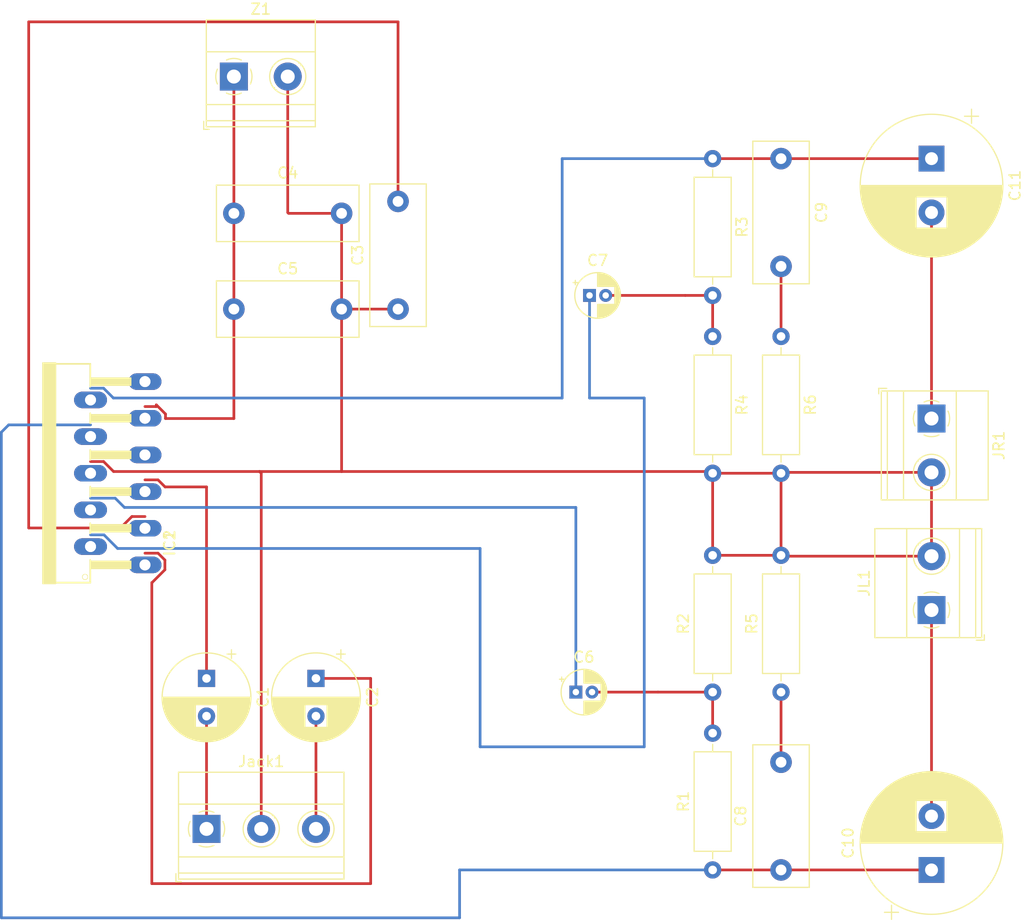
<source format=kicad_pcb>
(kicad_pcb (version 20171130) (host pcbnew "(5.1.12)-1")

  (general
    (thickness 1.6)
    (drawings 0)
    (tracks 89)
    (zones 0)
    (modules 23)
    (nets 20)
  )

  (page A4)
  (layers
    (0 F.Cu signal)
    (31 B.Cu signal)
    (32 B.Adhes user)
    (33 F.Adhes user)
    (34 B.Paste user)
    (35 F.Paste user)
    (36 B.SilkS user)
    (37 F.SilkS user)
    (38 B.Mask user)
    (39 F.Mask user)
    (40 Dwgs.User user)
    (41 Cmts.User user)
    (42 Eco1.User user)
    (43 Eco2.User user)
    (44 Edge.Cuts user)
    (45 Margin user)
    (46 B.CrtYd user)
    (47 F.CrtYd user)
    (48 B.Fab user)
    (49 F.Fab user)
  )

  (setup
    (last_trace_width 0.25)
    (trace_clearance 0.2)
    (zone_clearance 0.508)
    (zone_45_only no)
    (trace_min 0.2)
    (via_size 0.8)
    (via_drill 0.4)
    (via_min_size 0.4)
    (via_min_drill 0.3)
    (uvia_size 0.3)
    (uvia_drill 0.1)
    (uvias_allowed no)
    (uvia_min_size 0.2)
    (uvia_min_drill 0.1)
    (edge_width 0.05)
    (segment_width 0.2)
    (pcb_text_width 0.3)
    (pcb_text_size 1.5 1.5)
    (mod_edge_width 0.12)
    (mod_text_size 1 1)
    (mod_text_width 0.15)
    (pad_size 1.524 1.524)
    (pad_drill 0.762)
    (pad_to_mask_clearance 0)
    (aux_axis_origin 0 0)
    (visible_elements 7FFFFFFF)
    (pcbplotparams
      (layerselection 0x010fc_ffffffff)
      (usegerberextensions false)
      (usegerberattributes true)
      (usegerberadvancedattributes true)
      (creategerberjobfile true)
      (excludeedgelayer true)
      (linewidth 0.100000)
      (plotframeref false)
      (viasonmask false)
      (mode 1)
      (useauxorigin false)
      (hpglpennumber 1)
      (hpglpenspeed 20)
      (hpglpendiameter 15.000000)
      (psnegative false)
      (psa4output false)
      (plotreference true)
      (plotvalue true)
      (plotinvisibletext false)
      (padsonsilk false)
      (subtractmaskfromsilk false)
      (outputformat 1)
      (mirror false)
      (drillshape 1)
      (scaleselection 1)
      (outputdirectory ""))
  )

  (net 0 "")
  (net 1 "Net-(C1-Pad2)")
  (net 2 "Net-(C1-Pad1)")
  (net 3 "Net-(C2-Pad2)")
  (net 4 "Net-(C2-Pad1)")
  (net 5 "Net-(C3-Pad2)")
  (net 6 GND)
  (net 7 +24V)
  (net 8 "Net-(C6-Pad2)")
  (net 9 "Net-(C6-Pad1)")
  (net 10 "Net-(C7-Pad2)")
  (net 11 "Net-(C7-Pad1)")
  (net 12 "Net-(C8-Pad2)")
  (net 13 "Net-(C10-Pad1)")
  (net 14 "Net-(C9-Pad2)")
  (net 15 "Net-(C11-Pad1)")
  (net 16 "Net-(C10-Pad2)")
  (net 17 "Net-(C11-Pad2)")
  (net 18 "Net-(IC1-Pad11)")
  (net 19 "Net-(IC2-Pad7)")

  (net_class Default "This is the default net class."
    (clearance 0.2)
    (trace_width 0.25)
    (via_dia 0.8)
    (via_drill 0.4)
    (uvia_dia 0.3)
    (uvia_drill 0.1)
    (add_net +24V)
    (add_net GND)
    (add_net "Net-(C1-Pad1)")
    (add_net "Net-(C1-Pad2)")
    (add_net "Net-(C10-Pad1)")
    (add_net "Net-(C10-Pad2)")
    (add_net "Net-(C11-Pad1)")
    (add_net "Net-(C11-Pad2)")
    (add_net "Net-(C2-Pad1)")
    (add_net "Net-(C2-Pad2)")
    (add_net "Net-(C3-Pad2)")
    (add_net "Net-(C6-Pad1)")
    (add_net "Net-(C6-Pad2)")
    (add_net "Net-(C7-Pad1)")
    (add_net "Net-(C7-Pad2)")
    (add_net "Net-(C8-Pad2)")
    (add_net "Net-(C9-Pad2)")
    (add_net "Net-(IC1-Pad11)")
    (add_net "Net-(IC2-Pad7)")
  )

  (module Capacitor_THT:CP_Radial_D4.0mm_P1.50mm (layer F.Cu) (tedit 5AE50EF0) (tstamp 61B73886)
    (at 71.12 45.72)
    (descr "CP, Radial series, Radial, pin pitch=1.50mm, , diameter=4mm, Electrolytic Capacitor")
    (tags "CP Radial series Radial pin pitch 1.50mm  diameter 4mm Electrolytic Capacitor")
    (path /61B6CC19)
    (fp_text reference C7 (at 0.75 -3.25) (layer F.SilkS)
      (effects (font (size 1 1) (thickness 0.15)))
    )
    (fp_text value 220uF (at 0.75 3.25) (layer F.Fab)
      (effects (font (size 1 1) (thickness 0.15)))
    )
    (fp_text user %R (at 0.75 0) (layer F.Fab)
      (effects (font (size 0.8 0.8) (thickness 0.12)))
    )
    (fp_circle (center 0.75 0) (end 2.75 0) (layer F.Fab) (width 0.1))
    (fp_circle (center 0.75 0) (end 2.87 0) (layer F.SilkS) (width 0.12))
    (fp_circle (center 0.75 0) (end 3 0) (layer F.CrtYd) (width 0.05))
    (fp_line (start -0.952554 -0.8675) (end -0.552554 -0.8675) (layer F.Fab) (width 0.1))
    (fp_line (start -0.752554 -1.0675) (end -0.752554 -0.6675) (layer F.Fab) (width 0.1))
    (fp_line (start 0.75 0.84) (end 0.75 2.08) (layer F.SilkS) (width 0.12))
    (fp_line (start 0.75 -2.08) (end 0.75 -0.84) (layer F.SilkS) (width 0.12))
    (fp_line (start 0.79 0.84) (end 0.79 2.08) (layer F.SilkS) (width 0.12))
    (fp_line (start 0.79 -2.08) (end 0.79 -0.84) (layer F.SilkS) (width 0.12))
    (fp_line (start 0.83 0.84) (end 0.83 2.079) (layer F.SilkS) (width 0.12))
    (fp_line (start 0.83 -2.079) (end 0.83 -0.84) (layer F.SilkS) (width 0.12))
    (fp_line (start 0.87 -2.077) (end 0.87 -0.84) (layer F.SilkS) (width 0.12))
    (fp_line (start 0.87 0.84) (end 0.87 2.077) (layer F.SilkS) (width 0.12))
    (fp_line (start 0.91 -2.074) (end 0.91 -0.84) (layer F.SilkS) (width 0.12))
    (fp_line (start 0.91 0.84) (end 0.91 2.074) (layer F.SilkS) (width 0.12))
    (fp_line (start 0.95 -2.071) (end 0.95 -0.84) (layer F.SilkS) (width 0.12))
    (fp_line (start 0.95 0.84) (end 0.95 2.071) (layer F.SilkS) (width 0.12))
    (fp_line (start 0.99 -2.067) (end 0.99 -0.84) (layer F.SilkS) (width 0.12))
    (fp_line (start 0.99 0.84) (end 0.99 2.067) (layer F.SilkS) (width 0.12))
    (fp_line (start 1.03 -2.062) (end 1.03 -0.84) (layer F.SilkS) (width 0.12))
    (fp_line (start 1.03 0.84) (end 1.03 2.062) (layer F.SilkS) (width 0.12))
    (fp_line (start 1.07 -2.056) (end 1.07 -0.84) (layer F.SilkS) (width 0.12))
    (fp_line (start 1.07 0.84) (end 1.07 2.056) (layer F.SilkS) (width 0.12))
    (fp_line (start 1.11 -2.05) (end 1.11 -0.84) (layer F.SilkS) (width 0.12))
    (fp_line (start 1.11 0.84) (end 1.11 2.05) (layer F.SilkS) (width 0.12))
    (fp_line (start 1.15 -2.042) (end 1.15 -0.84) (layer F.SilkS) (width 0.12))
    (fp_line (start 1.15 0.84) (end 1.15 2.042) (layer F.SilkS) (width 0.12))
    (fp_line (start 1.19 -2.034) (end 1.19 -0.84) (layer F.SilkS) (width 0.12))
    (fp_line (start 1.19 0.84) (end 1.19 2.034) (layer F.SilkS) (width 0.12))
    (fp_line (start 1.23 -2.025) (end 1.23 -0.84) (layer F.SilkS) (width 0.12))
    (fp_line (start 1.23 0.84) (end 1.23 2.025) (layer F.SilkS) (width 0.12))
    (fp_line (start 1.27 -2.016) (end 1.27 -0.84) (layer F.SilkS) (width 0.12))
    (fp_line (start 1.27 0.84) (end 1.27 2.016) (layer F.SilkS) (width 0.12))
    (fp_line (start 1.31 -2.005) (end 1.31 -0.84) (layer F.SilkS) (width 0.12))
    (fp_line (start 1.31 0.84) (end 1.31 2.005) (layer F.SilkS) (width 0.12))
    (fp_line (start 1.35 -1.994) (end 1.35 -0.84) (layer F.SilkS) (width 0.12))
    (fp_line (start 1.35 0.84) (end 1.35 1.994) (layer F.SilkS) (width 0.12))
    (fp_line (start 1.39 -1.982) (end 1.39 -0.84) (layer F.SilkS) (width 0.12))
    (fp_line (start 1.39 0.84) (end 1.39 1.982) (layer F.SilkS) (width 0.12))
    (fp_line (start 1.43 -1.968) (end 1.43 -0.84) (layer F.SilkS) (width 0.12))
    (fp_line (start 1.43 0.84) (end 1.43 1.968) (layer F.SilkS) (width 0.12))
    (fp_line (start 1.471 -1.954) (end 1.471 -0.84) (layer F.SilkS) (width 0.12))
    (fp_line (start 1.471 0.84) (end 1.471 1.954) (layer F.SilkS) (width 0.12))
    (fp_line (start 1.511 -1.94) (end 1.511 -0.84) (layer F.SilkS) (width 0.12))
    (fp_line (start 1.511 0.84) (end 1.511 1.94) (layer F.SilkS) (width 0.12))
    (fp_line (start 1.551 -1.924) (end 1.551 -0.84) (layer F.SilkS) (width 0.12))
    (fp_line (start 1.551 0.84) (end 1.551 1.924) (layer F.SilkS) (width 0.12))
    (fp_line (start 1.591 -1.907) (end 1.591 -0.84) (layer F.SilkS) (width 0.12))
    (fp_line (start 1.591 0.84) (end 1.591 1.907) (layer F.SilkS) (width 0.12))
    (fp_line (start 1.631 -1.889) (end 1.631 -0.84) (layer F.SilkS) (width 0.12))
    (fp_line (start 1.631 0.84) (end 1.631 1.889) (layer F.SilkS) (width 0.12))
    (fp_line (start 1.671 -1.87) (end 1.671 -0.84) (layer F.SilkS) (width 0.12))
    (fp_line (start 1.671 0.84) (end 1.671 1.87) (layer F.SilkS) (width 0.12))
    (fp_line (start 1.711 -1.851) (end 1.711 -0.84) (layer F.SilkS) (width 0.12))
    (fp_line (start 1.711 0.84) (end 1.711 1.851) (layer F.SilkS) (width 0.12))
    (fp_line (start 1.751 -1.83) (end 1.751 -0.84) (layer F.SilkS) (width 0.12))
    (fp_line (start 1.751 0.84) (end 1.751 1.83) (layer F.SilkS) (width 0.12))
    (fp_line (start 1.791 -1.808) (end 1.791 -0.84) (layer F.SilkS) (width 0.12))
    (fp_line (start 1.791 0.84) (end 1.791 1.808) (layer F.SilkS) (width 0.12))
    (fp_line (start 1.831 -1.785) (end 1.831 -0.84) (layer F.SilkS) (width 0.12))
    (fp_line (start 1.831 0.84) (end 1.831 1.785) (layer F.SilkS) (width 0.12))
    (fp_line (start 1.871 -1.76) (end 1.871 -0.84) (layer F.SilkS) (width 0.12))
    (fp_line (start 1.871 0.84) (end 1.871 1.76) (layer F.SilkS) (width 0.12))
    (fp_line (start 1.911 -1.735) (end 1.911 -0.84) (layer F.SilkS) (width 0.12))
    (fp_line (start 1.911 0.84) (end 1.911 1.735) (layer F.SilkS) (width 0.12))
    (fp_line (start 1.951 -1.708) (end 1.951 -0.84) (layer F.SilkS) (width 0.12))
    (fp_line (start 1.951 0.84) (end 1.951 1.708) (layer F.SilkS) (width 0.12))
    (fp_line (start 1.991 -1.68) (end 1.991 -0.84) (layer F.SilkS) (width 0.12))
    (fp_line (start 1.991 0.84) (end 1.991 1.68) (layer F.SilkS) (width 0.12))
    (fp_line (start 2.031 -1.65) (end 2.031 -0.84) (layer F.SilkS) (width 0.12))
    (fp_line (start 2.031 0.84) (end 2.031 1.65) (layer F.SilkS) (width 0.12))
    (fp_line (start 2.071 -1.619) (end 2.071 -0.84) (layer F.SilkS) (width 0.12))
    (fp_line (start 2.071 0.84) (end 2.071 1.619) (layer F.SilkS) (width 0.12))
    (fp_line (start 2.111 -1.587) (end 2.111 -0.84) (layer F.SilkS) (width 0.12))
    (fp_line (start 2.111 0.84) (end 2.111 1.587) (layer F.SilkS) (width 0.12))
    (fp_line (start 2.151 -1.552) (end 2.151 -0.84) (layer F.SilkS) (width 0.12))
    (fp_line (start 2.151 0.84) (end 2.151 1.552) (layer F.SilkS) (width 0.12))
    (fp_line (start 2.191 -1.516) (end 2.191 -0.84) (layer F.SilkS) (width 0.12))
    (fp_line (start 2.191 0.84) (end 2.191 1.516) (layer F.SilkS) (width 0.12))
    (fp_line (start 2.231 -1.478) (end 2.231 -0.84) (layer F.SilkS) (width 0.12))
    (fp_line (start 2.231 0.84) (end 2.231 1.478) (layer F.SilkS) (width 0.12))
    (fp_line (start 2.271 -1.438) (end 2.271 -0.84) (layer F.SilkS) (width 0.12))
    (fp_line (start 2.271 0.84) (end 2.271 1.438) (layer F.SilkS) (width 0.12))
    (fp_line (start 2.311 -1.396) (end 2.311 -0.84) (layer F.SilkS) (width 0.12))
    (fp_line (start 2.311 0.84) (end 2.311 1.396) (layer F.SilkS) (width 0.12))
    (fp_line (start 2.351 -1.351) (end 2.351 1.351) (layer F.SilkS) (width 0.12))
    (fp_line (start 2.391 -1.304) (end 2.391 1.304) (layer F.SilkS) (width 0.12))
    (fp_line (start 2.431 -1.254) (end 2.431 1.254) (layer F.SilkS) (width 0.12))
    (fp_line (start 2.471 -1.2) (end 2.471 1.2) (layer F.SilkS) (width 0.12))
    (fp_line (start 2.511 -1.142) (end 2.511 1.142) (layer F.SilkS) (width 0.12))
    (fp_line (start 2.551 -1.08) (end 2.551 1.08) (layer F.SilkS) (width 0.12))
    (fp_line (start 2.591 -1.013) (end 2.591 1.013) (layer F.SilkS) (width 0.12))
    (fp_line (start 2.631 -0.94) (end 2.631 0.94) (layer F.SilkS) (width 0.12))
    (fp_line (start 2.671 -0.859) (end 2.671 0.859) (layer F.SilkS) (width 0.12))
    (fp_line (start 2.711 -0.768) (end 2.711 0.768) (layer F.SilkS) (width 0.12))
    (fp_line (start 2.751 -0.664) (end 2.751 0.664) (layer F.SilkS) (width 0.12))
    (fp_line (start 2.791 -0.537) (end 2.791 0.537) (layer F.SilkS) (width 0.12))
    (fp_line (start 2.831 -0.37) (end 2.831 0.37) (layer F.SilkS) (width 0.12))
    (fp_line (start -1.519801 -1.195) (end -1.119801 -1.195) (layer F.SilkS) (width 0.12))
    (fp_line (start -1.319801 -1.395) (end -1.319801 -0.995) (layer F.SilkS) (width 0.12))
    (pad 2 thru_hole circle (at 1.5 0) (size 1.2 1.2) (drill 0.6) (layers *.Cu *.Mask)
      (net 10 "Net-(C7-Pad2)"))
    (pad 1 thru_hole rect (at 0 0) (size 1.2 1.2) (drill 0.6) (layers *.Cu *.Mask)
      (net 11 "Net-(C7-Pad1)"))
    (model ${KISYS3DMOD}/Capacitor_THT.3dshapes/CP_Radial_D4.0mm_P1.50mm.wrl
      (at (xyz 0 0 0))
      (scale (xyz 1 1 1))
      (rotate (xyz 0 0 0))
    )
  )

  (module Capacitor_THT:CP_Radial_D4.0mm_P1.50mm (layer F.Cu) (tedit 5AE50EF0) (tstamp 61B79AD7)
    (at 69.85 82.55)
    (descr "CP, Radial series, Radial, pin pitch=1.50mm, , diameter=4mm, Electrolytic Capacitor")
    (tags "CP Radial series Radial pin pitch 1.50mm  diameter 4mm Electrolytic Capacitor")
    (path /61B7417F)
    (fp_text reference C6 (at 0.75 -3.25) (layer F.SilkS)
      (effects (font (size 1 1) (thickness 0.15)))
    )
    (fp_text value 220uF (at 0.75 3.25) (layer F.Fab)
      (effects (font (size 1 1) (thickness 0.15)))
    )
    (fp_line (start -1.319801 -1.395) (end -1.319801 -0.995) (layer F.SilkS) (width 0.12))
    (fp_line (start -1.519801 -1.195) (end -1.119801 -1.195) (layer F.SilkS) (width 0.12))
    (fp_line (start 2.831 -0.37) (end 2.831 0.37) (layer F.SilkS) (width 0.12))
    (fp_line (start 2.791 -0.537) (end 2.791 0.537) (layer F.SilkS) (width 0.12))
    (fp_line (start 2.751 -0.664) (end 2.751 0.664) (layer F.SilkS) (width 0.12))
    (fp_line (start 2.711 -0.768) (end 2.711 0.768) (layer F.SilkS) (width 0.12))
    (fp_line (start 2.671 -0.859) (end 2.671 0.859) (layer F.SilkS) (width 0.12))
    (fp_line (start 2.631 -0.94) (end 2.631 0.94) (layer F.SilkS) (width 0.12))
    (fp_line (start 2.591 -1.013) (end 2.591 1.013) (layer F.SilkS) (width 0.12))
    (fp_line (start 2.551 -1.08) (end 2.551 1.08) (layer F.SilkS) (width 0.12))
    (fp_line (start 2.511 -1.142) (end 2.511 1.142) (layer F.SilkS) (width 0.12))
    (fp_line (start 2.471 -1.2) (end 2.471 1.2) (layer F.SilkS) (width 0.12))
    (fp_line (start 2.431 -1.254) (end 2.431 1.254) (layer F.SilkS) (width 0.12))
    (fp_line (start 2.391 -1.304) (end 2.391 1.304) (layer F.SilkS) (width 0.12))
    (fp_line (start 2.351 -1.351) (end 2.351 1.351) (layer F.SilkS) (width 0.12))
    (fp_line (start 2.311 0.84) (end 2.311 1.396) (layer F.SilkS) (width 0.12))
    (fp_line (start 2.311 -1.396) (end 2.311 -0.84) (layer F.SilkS) (width 0.12))
    (fp_line (start 2.271 0.84) (end 2.271 1.438) (layer F.SilkS) (width 0.12))
    (fp_line (start 2.271 -1.438) (end 2.271 -0.84) (layer F.SilkS) (width 0.12))
    (fp_line (start 2.231 0.84) (end 2.231 1.478) (layer F.SilkS) (width 0.12))
    (fp_line (start 2.231 -1.478) (end 2.231 -0.84) (layer F.SilkS) (width 0.12))
    (fp_line (start 2.191 0.84) (end 2.191 1.516) (layer F.SilkS) (width 0.12))
    (fp_line (start 2.191 -1.516) (end 2.191 -0.84) (layer F.SilkS) (width 0.12))
    (fp_line (start 2.151 0.84) (end 2.151 1.552) (layer F.SilkS) (width 0.12))
    (fp_line (start 2.151 -1.552) (end 2.151 -0.84) (layer F.SilkS) (width 0.12))
    (fp_line (start 2.111 0.84) (end 2.111 1.587) (layer F.SilkS) (width 0.12))
    (fp_line (start 2.111 -1.587) (end 2.111 -0.84) (layer F.SilkS) (width 0.12))
    (fp_line (start 2.071 0.84) (end 2.071 1.619) (layer F.SilkS) (width 0.12))
    (fp_line (start 2.071 -1.619) (end 2.071 -0.84) (layer F.SilkS) (width 0.12))
    (fp_line (start 2.031 0.84) (end 2.031 1.65) (layer F.SilkS) (width 0.12))
    (fp_line (start 2.031 -1.65) (end 2.031 -0.84) (layer F.SilkS) (width 0.12))
    (fp_line (start 1.991 0.84) (end 1.991 1.68) (layer F.SilkS) (width 0.12))
    (fp_line (start 1.991 -1.68) (end 1.991 -0.84) (layer F.SilkS) (width 0.12))
    (fp_line (start 1.951 0.84) (end 1.951 1.708) (layer F.SilkS) (width 0.12))
    (fp_line (start 1.951 -1.708) (end 1.951 -0.84) (layer F.SilkS) (width 0.12))
    (fp_line (start 1.911 0.84) (end 1.911 1.735) (layer F.SilkS) (width 0.12))
    (fp_line (start 1.911 -1.735) (end 1.911 -0.84) (layer F.SilkS) (width 0.12))
    (fp_line (start 1.871 0.84) (end 1.871 1.76) (layer F.SilkS) (width 0.12))
    (fp_line (start 1.871 -1.76) (end 1.871 -0.84) (layer F.SilkS) (width 0.12))
    (fp_line (start 1.831 0.84) (end 1.831 1.785) (layer F.SilkS) (width 0.12))
    (fp_line (start 1.831 -1.785) (end 1.831 -0.84) (layer F.SilkS) (width 0.12))
    (fp_line (start 1.791 0.84) (end 1.791 1.808) (layer F.SilkS) (width 0.12))
    (fp_line (start 1.791 -1.808) (end 1.791 -0.84) (layer F.SilkS) (width 0.12))
    (fp_line (start 1.751 0.84) (end 1.751 1.83) (layer F.SilkS) (width 0.12))
    (fp_line (start 1.751 -1.83) (end 1.751 -0.84) (layer F.SilkS) (width 0.12))
    (fp_line (start 1.711 0.84) (end 1.711 1.851) (layer F.SilkS) (width 0.12))
    (fp_line (start 1.711 -1.851) (end 1.711 -0.84) (layer F.SilkS) (width 0.12))
    (fp_line (start 1.671 0.84) (end 1.671 1.87) (layer F.SilkS) (width 0.12))
    (fp_line (start 1.671 -1.87) (end 1.671 -0.84) (layer F.SilkS) (width 0.12))
    (fp_line (start 1.631 0.84) (end 1.631 1.889) (layer F.SilkS) (width 0.12))
    (fp_line (start 1.631 -1.889) (end 1.631 -0.84) (layer F.SilkS) (width 0.12))
    (fp_line (start 1.591 0.84) (end 1.591 1.907) (layer F.SilkS) (width 0.12))
    (fp_line (start 1.591 -1.907) (end 1.591 -0.84) (layer F.SilkS) (width 0.12))
    (fp_line (start 1.551 0.84) (end 1.551 1.924) (layer F.SilkS) (width 0.12))
    (fp_line (start 1.551 -1.924) (end 1.551 -0.84) (layer F.SilkS) (width 0.12))
    (fp_line (start 1.511 0.84) (end 1.511 1.94) (layer F.SilkS) (width 0.12))
    (fp_line (start 1.511 -1.94) (end 1.511 -0.84) (layer F.SilkS) (width 0.12))
    (fp_line (start 1.471 0.84) (end 1.471 1.954) (layer F.SilkS) (width 0.12))
    (fp_line (start 1.471 -1.954) (end 1.471 -0.84) (layer F.SilkS) (width 0.12))
    (fp_line (start 1.43 0.84) (end 1.43 1.968) (layer F.SilkS) (width 0.12))
    (fp_line (start 1.43 -1.968) (end 1.43 -0.84) (layer F.SilkS) (width 0.12))
    (fp_line (start 1.39 0.84) (end 1.39 1.982) (layer F.SilkS) (width 0.12))
    (fp_line (start 1.39 -1.982) (end 1.39 -0.84) (layer F.SilkS) (width 0.12))
    (fp_line (start 1.35 0.84) (end 1.35 1.994) (layer F.SilkS) (width 0.12))
    (fp_line (start 1.35 -1.994) (end 1.35 -0.84) (layer F.SilkS) (width 0.12))
    (fp_line (start 1.31 0.84) (end 1.31 2.005) (layer F.SilkS) (width 0.12))
    (fp_line (start 1.31 -2.005) (end 1.31 -0.84) (layer F.SilkS) (width 0.12))
    (fp_line (start 1.27 0.84) (end 1.27 2.016) (layer F.SilkS) (width 0.12))
    (fp_line (start 1.27 -2.016) (end 1.27 -0.84) (layer F.SilkS) (width 0.12))
    (fp_line (start 1.23 0.84) (end 1.23 2.025) (layer F.SilkS) (width 0.12))
    (fp_line (start 1.23 -2.025) (end 1.23 -0.84) (layer F.SilkS) (width 0.12))
    (fp_line (start 1.19 0.84) (end 1.19 2.034) (layer F.SilkS) (width 0.12))
    (fp_line (start 1.19 -2.034) (end 1.19 -0.84) (layer F.SilkS) (width 0.12))
    (fp_line (start 1.15 0.84) (end 1.15 2.042) (layer F.SilkS) (width 0.12))
    (fp_line (start 1.15 -2.042) (end 1.15 -0.84) (layer F.SilkS) (width 0.12))
    (fp_line (start 1.11 0.84) (end 1.11 2.05) (layer F.SilkS) (width 0.12))
    (fp_line (start 1.11 -2.05) (end 1.11 -0.84) (layer F.SilkS) (width 0.12))
    (fp_line (start 1.07 0.84) (end 1.07 2.056) (layer F.SilkS) (width 0.12))
    (fp_line (start 1.07 -2.056) (end 1.07 -0.84) (layer F.SilkS) (width 0.12))
    (fp_line (start 1.03 0.84) (end 1.03 2.062) (layer F.SilkS) (width 0.12))
    (fp_line (start 1.03 -2.062) (end 1.03 -0.84) (layer F.SilkS) (width 0.12))
    (fp_line (start 0.99 0.84) (end 0.99 2.067) (layer F.SilkS) (width 0.12))
    (fp_line (start 0.99 -2.067) (end 0.99 -0.84) (layer F.SilkS) (width 0.12))
    (fp_line (start 0.95 0.84) (end 0.95 2.071) (layer F.SilkS) (width 0.12))
    (fp_line (start 0.95 -2.071) (end 0.95 -0.84) (layer F.SilkS) (width 0.12))
    (fp_line (start 0.91 0.84) (end 0.91 2.074) (layer F.SilkS) (width 0.12))
    (fp_line (start 0.91 -2.074) (end 0.91 -0.84) (layer F.SilkS) (width 0.12))
    (fp_line (start 0.87 0.84) (end 0.87 2.077) (layer F.SilkS) (width 0.12))
    (fp_line (start 0.87 -2.077) (end 0.87 -0.84) (layer F.SilkS) (width 0.12))
    (fp_line (start 0.83 -2.079) (end 0.83 -0.84) (layer F.SilkS) (width 0.12))
    (fp_line (start 0.83 0.84) (end 0.83 2.079) (layer F.SilkS) (width 0.12))
    (fp_line (start 0.79 -2.08) (end 0.79 -0.84) (layer F.SilkS) (width 0.12))
    (fp_line (start 0.79 0.84) (end 0.79 2.08) (layer F.SilkS) (width 0.12))
    (fp_line (start 0.75 -2.08) (end 0.75 -0.84) (layer F.SilkS) (width 0.12))
    (fp_line (start 0.75 0.84) (end 0.75 2.08) (layer F.SilkS) (width 0.12))
    (fp_line (start -0.752554 -1.0675) (end -0.752554 -0.6675) (layer F.Fab) (width 0.1))
    (fp_line (start -0.952554 -0.8675) (end -0.552554 -0.8675) (layer F.Fab) (width 0.1))
    (fp_circle (center 0.75 0) (end 3 0) (layer F.CrtYd) (width 0.05))
    (fp_circle (center 0.75 0) (end 2.87 0) (layer F.SilkS) (width 0.12))
    (fp_circle (center 0.75 0) (end 2.75 0) (layer F.Fab) (width 0.1))
    (fp_text user %R (at 0.75 0) (layer F.Fab)
      (effects (font (size 0.8 0.8) (thickness 0.12)))
    )
    (pad 1 thru_hole rect (at 0 0) (size 1.2 1.2) (drill 0.6) (layers *.Cu *.Mask)
      (net 9 "Net-(C6-Pad1)"))
    (pad 2 thru_hole circle (at 1.5 0) (size 1.2 1.2) (drill 0.6) (layers *.Cu *.Mask)
      (net 8 "Net-(C6-Pad2)"))
    (model ${KISYS3DMOD}/Capacitor_THT.3dshapes/CP_Radial_D4.0mm_P1.50mm.wrl
      (at (xyz 0 0 0))
      (scale (xyz 1 1 1))
      (rotate (xyz 0 0 0))
    )
  )

  (module TerminalBlock_Phoenix:TerminalBlock_Phoenix_MKDS-1,5-2_1x02_P5.00mm_Horizontal (layer F.Cu) (tedit 5B294EE5) (tstamp 61B73C3B)
    (at 38.1 25.4)
    (descr "Terminal Block Phoenix MKDS-1,5-2, 2 pins, pitch 5mm, size 10x9.8mm^2, drill diamater 1.3mm, pad diameter 2.6mm, see http://www.farnell.com/datasheets/100425.pdf, script-generated using https://github.com/pointhi/kicad-footprint-generator/scripts/TerminalBlock_Phoenix")
    (tags "THT Terminal Block Phoenix MKDS-1,5-2 pitch 5mm size 10x9.8mm^2 drill 1.3mm pad 2.6mm")
    (path /61C0776B)
    (fp_text reference Z1 (at 2.5 -6.26) (layer F.SilkS)
      (effects (font (size 1 1) (thickness 0.15)))
    )
    (fp_text value Conn_01x02 (at 2.5 5.66) (layer F.Fab)
      (effects (font (size 1 1) (thickness 0.15)))
    )
    (fp_line (start 8 -5.71) (end -3 -5.71) (layer F.CrtYd) (width 0.05))
    (fp_line (start 8 5.1) (end 8 -5.71) (layer F.CrtYd) (width 0.05))
    (fp_line (start -3 5.1) (end 8 5.1) (layer F.CrtYd) (width 0.05))
    (fp_line (start -3 -5.71) (end -3 5.1) (layer F.CrtYd) (width 0.05))
    (fp_line (start -2.8 4.9) (end -2.3 4.9) (layer F.SilkS) (width 0.12))
    (fp_line (start -2.8 4.16) (end -2.8 4.9) (layer F.SilkS) (width 0.12))
    (fp_line (start 3.773 1.023) (end 3.726 1.069) (layer F.SilkS) (width 0.12))
    (fp_line (start 6.07 -1.275) (end 6.035 -1.239) (layer F.SilkS) (width 0.12))
    (fp_line (start 3.966 1.239) (end 3.931 1.274) (layer F.SilkS) (width 0.12))
    (fp_line (start 6.275 -1.069) (end 6.228 -1.023) (layer F.SilkS) (width 0.12))
    (fp_line (start 5.955 -1.138) (end 3.863 0.955) (layer F.Fab) (width 0.1))
    (fp_line (start 6.138 -0.955) (end 4.046 1.138) (layer F.Fab) (width 0.1))
    (fp_line (start 0.955 -1.138) (end -1.138 0.955) (layer F.Fab) (width 0.1))
    (fp_line (start 1.138 -0.955) (end -0.955 1.138) (layer F.Fab) (width 0.1))
    (fp_line (start 7.56 -5.261) (end 7.56 4.66) (layer F.SilkS) (width 0.12))
    (fp_line (start -2.56 -5.261) (end -2.56 4.66) (layer F.SilkS) (width 0.12))
    (fp_line (start -2.56 4.66) (end 7.56 4.66) (layer F.SilkS) (width 0.12))
    (fp_line (start -2.56 -5.261) (end 7.56 -5.261) (layer F.SilkS) (width 0.12))
    (fp_line (start -2.56 -2.301) (end 7.56 -2.301) (layer F.SilkS) (width 0.12))
    (fp_line (start -2.5 -2.3) (end 7.5 -2.3) (layer F.Fab) (width 0.1))
    (fp_line (start -2.56 2.6) (end 7.56 2.6) (layer F.SilkS) (width 0.12))
    (fp_line (start -2.5 2.6) (end 7.5 2.6) (layer F.Fab) (width 0.1))
    (fp_line (start -2.56 4.1) (end 7.56 4.1) (layer F.SilkS) (width 0.12))
    (fp_line (start -2.5 4.1) (end 7.5 4.1) (layer F.Fab) (width 0.1))
    (fp_line (start -2.5 4.1) (end -2.5 -5.2) (layer F.Fab) (width 0.1))
    (fp_line (start -2 4.6) (end -2.5 4.1) (layer F.Fab) (width 0.1))
    (fp_line (start 7.5 4.6) (end -2 4.6) (layer F.Fab) (width 0.1))
    (fp_line (start 7.5 -5.2) (end 7.5 4.6) (layer F.Fab) (width 0.1))
    (fp_line (start -2.5 -5.2) (end 7.5 -5.2) (layer F.Fab) (width 0.1))
    (fp_circle (center 5 0) (end 6.68 0) (layer F.SilkS) (width 0.12))
    (fp_circle (center 5 0) (end 6.5 0) (layer F.Fab) (width 0.1))
    (fp_circle (center 0 0) (end 1.5 0) (layer F.Fab) (width 0.1))
    (fp_text user %R (at 2.5 3.2) (layer F.Fab)
      (effects (font (size 1 1) (thickness 0.15)))
    )
    (fp_arc (start 0 0) (end -0.684 1.535) (angle -25) (layer F.SilkS) (width 0.12))
    (fp_arc (start 0 0) (end -1.535 -0.684) (angle -48) (layer F.SilkS) (width 0.12))
    (fp_arc (start 0 0) (end 0.684 -1.535) (angle -48) (layer F.SilkS) (width 0.12))
    (fp_arc (start 0 0) (end 1.535 0.684) (angle -48) (layer F.SilkS) (width 0.12))
    (fp_arc (start 0 0) (end 0 1.68) (angle -24) (layer F.SilkS) (width 0.12))
    (pad 2 thru_hole circle (at 5 0) (size 2.6 2.6) (drill 1.3) (layers *.Cu *.Mask)
      (net 6 GND))
    (pad 1 thru_hole rect (at 0 0) (size 2.6 2.6) (drill 1.3) (layers *.Cu *.Mask)
      (net 7 +24V))
    (model ${KISYS3DMOD}/TerminalBlock_Phoenix.3dshapes/TerminalBlock_Phoenix_MKDS-1,5-2_1x02_P5.00mm_Horizontal.wrl
      (at (xyz 0 0 0))
      (scale (xyz 1 1 1))
      (rotate (xyz 0 0 0))
    )
  )

  (module Resistor_THT:R_Axial_DIN0309_L9.0mm_D3.2mm_P12.70mm_Horizontal (layer F.Cu) (tedit 5AE5139B) (tstamp 61B73C0F)
    (at 88.9 49.53 270)
    (descr "Resistor, Axial_DIN0309 series, Axial, Horizontal, pin pitch=12.7mm, 0.5W = 1/2W, length*diameter=9*3.2mm^2, http://cdn-reichelt.de/documents/datenblatt/B400/1_4W%23YAG.pdf")
    (tags "Resistor Axial_DIN0309 series Axial Horizontal pin pitch 12.7mm 0.5W = 1/2W length 9mm diameter 3.2mm")
    (path /61B6ED1E)
    (fp_text reference R6 (at 6.35 -2.72 90) (layer F.SilkS)
      (effects (font (size 1 1) (thickness 0.15)))
    )
    (fp_text value 1Ω (at 6.35 2.72 90) (layer F.Fab)
      (effects (font (size 1 1) (thickness 0.15)))
    )
    (fp_line (start 13.75 -1.85) (end -1.05 -1.85) (layer F.CrtYd) (width 0.05))
    (fp_line (start 13.75 1.85) (end 13.75 -1.85) (layer F.CrtYd) (width 0.05))
    (fp_line (start -1.05 1.85) (end 13.75 1.85) (layer F.CrtYd) (width 0.05))
    (fp_line (start -1.05 -1.85) (end -1.05 1.85) (layer F.CrtYd) (width 0.05))
    (fp_line (start 11.66 0) (end 10.97 0) (layer F.SilkS) (width 0.12))
    (fp_line (start 1.04 0) (end 1.73 0) (layer F.SilkS) (width 0.12))
    (fp_line (start 10.97 -1.72) (end 1.73 -1.72) (layer F.SilkS) (width 0.12))
    (fp_line (start 10.97 1.72) (end 10.97 -1.72) (layer F.SilkS) (width 0.12))
    (fp_line (start 1.73 1.72) (end 10.97 1.72) (layer F.SilkS) (width 0.12))
    (fp_line (start 1.73 -1.72) (end 1.73 1.72) (layer F.SilkS) (width 0.12))
    (fp_line (start 12.7 0) (end 10.85 0) (layer F.Fab) (width 0.1))
    (fp_line (start 0 0) (end 1.85 0) (layer F.Fab) (width 0.1))
    (fp_line (start 10.85 -1.6) (end 1.85 -1.6) (layer F.Fab) (width 0.1))
    (fp_line (start 10.85 1.6) (end 10.85 -1.6) (layer F.Fab) (width 0.1))
    (fp_line (start 1.85 1.6) (end 10.85 1.6) (layer F.Fab) (width 0.1))
    (fp_line (start 1.85 -1.6) (end 1.85 1.6) (layer F.Fab) (width 0.1))
    (fp_text user %R (at 6.35 0 90) (layer F.Fab)
      (effects (font (size 1 1) (thickness 0.15)))
    )
    (pad 2 thru_hole oval (at 12.7 0 270) (size 1.6 1.6) (drill 0.8) (layers *.Cu *.Mask)
      (net 6 GND))
    (pad 1 thru_hole circle (at 0 0 270) (size 1.6 1.6) (drill 0.8) (layers *.Cu *.Mask)
      (net 14 "Net-(C9-Pad2)"))
    (model ${KISYS3DMOD}/Resistor_THT.3dshapes/R_Axial_DIN0309_L9.0mm_D3.2mm_P12.70mm_Horizontal.wrl
      (at (xyz 0 0 0))
      (scale (xyz 1 1 1))
      (rotate (xyz 0 0 0))
    )
  )

  (module Resistor_THT:R_Axial_DIN0309_L9.0mm_D3.2mm_P12.70mm_Horizontal (layer F.Cu) (tedit 5AE5139B) (tstamp 61B73BF8)
    (at 88.9 82.55 90)
    (descr "Resistor, Axial_DIN0309 series, Axial, Horizontal, pin pitch=12.7mm, 0.5W = 1/2W, length*diameter=9*3.2mm^2, http://cdn-reichelt.de/documents/datenblatt/B400/1_4W%23YAG.pdf")
    (tags "Resistor Axial_DIN0309 series Axial Horizontal pin pitch 12.7mm 0.5W = 1/2W length 9mm diameter 3.2mm")
    (path /61B7418B)
    (fp_text reference R5 (at 6.35 -2.72 90) (layer F.SilkS)
      (effects (font (size 1 1) (thickness 0.15)))
    )
    (fp_text value 1Ω (at 6.35 2.72 90) (layer F.Fab)
      (effects (font (size 1 1) (thickness 0.15)))
    )
    (fp_text user %R (at 6.35 0 90) (layer F.Fab)
      (effects (font (size 1 1) (thickness 0.15)))
    )
    (fp_line (start 1.85 -1.6) (end 1.85 1.6) (layer F.Fab) (width 0.1))
    (fp_line (start 1.85 1.6) (end 10.85 1.6) (layer F.Fab) (width 0.1))
    (fp_line (start 10.85 1.6) (end 10.85 -1.6) (layer F.Fab) (width 0.1))
    (fp_line (start 10.85 -1.6) (end 1.85 -1.6) (layer F.Fab) (width 0.1))
    (fp_line (start 0 0) (end 1.85 0) (layer F.Fab) (width 0.1))
    (fp_line (start 12.7 0) (end 10.85 0) (layer F.Fab) (width 0.1))
    (fp_line (start 1.73 -1.72) (end 1.73 1.72) (layer F.SilkS) (width 0.12))
    (fp_line (start 1.73 1.72) (end 10.97 1.72) (layer F.SilkS) (width 0.12))
    (fp_line (start 10.97 1.72) (end 10.97 -1.72) (layer F.SilkS) (width 0.12))
    (fp_line (start 10.97 -1.72) (end 1.73 -1.72) (layer F.SilkS) (width 0.12))
    (fp_line (start 1.04 0) (end 1.73 0) (layer F.SilkS) (width 0.12))
    (fp_line (start 11.66 0) (end 10.97 0) (layer F.SilkS) (width 0.12))
    (fp_line (start -1.05 -1.85) (end -1.05 1.85) (layer F.CrtYd) (width 0.05))
    (fp_line (start -1.05 1.85) (end 13.75 1.85) (layer F.CrtYd) (width 0.05))
    (fp_line (start 13.75 1.85) (end 13.75 -1.85) (layer F.CrtYd) (width 0.05))
    (fp_line (start 13.75 -1.85) (end -1.05 -1.85) (layer F.CrtYd) (width 0.05))
    (pad 1 thru_hole circle (at 0 0 90) (size 1.6 1.6) (drill 0.8) (layers *.Cu *.Mask)
      (net 12 "Net-(C8-Pad2)"))
    (pad 2 thru_hole oval (at 12.7 0 90) (size 1.6 1.6) (drill 0.8) (layers *.Cu *.Mask)
      (net 6 GND))
    (model ${KISYS3DMOD}/Resistor_THT.3dshapes/R_Axial_DIN0309_L9.0mm_D3.2mm_P12.70mm_Horizontal.wrl
      (at (xyz 0 0 0))
      (scale (xyz 1 1 1))
      (rotate (xyz 0 0 0))
    )
  )

  (module Resistor_THT:R_Axial_DIN0309_L9.0mm_D3.2mm_P12.70mm_Horizontal (layer F.Cu) (tedit 5AE5139B) (tstamp 61B73BE1)
    (at 82.55 49.53 270)
    (descr "Resistor, Axial_DIN0309 series, Axial, Horizontal, pin pitch=12.7mm, 0.5W = 1/2W, length*diameter=9*3.2mm^2, http://cdn-reichelt.de/documents/datenblatt/B400/1_4W%23YAG.pdf")
    (tags "Resistor Axial_DIN0309 series Axial Horizontal pin pitch 12.7mm 0.5W = 1/2W length 9mm diameter 3.2mm")
    (path /61B6E985)
    (fp_text reference R4 (at 6.35 -2.72 90) (layer F.SilkS)
      (effects (font (size 1 1) (thickness 0.15)))
    )
    (fp_text value 18Ω (at 6.35 2.72 90) (layer F.Fab)
      (effects (font (size 1 1) (thickness 0.15)))
    )
    (fp_line (start 13.75 -1.85) (end -1.05 -1.85) (layer F.CrtYd) (width 0.05))
    (fp_line (start 13.75 1.85) (end 13.75 -1.85) (layer F.CrtYd) (width 0.05))
    (fp_line (start -1.05 1.85) (end 13.75 1.85) (layer F.CrtYd) (width 0.05))
    (fp_line (start -1.05 -1.85) (end -1.05 1.85) (layer F.CrtYd) (width 0.05))
    (fp_line (start 11.66 0) (end 10.97 0) (layer F.SilkS) (width 0.12))
    (fp_line (start 1.04 0) (end 1.73 0) (layer F.SilkS) (width 0.12))
    (fp_line (start 10.97 -1.72) (end 1.73 -1.72) (layer F.SilkS) (width 0.12))
    (fp_line (start 10.97 1.72) (end 10.97 -1.72) (layer F.SilkS) (width 0.12))
    (fp_line (start 1.73 1.72) (end 10.97 1.72) (layer F.SilkS) (width 0.12))
    (fp_line (start 1.73 -1.72) (end 1.73 1.72) (layer F.SilkS) (width 0.12))
    (fp_line (start 12.7 0) (end 10.85 0) (layer F.Fab) (width 0.1))
    (fp_line (start 0 0) (end 1.85 0) (layer F.Fab) (width 0.1))
    (fp_line (start 10.85 -1.6) (end 1.85 -1.6) (layer F.Fab) (width 0.1))
    (fp_line (start 10.85 1.6) (end 10.85 -1.6) (layer F.Fab) (width 0.1))
    (fp_line (start 1.85 1.6) (end 10.85 1.6) (layer F.Fab) (width 0.1))
    (fp_line (start 1.85 -1.6) (end 1.85 1.6) (layer F.Fab) (width 0.1))
    (fp_text user %R (at 6.35 0 90) (layer F.Fab)
      (effects (font (size 1 1) (thickness 0.15)))
    )
    (pad 2 thru_hole oval (at 12.7 0 270) (size 1.6 1.6) (drill 0.8) (layers *.Cu *.Mask)
      (net 6 GND))
    (pad 1 thru_hole circle (at 0 0 270) (size 1.6 1.6) (drill 0.8) (layers *.Cu *.Mask)
      (net 10 "Net-(C7-Pad2)"))
    (model ${KISYS3DMOD}/Resistor_THT.3dshapes/R_Axial_DIN0309_L9.0mm_D3.2mm_P12.70mm_Horizontal.wrl
      (at (xyz 0 0 0))
      (scale (xyz 1 1 1))
      (rotate (xyz 0 0 0))
    )
  )

  (module Resistor_THT:R_Axial_DIN0309_L9.0mm_D3.2mm_P12.70mm_Horizontal (layer F.Cu) (tedit 5AE5139B) (tstamp 61B73BCA)
    (at 82.55 33.02 270)
    (descr "Resistor, Axial_DIN0309 series, Axial, Horizontal, pin pitch=12.7mm, 0.5W = 1/2W, length*diameter=9*3.2mm^2, http://cdn-reichelt.de/documents/datenblatt/B400/1_4W%23YAG.pdf")
    (tags "Resistor Axial_DIN0309 series Axial Horizontal pin pitch 12.7mm 0.5W = 1/2W length 9mm diameter 3.2mm")
    (path /61B66EEC)
    (fp_text reference R3 (at 6.35 -2.72 90) (layer F.SilkS)
      (effects (font (size 1 1) (thickness 0.15)))
    )
    (fp_text value 1,3kΩ (at 6.35 2.72 90) (layer F.Fab)
      (effects (font (size 1 1) (thickness 0.15)))
    )
    (fp_line (start 13.75 -1.85) (end -1.05 -1.85) (layer F.CrtYd) (width 0.05))
    (fp_line (start 13.75 1.85) (end 13.75 -1.85) (layer F.CrtYd) (width 0.05))
    (fp_line (start -1.05 1.85) (end 13.75 1.85) (layer F.CrtYd) (width 0.05))
    (fp_line (start -1.05 -1.85) (end -1.05 1.85) (layer F.CrtYd) (width 0.05))
    (fp_line (start 11.66 0) (end 10.97 0) (layer F.SilkS) (width 0.12))
    (fp_line (start 1.04 0) (end 1.73 0) (layer F.SilkS) (width 0.12))
    (fp_line (start 10.97 -1.72) (end 1.73 -1.72) (layer F.SilkS) (width 0.12))
    (fp_line (start 10.97 1.72) (end 10.97 -1.72) (layer F.SilkS) (width 0.12))
    (fp_line (start 1.73 1.72) (end 10.97 1.72) (layer F.SilkS) (width 0.12))
    (fp_line (start 1.73 -1.72) (end 1.73 1.72) (layer F.SilkS) (width 0.12))
    (fp_line (start 12.7 0) (end 10.85 0) (layer F.Fab) (width 0.1))
    (fp_line (start 0 0) (end 1.85 0) (layer F.Fab) (width 0.1))
    (fp_line (start 10.85 -1.6) (end 1.85 -1.6) (layer F.Fab) (width 0.1))
    (fp_line (start 10.85 1.6) (end 10.85 -1.6) (layer F.Fab) (width 0.1))
    (fp_line (start 1.85 1.6) (end 10.85 1.6) (layer F.Fab) (width 0.1))
    (fp_line (start 1.85 -1.6) (end 1.85 1.6) (layer F.Fab) (width 0.1))
    (fp_text user %R (at 6.35 0 90) (layer F.Fab)
      (effects (font (size 1 1) (thickness 0.15)))
    )
    (pad 2 thru_hole oval (at 12.7 0 270) (size 1.6 1.6) (drill 0.8) (layers *.Cu *.Mask)
      (net 10 "Net-(C7-Pad2)"))
    (pad 1 thru_hole circle (at 0 0 270) (size 1.6 1.6) (drill 0.8) (layers *.Cu *.Mask)
      (net 15 "Net-(C11-Pad1)"))
    (model ${KISYS3DMOD}/Resistor_THT.3dshapes/R_Axial_DIN0309_L9.0mm_D3.2mm_P12.70mm_Horizontal.wrl
      (at (xyz 0 0 0))
      (scale (xyz 1 1 1))
      (rotate (xyz 0 0 0))
    )
  )

  (module Resistor_THT:R_Axial_DIN0309_L9.0mm_D3.2mm_P12.70mm_Horizontal (layer F.Cu) (tedit 5AE5139B) (tstamp 61B73BB3)
    (at 82.55 82.55 90)
    (descr "Resistor, Axial_DIN0309 series, Axial, Horizontal, pin pitch=12.7mm, 0.5W = 1/2W, length*diameter=9*3.2mm^2, http://cdn-reichelt.de/documents/datenblatt/B400/1_4W%23YAG.pdf")
    (tags "Resistor Axial_DIN0309 series Axial Horizontal pin pitch 12.7mm 0.5W = 1/2W length 9mm diameter 3.2mm")
    (path /61B74185)
    (fp_text reference R2 (at 6.35 -2.72 90) (layer F.SilkS)
      (effects (font (size 1 1) (thickness 0.15)))
    )
    (fp_text value 18Ω (at 6.35 2.72 90) (layer F.Fab)
      (effects (font (size 1 1) (thickness 0.15)))
    )
    (fp_text user %R (at 6.35 0 90) (layer F.Fab)
      (effects (font (size 1 1) (thickness 0.15)))
    )
    (fp_line (start 1.85 -1.6) (end 1.85 1.6) (layer F.Fab) (width 0.1))
    (fp_line (start 1.85 1.6) (end 10.85 1.6) (layer F.Fab) (width 0.1))
    (fp_line (start 10.85 1.6) (end 10.85 -1.6) (layer F.Fab) (width 0.1))
    (fp_line (start 10.85 -1.6) (end 1.85 -1.6) (layer F.Fab) (width 0.1))
    (fp_line (start 0 0) (end 1.85 0) (layer F.Fab) (width 0.1))
    (fp_line (start 12.7 0) (end 10.85 0) (layer F.Fab) (width 0.1))
    (fp_line (start 1.73 -1.72) (end 1.73 1.72) (layer F.SilkS) (width 0.12))
    (fp_line (start 1.73 1.72) (end 10.97 1.72) (layer F.SilkS) (width 0.12))
    (fp_line (start 10.97 1.72) (end 10.97 -1.72) (layer F.SilkS) (width 0.12))
    (fp_line (start 10.97 -1.72) (end 1.73 -1.72) (layer F.SilkS) (width 0.12))
    (fp_line (start 1.04 0) (end 1.73 0) (layer F.SilkS) (width 0.12))
    (fp_line (start 11.66 0) (end 10.97 0) (layer F.SilkS) (width 0.12))
    (fp_line (start -1.05 -1.85) (end -1.05 1.85) (layer F.CrtYd) (width 0.05))
    (fp_line (start -1.05 1.85) (end 13.75 1.85) (layer F.CrtYd) (width 0.05))
    (fp_line (start 13.75 1.85) (end 13.75 -1.85) (layer F.CrtYd) (width 0.05))
    (fp_line (start 13.75 -1.85) (end -1.05 -1.85) (layer F.CrtYd) (width 0.05))
    (pad 1 thru_hole circle (at 0 0 90) (size 1.6 1.6) (drill 0.8) (layers *.Cu *.Mask)
      (net 8 "Net-(C6-Pad2)"))
    (pad 2 thru_hole oval (at 12.7 0 90) (size 1.6 1.6) (drill 0.8) (layers *.Cu *.Mask)
      (net 6 GND))
    (model ${KISYS3DMOD}/Resistor_THT.3dshapes/R_Axial_DIN0309_L9.0mm_D3.2mm_P12.70mm_Horizontal.wrl
      (at (xyz 0 0 0))
      (scale (xyz 1 1 1))
      (rotate (xyz 0 0 0))
    )
  )

  (module Resistor_THT:R_Axial_DIN0309_L9.0mm_D3.2mm_P12.70mm_Horizontal (layer F.Cu) (tedit 5AE5139B) (tstamp 61B73B9C)
    (at 82.55 99.06 90)
    (descr "Resistor, Axial_DIN0309 series, Axial, Horizontal, pin pitch=12.7mm, 0.5W = 1/2W, length*diameter=9*3.2mm^2, http://cdn-reichelt.de/documents/datenblatt/B400/1_4W%23YAG.pdf")
    (tags "Resistor Axial_DIN0309 series Axial Horizontal pin pitch 12.7mm 0.5W = 1/2W length 9mm diameter 3.2mm")
    (path /61B7416D)
    (fp_text reference R1 (at 6.35 -2.72 90) (layer F.SilkS)
      (effects (font (size 1 1) (thickness 0.15)))
    )
    (fp_text value 1,3kΩ (at 6.35 2.72 90) (layer F.Fab)
      (effects (font (size 1 1) (thickness 0.15)))
    )
    (fp_text user %R (at 6.35 0 90) (layer F.Fab)
      (effects (font (size 1 1) (thickness 0.15)))
    )
    (fp_line (start 1.85 -1.6) (end 1.85 1.6) (layer F.Fab) (width 0.1))
    (fp_line (start 1.85 1.6) (end 10.85 1.6) (layer F.Fab) (width 0.1))
    (fp_line (start 10.85 1.6) (end 10.85 -1.6) (layer F.Fab) (width 0.1))
    (fp_line (start 10.85 -1.6) (end 1.85 -1.6) (layer F.Fab) (width 0.1))
    (fp_line (start 0 0) (end 1.85 0) (layer F.Fab) (width 0.1))
    (fp_line (start 12.7 0) (end 10.85 0) (layer F.Fab) (width 0.1))
    (fp_line (start 1.73 -1.72) (end 1.73 1.72) (layer F.SilkS) (width 0.12))
    (fp_line (start 1.73 1.72) (end 10.97 1.72) (layer F.SilkS) (width 0.12))
    (fp_line (start 10.97 1.72) (end 10.97 -1.72) (layer F.SilkS) (width 0.12))
    (fp_line (start 10.97 -1.72) (end 1.73 -1.72) (layer F.SilkS) (width 0.12))
    (fp_line (start 1.04 0) (end 1.73 0) (layer F.SilkS) (width 0.12))
    (fp_line (start 11.66 0) (end 10.97 0) (layer F.SilkS) (width 0.12))
    (fp_line (start -1.05 -1.85) (end -1.05 1.85) (layer F.CrtYd) (width 0.05))
    (fp_line (start -1.05 1.85) (end 13.75 1.85) (layer F.CrtYd) (width 0.05))
    (fp_line (start 13.75 1.85) (end 13.75 -1.85) (layer F.CrtYd) (width 0.05))
    (fp_line (start 13.75 -1.85) (end -1.05 -1.85) (layer F.CrtYd) (width 0.05))
    (pad 1 thru_hole circle (at 0 0 90) (size 1.6 1.6) (drill 0.8) (layers *.Cu *.Mask)
      (net 13 "Net-(C10-Pad1)"))
    (pad 2 thru_hole oval (at 12.7 0 90) (size 1.6 1.6) (drill 0.8) (layers *.Cu *.Mask)
      (net 8 "Net-(C6-Pad2)"))
    (model ${KISYS3DMOD}/Resistor_THT.3dshapes/R_Axial_DIN0309_L9.0mm_D3.2mm_P12.70mm_Horizontal.wrl
      (at (xyz 0 0 0))
      (scale (xyz 1 1 1))
      (rotate (xyz 0 0 0))
    )
  )

  (module TerminalBlock_Phoenix:TerminalBlock_Phoenix_MKDS-1,5-2_1x02_P5.00mm_Horizontal (layer F.Cu) (tedit 5B294EE5) (tstamp 61B73B85)
    (at 102.87 57.15 270)
    (descr "Terminal Block Phoenix MKDS-1,5-2, 2 pins, pitch 5mm, size 10x9.8mm^2, drill diamater 1.3mm, pad diameter 2.6mm, see http://www.farnell.com/datasheets/100425.pdf, script-generated using https://github.com/pointhi/kicad-footprint-generator/scripts/TerminalBlock_Phoenix")
    (tags "THT Terminal Block Phoenix MKDS-1,5-2 pitch 5mm size 10x9.8mm^2 drill 1.3mm pad 2.6mm")
    (path /61BD402A)
    (fp_text reference JR1 (at 2.5 -6.26 90) (layer F.SilkS)
      (effects (font (size 1 1) (thickness 0.15)))
    )
    (fp_text value Conn_01x02 (at 2.5 5.66 90) (layer F.Fab)
      (effects (font (size 1 1) (thickness 0.15)))
    )
    (fp_line (start 8 -5.71) (end -3 -5.71) (layer F.CrtYd) (width 0.05))
    (fp_line (start 8 5.1) (end 8 -5.71) (layer F.CrtYd) (width 0.05))
    (fp_line (start -3 5.1) (end 8 5.1) (layer F.CrtYd) (width 0.05))
    (fp_line (start -3 -5.71) (end -3 5.1) (layer F.CrtYd) (width 0.05))
    (fp_line (start -2.8 4.9) (end -2.3 4.9) (layer F.SilkS) (width 0.12))
    (fp_line (start -2.8 4.16) (end -2.8 4.9) (layer F.SilkS) (width 0.12))
    (fp_line (start 3.773 1.023) (end 3.726 1.069) (layer F.SilkS) (width 0.12))
    (fp_line (start 6.07 -1.275) (end 6.035 -1.239) (layer F.SilkS) (width 0.12))
    (fp_line (start 3.966 1.239) (end 3.931 1.274) (layer F.SilkS) (width 0.12))
    (fp_line (start 6.275 -1.069) (end 6.228 -1.023) (layer F.SilkS) (width 0.12))
    (fp_line (start 5.955 -1.138) (end 3.863 0.955) (layer F.Fab) (width 0.1))
    (fp_line (start 6.138 -0.955) (end 4.046 1.138) (layer F.Fab) (width 0.1))
    (fp_line (start 0.955 -1.138) (end -1.138 0.955) (layer F.Fab) (width 0.1))
    (fp_line (start 1.138 -0.955) (end -0.955 1.138) (layer F.Fab) (width 0.1))
    (fp_line (start 7.56 -5.261) (end 7.56 4.66) (layer F.SilkS) (width 0.12))
    (fp_line (start -2.56 -5.261) (end -2.56 4.66) (layer F.SilkS) (width 0.12))
    (fp_line (start -2.56 4.66) (end 7.56 4.66) (layer F.SilkS) (width 0.12))
    (fp_line (start -2.56 -5.261) (end 7.56 -5.261) (layer F.SilkS) (width 0.12))
    (fp_line (start -2.56 -2.301) (end 7.56 -2.301) (layer F.SilkS) (width 0.12))
    (fp_line (start -2.5 -2.3) (end 7.5 -2.3) (layer F.Fab) (width 0.1))
    (fp_line (start -2.56 2.6) (end 7.56 2.6) (layer F.SilkS) (width 0.12))
    (fp_line (start -2.5 2.6) (end 7.5 2.6) (layer F.Fab) (width 0.1))
    (fp_line (start -2.56 4.1) (end 7.56 4.1) (layer F.SilkS) (width 0.12))
    (fp_line (start -2.5 4.1) (end 7.5 4.1) (layer F.Fab) (width 0.1))
    (fp_line (start -2.5 4.1) (end -2.5 -5.2) (layer F.Fab) (width 0.1))
    (fp_line (start -2 4.6) (end -2.5 4.1) (layer F.Fab) (width 0.1))
    (fp_line (start 7.5 4.6) (end -2 4.6) (layer F.Fab) (width 0.1))
    (fp_line (start 7.5 -5.2) (end 7.5 4.6) (layer F.Fab) (width 0.1))
    (fp_line (start -2.5 -5.2) (end 7.5 -5.2) (layer F.Fab) (width 0.1))
    (fp_circle (center 5 0) (end 6.68 0) (layer F.SilkS) (width 0.12))
    (fp_circle (center 5 0) (end 6.5 0) (layer F.Fab) (width 0.1))
    (fp_circle (center 0 0) (end 1.5 0) (layer F.Fab) (width 0.1))
    (fp_text user %R (at 2.5 3.2 90) (layer F.Fab)
      (effects (font (size 1 1) (thickness 0.15)))
    )
    (fp_arc (start 0 0) (end -0.684 1.535) (angle -25) (layer F.SilkS) (width 0.12))
    (fp_arc (start 0 0) (end -1.535 -0.684) (angle -48) (layer F.SilkS) (width 0.12))
    (fp_arc (start 0 0) (end 0.684 -1.535) (angle -48) (layer F.SilkS) (width 0.12))
    (fp_arc (start 0 0) (end 1.535 0.684) (angle -48) (layer F.SilkS) (width 0.12))
    (fp_arc (start 0 0) (end 0 1.68) (angle -24) (layer F.SilkS) (width 0.12))
    (pad 2 thru_hole circle (at 5 0 270) (size 2.6 2.6) (drill 1.3) (layers *.Cu *.Mask)
      (net 6 GND))
    (pad 1 thru_hole rect (at 0 0 270) (size 2.6 2.6) (drill 1.3) (layers *.Cu *.Mask)
      (net 17 "Net-(C11-Pad2)"))
    (model ${KISYS3DMOD}/TerminalBlock_Phoenix.3dshapes/TerminalBlock_Phoenix_MKDS-1,5-2_1x02_P5.00mm_Horizontal.wrl
      (at (xyz 0 0 0))
      (scale (xyz 1 1 1))
      (rotate (xyz 0 0 0))
    )
  )

  (module TerminalBlock_Phoenix:TerminalBlock_Phoenix_MKDS-1,5-2_1x02_P5.00mm_Horizontal (layer F.Cu) (tedit 5B294EE5) (tstamp 61B73B59)
    (at 102.87 74.93 90)
    (descr "Terminal Block Phoenix MKDS-1,5-2, 2 pins, pitch 5mm, size 10x9.8mm^2, drill diamater 1.3mm, pad diameter 2.6mm, see http://www.farnell.com/datasheets/100425.pdf, script-generated using https://github.com/pointhi/kicad-footprint-generator/scripts/TerminalBlock_Phoenix")
    (tags "THT Terminal Block Phoenix MKDS-1,5-2 pitch 5mm size 10x9.8mm^2 drill 1.3mm pad 2.6mm")
    (path /61BDB8B6)
    (fp_text reference JL1 (at 2.5 -6.26 90) (layer F.SilkS)
      (effects (font (size 1 1) (thickness 0.15)))
    )
    (fp_text value Conn_01x02 (at 2.5 5.66 90) (layer F.Fab)
      (effects (font (size 1 1) (thickness 0.15)))
    )
    (fp_arc (start 0 0) (end 0 1.68) (angle -24) (layer F.SilkS) (width 0.12))
    (fp_arc (start 0 0) (end 1.535 0.684) (angle -48) (layer F.SilkS) (width 0.12))
    (fp_arc (start 0 0) (end 0.684 -1.535) (angle -48) (layer F.SilkS) (width 0.12))
    (fp_arc (start 0 0) (end -1.535 -0.684) (angle -48) (layer F.SilkS) (width 0.12))
    (fp_arc (start 0 0) (end -0.684 1.535) (angle -25) (layer F.SilkS) (width 0.12))
    (fp_text user %R (at 2.5 3.2 90) (layer F.Fab)
      (effects (font (size 1 1) (thickness 0.15)))
    )
    (fp_circle (center 0 0) (end 1.5 0) (layer F.Fab) (width 0.1))
    (fp_circle (center 5 0) (end 6.5 0) (layer F.Fab) (width 0.1))
    (fp_circle (center 5 0) (end 6.68 0) (layer F.SilkS) (width 0.12))
    (fp_line (start -2.5 -5.2) (end 7.5 -5.2) (layer F.Fab) (width 0.1))
    (fp_line (start 7.5 -5.2) (end 7.5 4.6) (layer F.Fab) (width 0.1))
    (fp_line (start 7.5 4.6) (end -2 4.6) (layer F.Fab) (width 0.1))
    (fp_line (start -2 4.6) (end -2.5 4.1) (layer F.Fab) (width 0.1))
    (fp_line (start -2.5 4.1) (end -2.5 -5.2) (layer F.Fab) (width 0.1))
    (fp_line (start -2.5 4.1) (end 7.5 4.1) (layer F.Fab) (width 0.1))
    (fp_line (start -2.56 4.1) (end 7.56 4.1) (layer F.SilkS) (width 0.12))
    (fp_line (start -2.5 2.6) (end 7.5 2.6) (layer F.Fab) (width 0.1))
    (fp_line (start -2.56 2.6) (end 7.56 2.6) (layer F.SilkS) (width 0.12))
    (fp_line (start -2.5 -2.3) (end 7.5 -2.3) (layer F.Fab) (width 0.1))
    (fp_line (start -2.56 -2.301) (end 7.56 -2.301) (layer F.SilkS) (width 0.12))
    (fp_line (start -2.56 -5.261) (end 7.56 -5.261) (layer F.SilkS) (width 0.12))
    (fp_line (start -2.56 4.66) (end 7.56 4.66) (layer F.SilkS) (width 0.12))
    (fp_line (start -2.56 -5.261) (end -2.56 4.66) (layer F.SilkS) (width 0.12))
    (fp_line (start 7.56 -5.261) (end 7.56 4.66) (layer F.SilkS) (width 0.12))
    (fp_line (start 1.138 -0.955) (end -0.955 1.138) (layer F.Fab) (width 0.1))
    (fp_line (start 0.955 -1.138) (end -1.138 0.955) (layer F.Fab) (width 0.1))
    (fp_line (start 6.138 -0.955) (end 4.046 1.138) (layer F.Fab) (width 0.1))
    (fp_line (start 5.955 -1.138) (end 3.863 0.955) (layer F.Fab) (width 0.1))
    (fp_line (start 6.275 -1.069) (end 6.228 -1.023) (layer F.SilkS) (width 0.12))
    (fp_line (start 3.966 1.239) (end 3.931 1.274) (layer F.SilkS) (width 0.12))
    (fp_line (start 6.07 -1.275) (end 6.035 -1.239) (layer F.SilkS) (width 0.12))
    (fp_line (start 3.773 1.023) (end 3.726 1.069) (layer F.SilkS) (width 0.12))
    (fp_line (start -2.8 4.16) (end -2.8 4.9) (layer F.SilkS) (width 0.12))
    (fp_line (start -2.8 4.9) (end -2.3 4.9) (layer F.SilkS) (width 0.12))
    (fp_line (start -3 -5.71) (end -3 5.1) (layer F.CrtYd) (width 0.05))
    (fp_line (start -3 5.1) (end 8 5.1) (layer F.CrtYd) (width 0.05))
    (fp_line (start 8 5.1) (end 8 -5.71) (layer F.CrtYd) (width 0.05))
    (fp_line (start 8 -5.71) (end -3 -5.71) (layer F.CrtYd) (width 0.05))
    (pad 1 thru_hole rect (at 0 0 90) (size 2.6 2.6) (drill 1.3) (layers *.Cu *.Mask)
      (net 16 "Net-(C10-Pad2)"))
    (pad 2 thru_hole circle (at 5 0 90) (size 2.6 2.6) (drill 1.3) (layers *.Cu *.Mask)
      (net 6 GND))
    (model ${KISYS3DMOD}/TerminalBlock_Phoenix.3dshapes/TerminalBlock_Phoenix_MKDS-1,5-2_1x02_P5.00mm_Horizontal.wrl
      (at (xyz 0 0 0))
      (scale (xyz 1 1 1))
      (rotate (xyz 0 0 0))
    )
  )

  (module TerminalBlock_Phoenix:TerminalBlock_Phoenix_MKDS-1,5-3-5.08_1x03_P5.08mm_Horizontal (layer F.Cu) (tedit 5B294EBC) (tstamp 61B73B2D)
    (at 35.56 95.25)
    (descr "Terminal Block Phoenix MKDS-1,5-3-5.08, 3 pins, pitch 5.08mm, size 15.2x9.8mm^2, drill diamater 1.3mm, pad diameter 2.6mm, see http://www.farnell.com/datasheets/100425.pdf, script-generated using https://github.com/pointhi/kicad-footprint-generator/scripts/TerminalBlock_Phoenix")
    (tags "THT Terminal Block Phoenix MKDS-1,5-3-5.08 pitch 5.08mm size 15.2x9.8mm^2 drill 1.3mm pad 2.6mm")
    (path /61BE876B)
    (fp_text reference Jack1 (at 5.08 -6.26) (layer F.SilkS)
      (effects (font (size 1 1) (thickness 0.15)))
    )
    (fp_text value Conn_01x03 (at 5.08 5.66) (layer F.Fab)
      (effects (font (size 1 1) (thickness 0.15)))
    )
    (fp_line (start 13.21 -5.71) (end -3.04 -5.71) (layer F.CrtYd) (width 0.05))
    (fp_line (start 13.21 5.1) (end 13.21 -5.71) (layer F.CrtYd) (width 0.05))
    (fp_line (start -3.04 5.1) (end 13.21 5.1) (layer F.CrtYd) (width 0.05))
    (fp_line (start -3.04 -5.71) (end -3.04 5.1) (layer F.CrtYd) (width 0.05))
    (fp_line (start -2.84 4.9) (end -2.34 4.9) (layer F.SilkS) (width 0.12))
    (fp_line (start -2.84 4.16) (end -2.84 4.9) (layer F.SilkS) (width 0.12))
    (fp_line (start 8.933 1.023) (end 8.886 1.069) (layer F.SilkS) (width 0.12))
    (fp_line (start 11.23 -1.275) (end 11.195 -1.239) (layer F.SilkS) (width 0.12))
    (fp_line (start 9.126 1.239) (end 9.091 1.274) (layer F.SilkS) (width 0.12))
    (fp_line (start 11.435 -1.069) (end 11.388 -1.023) (layer F.SilkS) (width 0.12))
    (fp_line (start 11.115 -1.138) (end 9.023 0.955) (layer F.Fab) (width 0.1))
    (fp_line (start 11.298 -0.955) (end 9.206 1.138) (layer F.Fab) (width 0.1))
    (fp_line (start 3.853 1.023) (end 3.806 1.069) (layer F.SilkS) (width 0.12))
    (fp_line (start 6.15 -1.275) (end 6.115 -1.239) (layer F.SilkS) (width 0.12))
    (fp_line (start 4.046 1.239) (end 4.011 1.274) (layer F.SilkS) (width 0.12))
    (fp_line (start 6.355 -1.069) (end 6.308 -1.023) (layer F.SilkS) (width 0.12))
    (fp_line (start 6.035 -1.138) (end 3.943 0.955) (layer F.Fab) (width 0.1))
    (fp_line (start 6.218 -0.955) (end 4.126 1.138) (layer F.Fab) (width 0.1))
    (fp_line (start 0.955 -1.138) (end -1.138 0.955) (layer F.Fab) (width 0.1))
    (fp_line (start 1.138 -0.955) (end -0.955 1.138) (layer F.Fab) (width 0.1))
    (fp_line (start 12.76 -5.261) (end 12.76 4.66) (layer F.SilkS) (width 0.12))
    (fp_line (start -2.6 -5.261) (end -2.6 4.66) (layer F.SilkS) (width 0.12))
    (fp_line (start -2.6 4.66) (end 12.76 4.66) (layer F.SilkS) (width 0.12))
    (fp_line (start -2.6 -5.261) (end 12.76 -5.261) (layer F.SilkS) (width 0.12))
    (fp_line (start -2.6 -2.301) (end 12.76 -2.301) (layer F.SilkS) (width 0.12))
    (fp_line (start -2.54 -2.3) (end 12.7 -2.3) (layer F.Fab) (width 0.1))
    (fp_line (start -2.6 2.6) (end 12.76 2.6) (layer F.SilkS) (width 0.12))
    (fp_line (start -2.54 2.6) (end 12.7 2.6) (layer F.Fab) (width 0.1))
    (fp_line (start -2.6 4.1) (end 12.76 4.1) (layer F.SilkS) (width 0.12))
    (fp_line (start -2.54 4.1) (end 12.7 4.1) (layer F.Fab) (width 0.1))
    (fp_line (start -2.54 4.1) (end -2.54 -5.2) (layer F.Fab) (width 0.1))
    (fp_line (start -2.04 4.6) (end -2.54 4.1) (layer F.Fab) (width 0.1))
    (fp_line (start 12.7 4.6) (end -2.04 4.6) (layer F.Fab) (width 0.1))
    (fp_line (start 12.7 -5.2) (end 12.7 4.6) (layer F.Fab) (width 0.1))
    (fp_line (start -2.54 -5.2) (end 12.7 -5.2) (layer F.Fab) (width 0.1))
    (fp_circle (center 10.16 0) (end 11.84 0) (layer F.SilkS) (width 0.12))
    (fp_circle (center 10.16 0) (end 11.66 0) (layer F.Fab) (width 0.1))
    (fp_circle (center 5.08 0) (end 6.76 0) (layer F.SilkS) (width 0.12))
    (fp_circle (center 5.08 0) (end 6.58 0) (layer F.Fab) (width 0.1))
    (fp_circle (center 0 0) (end 1.5 0) (layer F.Fab) (width 0.1))
    (fp_text user %R (at 5.08 3.2) (layer F.Fab)
      (effects (font (size 1 1) (thickness 0.15)))
    )
    (fp_arc (start 0 0) (end -0.684 1.535) (angle -25) (layer F.SilkS) (width 0.12))
    (fp_arc (start 0 0) (end -1.535 -0.684) (angle -48) (layer F.SilkS) (width 0.12))
    (fp_arc (start 0 0) (end 0.684 -1.535) (angle -48) (layer F.SilkS) (width 0.12))
    (fp_arc (start 0 0) (end 1.535 0.684) (angle -48) (layer F.SilkS) (width 0.12))
    (fp_arc (start 0 0) (end 0 1.68) (angle -24) (layer F.SilkS) (width 0.12))
    (pad 3 thru_hole circle (at 10.16 0) (size 2.6 2.6) (drill 1.3) (layers *.Cu *.Mask)
      (net 3 "Net-(C2-Pad2)"))
    (pad 2 thru_hole circle (at 5.08 0) (size 2.6 2.6) (drill 1.3) (layers *.Cu *.Mask)
      (net 6 GND))
    (pad 1 thru_hole rect (at 0 0) (size 2.6 2.6) (drill 1.3) (layers *.Cu *.Mask)
      (net 1 "Net-(C1-Pad2)"))
    (model ${KISYS3DMOD}/TerminalBlock_Phoenix.3dshapes/TerminalBlock_Phoenix_MKDS-1,5-3-5.08_1x03_P5.08mm_Horizontal.wrl
      (at (xyz 0 0 0))
      (scale (xyz 1 1 1))
      (rotate (xyz 0 0 0))
    )
  )

  (module TDA2009_0:SIP11 (layer F.Cu) (tedit 61A8D390) (tstamp 61B73AF8)
    (at 20.32 62.23 90)
    (descr "<b>TO-220</b><p>11 lead, National Semiconductor")
    (path /61B654BB)
    (fp_text reference IC2 (at -6.477 11.811 90) (layer F.SilkS)
      (effects (font (size 1 1) (thickness 0.15)))
    )
    (fp_text value TDA2009 (at 1.397 11.811 90) (layer F.Fab)
      (effects (font (size 1 1) (thickness 0.15)))
    )
    (fp_poly (pts (xy -8.89 8.255) (xy -8.128 8.255) (xy -8.128 9.652) (xy -8.89 9.652)) (layer F.Fab) (width 0.01))
    (fp_poly (pts (xy -5.4864 8.255) (xy -4.7244 8.255) (xy -4.7244 9.652) (xy -5.4864 9.652)) (layer F.Fab) (width 0.01))
    (fp_poly (pts (xy -2.0828 8.255) (xy -1.3208 8.255) (xy -1.3208 9.652) (xy -2.0828 9.652)) (layer F.Fab) (width 0.01))
    (fp_poly (pts (xy 1.3208 8.255) (xy 2.0828 8.255) (xy 2.0828 9.652) (xy 1.3208 9.652)) (layer F.Fab) (width 0.01))
    (fp_poly (pts (xy 4.7244 8.255) (xy 5.4864 8.255) (xy 5.4864 9.652) (xy 4.7244 9.652)) (layer F.Fab) (width 0.01))
    (fp_poly (pts (xy 8.128 8.255) (xy 8.89 8.255) (xy 8.89 9.652) (xy 8.128 9.652)) (layer F.Fab) (width 0.01))
    (fp_poly (pts (xy 8.128 4.445) (xy 8.89 4.445) (xy 8.89 8.255) (xy 8.128 8.255)) (layer F.SilkS) (width 0.01))
    (fp_poly (pts (xy 4.7244 4.445) (xy 5.4864 4.445) (xy 5.4864 8.255) (xy 4.7244 8.255)) (layer F.SilkS) (width 0.01))
    (fp_poly (pts (xy 1.3208 4.445) (xy 2.0828 4.445) (xy 2.0828 8.255) (xy 1.3208 8.255)) (layer F.SilkS) (width 0.01))
    (fp_poly (pts (xy -2.0828 4.445) (xy -1.3208 4.445) (xy -1.3208 8.255) (xy -2.0828 8.255)) (layer F.SilkS) (width 0.01))
    (fp_poly (pts (xy -5.4864 4.445) (xy -4.7244 4.445) (xy -4.7244 8.255) (xy -5.4864 8.255)) (layer F.SilkS) (width 0.01))
    (fp_poly (pts (xy -8.89 4.445) (xy -8.128 4.445) (xy -8.128 8.255) (xy -8.89 8.255)) (layer F.SilkS) (width 0.01))
    (fp_poly (pts (xy -10.287 0) (xy 10.287 0) (xy 10.287 1.27) (xy -10.287 1.27)) (layer F.SilkS) (width 0.01))
    (fp_circle (center -9.6266 3.9624) (end -9.3726 3.9624) (layer F.SilkS) (width 0.0508))
    (fp_line (start 8.0518 4.445) (end 5.5626 4.445) (layer F.Fab) (width 0.1524))
    (fp_line (start 4.6482 4.445) (end 2.159 4.445) (layer F.Fab) (width 0.1524))
    (fp_line (start -1.2446 4.445) (end 1.2446 4.445) (layer F.Fab) (width 0.1524))
    (fp_line (start -4.6482 4.445) (end -2.159 4.445) (layer F.Fab) (width 0.1524))
    (fp_line (start -8.0518 4.445) (end -5.5626 4.445) (layer F.Fab) (width 0.1524))
    (fp_line (start -8.0518 4.445) (end -10.16 4.445) (layer F.SilkS) (width 0.1524))
    (fp_line (start 8.0518 4.445) (end 10.16 4.445) (layer F.SilkS) (width 0.1524))
    (fp_line (start -10.16 1.27) (end -10.16 4.445) (layer F.SilkS) (width 0.1524))
    (fp_line (start 10.16 1.27) (end 10.16 4.445) (layer F.SilkS) (width 0.1524))
    (fp_line (start -5.5626 4.445) (end -4.6482 4.445) (layer F.SilkS) (width 0.1524))
    (fp_line (start -2.159 4.445) (end -1.2446 4.445) (layer F.SilkS) (width 0.1524))
    (fp_line (start 1.2446 4.445) (end 2.159 4.445) (layer F.SilkS) (width 0.1524))
    (fp_line (start 4.6482 4.445) (end 5.5626 4.445) (layer F.SilkS) (width 0.1524))
    (pad 10 thru_hole oval (at 6.8072 4.4704 90) (size 1.524 3.048) (drill 1.016) (layers *.Cu *.Mask))
    (pad 8 thru_hole oval (at 3.4036 4.4704 90) (size 1.524 3.048) (drill 1.016) (layers *.Cu *.Mask)
      (net 13 "Net-(C10-Pad1)"))
    (pad 6 thru_hole oval (at 0 4.4704 90) (size 1.524 3.048) (drill 1.016) (layers *.Cu *.Mask))
    (pad 11 thru_hole oval (at 8.509 9.525 90) (size 1.524 3.048) (drill 1.016) (layers *.Cu *.Mask))
    (pad 9 thru_hole oval (at 5.1054 9.525 90) (size 1.524 3.048) (drill 1.016) (layers *.Cu *.Mask))
    (pad 7 thru_hole oval (at 1.7018 9.525 90) (size 1.524 3.048) (drill 1.016) (layers *.Cu *.Mask)
      (net 19 "Net-(IC2-Pad7)"))
    (pad 5 thru_hole oval (at -1.7018 9.525 90) (size 1.524 3.048) (drill 1.016) (layers *.Cu *.Mask)
      (net 2 "Net-(C1-Pad1)"))
    (pad 4 thru_hole oval (at -3.4036 4.4704 90) (size 1.524 3.048) (drill 1.016) (layers *.Cu *.Mask)
      (net 9 "Net-(C6-Pad1)"))
    (pad 3 thru_hole oval (at -5.1054 9.525 90) (size 1.524 3.048) (drill 1.016) (layers *.Cu *.Mask))
    (pad 2 thru_hole oval (at -6.8072 4.4704 90) (size 1.524 3.048) (drill 1.016) (layers *.Cu *.Mask))
    (pad 1 thru_hole oval (at -8.509 9.525 90) (size 1.524 3.048) (drill 1.016) (layers *.Cu *.Mask))
  )

  (module TDA2009_0:SIP11 (layer F.Cu) (tedit 61A8D390) (tstamp 61B73ACE)
    (at 20.32 62.23 90)
    (descr "<b>TO-220</b><p>11 lead, National Semiconductor")
    (path /61B648D3)
    (fp_text reference IC1 (at -6.477 11.811 90) (layer F.SilkS)
      (effects (font (size 1 1) (thickness 0.15)))
    )
    (fp_text value TDA2009 (at 1.397 11.811 90) (layer F.Fab)
      (effects (font (size 1 1) (thickness 0.15)))
    )
    (fp_poly (pts (xy -8.89 8.255) (xy -8.128 8.255) (xy -8.128 9.652) (xy -8.89 9.652)) (layer F.Fab) (width 0.01))
    (fp_poly (pts (xy -5.4864 8.255) (xy -4.7244 8.255) (xy -4.7244 9.652) (xy -5.4864 9.652)) (layer F.Fab) (width 0.01))
    (fp_poly (pts (xy -2.0828 8.255) (xy -1.3208 8.255) (xy -1.3208 9.652) (xy -2.0828 9.652)) (layer F.Fab) (width 0.01))
    (fp_poly (pts (xy 1.3208 8.255) (xy 2.0828 8.255) (xy 2.0828 9.652) (xy 1.3208 9.652)) (layer F.Fab) (width 0.01))
    (fp_poly (pts (xy 4.7244 8.255) (xy 5.4864 8.255) (xy 5.4864 9.652) (xy 4.7244 9.652)) (layer F.Fab) (width 0.01))
    (fp_poly (pts (xy 8.128 8.255) (xy 8.89 8.255) (xy 8.89 9.652) (xy 8.128 9.652)) (layer F.Fab) (width 0.01))
    (fp_poly (pts (xy 8.128 4.445) (xy 8.89 4.445) (xy 8.89 8.255) (xy 8.128 8.255)) (layer F.SilkS) (width 0.01))
    (fp_poly (pts (xy 4.7244 4.445) (xy 5.4864 4.445) (xy 5.4864 8.255) (xy 4.7244 8.255)) (layer F.SilkS) (width 0.01))
    (fp_poly (pts (xy 1.3208 4.445) (xy 2.0828 4.445) (xy 2.0828 8.255) (xy 1.3208 8.255)) (layer F.SilkS) (width 0.01))
    (fp_poly (pts (xy -2.0828 4.445) (xy -1.3208 4.445) (xy -1.3208 8.255) (xy -2.0828 8.255)) (layer F.SilkS) (width 0.01))
    (fp_poly (pts (xy -5.4864 4.445) (xy -4.7244 4.445) (xy -4.7244 8.255) (xy -5.4864 8.255)) (layer F.SilkS) (width 0.01))
    (fp_poly (pts (xy -8.89 4.445) (xy -8.128 4.445) (xy -8.128 8.255) (xy -8.89 8.255)) (layer F.SilkS) (width 0.01))
    (fp_poly (pts (xy -10.287 0) (xy 10.287 0) (xy 10.287 1.27) (xy -10.287 1.27)) (layer F.SilkS) (width 0.01))
    (fp_circle (center -9.6266 3.9624) (end -9.3726 3.9624) (layer F.SilkS) (width 0.0508))
    (fp_line (start 8.0518 4.445) (end 5.5626 4.445) (layer F.Fab) (width 0.1524))
    (fp_line (start 4.6482 4.445) (end 2.159 4.445) (layer F.Fab) (width 0.1524))
    (fp_line (start -1.2446 4.445) (end 1.2446 4.445) (layer F.Fab) (width 0.1524))
    (fp_line (start -4.6482 4.445) (end -2.159 4.445) (layer F.Fab) (width 0.1524))
    (fp_line (start -8.0518 4.445) (end -5.5626 4.445) (layer F.Fab) (width 0.1524))
    (fp_line (start -8.0518 4.445) (end -10.16 4.445) (layer F.SilkS) (width 0.1524))
    (fp_line (start 8.0518 4.445) (end 10.16 4.445) (layer F.SilkS) (width 0.1524))
    (fp_line (start -10.16 1.27) (end -10.16 4.445) (layer F.SilkS) (width 0.1524))
    (fp_line (start 10.16 1.27) (end 10.16 4.445) (layer F.SilkS) (width 0.1524))
    (fp_line (start -5.5626 4.445) (end -4.6482 4.445) (layer F.SilkS) (width 0.1524))
    (fp_line (start -2.159 4.445) (end -1.2446 4.445) (layer F.SilkS) (width 0.1524))
    (fp_line (start 1.2446 4.445) (end 2.159 4.445) (layer F.SilkS) (width 0.1524))
    (fp_line (start 4.6482 4.445) (end 5.5626 4.445) (layer F.SilkS) (width 0.1524))
    (pad 10 thru_hole oval (at 6.8072 4.4704 90) (size 1.524 3.048) (drill 1.016) (layers *.Cu *.Mask)
      (net 15 "Net-(C11-Pad1)"))
    (pad 8 thru_hole oval (at 3.4036 4.4704 90) (size 1.524 3.048) (drill 1.016) (layers *.Cu *.Mask))
    (pad 6 thru_hole oval (at 0 4.4704 90) (size 1.524 3.048) (drill 1.016) (layers *.Cu *.Mask)
      (net 6 GND))
    (pad 11 thru_hole oval (at 8.509 9.525 90) (size 1.524 3.048) (drill 1.016) (layers *.Cu *.Mask)
      (net 18 "Net-(IC1-Pad11)"))
    (pad 9 thru_hole oval (at 5.1054 9.525 90) (size 1.524 3.048) (drill 1.016) (layers *.Cu *.Mask)
      (net 7 +24V))
    (pad 7 thru_hole oval (at 1.7018 9.525 90) (size 1.524 3.048) (drill 1.016) (layers *.Cu *.Mask))
    (pad 5 thru_hole oval (at -1.7018 9.525 90) (size 1.524 3.048) (drill 1.016) (layers *.Cu *.Mask))
    (pad 4 thru_hole oval (at -3.4036 4.4704 90) (size 1.524 3.048) (drill 1.016) (layers *.Cu *.Mask))
    (pad 3 thru_hole oval (at -5.1054 9.525 90) (size 1.524 3.048) (drill 1.016) (layers *.Cu *.Mask)
      (net 5 "Net-(C3-Pad2)"))
    (pad 2 thru_hole oval (at -6.8072 4.4704 90) (size 1.524 3.048) (drill 1.016) (layers *.Cu *.Mask)
      (net 11 "Net-(C7-Pad1)"))
    (pad 1 thru_hole oval (at -8.509 9.525 90) (size 1.524 3.048) (drill 1.016) (layers *.Cu *.Mask)
      (net 4 "Net-(C2-Pad1)"))
  )

  (module Capacitor_THT:CP_Radial_D13.0mm_P5.00mm (layer F.Cu) (tedit 5AE50EF1) (tstamp 61B73AA4)
    (at 102.87 33.02 270)
    (descr "CP, Radial series, Radial, pin pitch=5.00mm, , diameter=13mm, Electrolytic Capacitor")
    (tags "CP Radial series Radial pin pitch 5.00mm  diameter 13mm Electrolytic Capacitor")
    (path /61B69D97)
    (fp_text reference C11 (at 2.5 -7.75 90) (layer F.SilkS)
      (effects (font (size 1 1) (thickness 0.15)))
    )
    (fp_text value 2200uF (at 2.5 7.75 90) (layer F.Fab)
      (effects (font (size 1 1) (thickness 0.15)))
    )
    (fp_line (start -3.934569 -4.365) (end -3.934569 -3.065) (layer F.SilkS) (width 0.12))
    (fp_line (start -4.584569 -3.715) (end -3.284569 -3.715) (layer F.SilkS) (width 0.12))
    (fp_line (start 9.101 -0.475) (end 9.101 0.475) (layer F.SilkS) (width 0.12))
    (fp_line (start 9.061 -0.85) (end 9.061 0.85) (layer F.SilkS) (width 0.12))
    (fp_line (start 9.021 -1.107) (end 9.021 1.107) (layer F.SilkS) (width 0.12))
    (fp_line (start 8.981 -1.315) (end 8.981 1.315) (layer F.SilkS) (width 0.12))
    (fp_line (start 8.941 -1.494) (end 8.941 1.494) (layer F.SilkS) (width 0.12))
    (fp_line (start 8.901 -1.653) (end 8.901 1.653) (layer F.SilkS) (width 0.12))
    (fp_line (start 8.861 -1.798) (end 8.861 1.798) (layer F.SilkS) (width 0.12))
    (fp_line (start 8.821 -1.931) (end 8.821 1.931) (layer F.SilkS) (width 0.12))
    (fp_line (start 8.781 -2.055) (end 8.781 2.055) (layer F.SilkS) (width 0.12))
    (fp_line (start 8.741 -2.171) (end 8.741 2.171) (layer F.SilkS) (width 0.12))
    (fp_line (start 8.701 -2.281) (end 8.701 2.281) (layer F.SilkS) (width 0.12))
    (fp_line (start 8.661 -2.385) (end 8.661 2.385) (layer F.SilkS) (width 0.12))
    (fp_line (start 8.621 -2.484) (end 8.621 2.484) (layer F.SilkS) (width 0.12))
    (fp_line (start 8.581 -2.579) (end 8.581 2.579) (layer F.SilkS) (width 0.12))
    (fp_line (start 8.541 -2.67) (end 8.541 2.67) (layer F.SilkS) (width 0.12))
    (fp_line (start 8.501 -2.758) (end 8.501 2.758) (layer F.SilkS) (width 0.12))
    (fp_line (start 8.461 -2.842) (end 8.461 2.842) (layer F.SilkS) (width 0.12))
    (fp_line (start 8.421 -2.923) (end 8.421 2.923) (layer F.SilkS) (width 0.12))
    (fp_line (start 8.381 -3.002) (end 8.381 3.002) (layer F.SilkS) (width 0.12))
    (fp_line (start 8.341 -3.078) (end 8.341 3.078) (layer F.SilkS) (width 0.12))
    (fp_line (start 8.301 -3.152) (end 8.301 3.152) (layer F.SilkS) (width 0.12))
    (fp_line (start 8.261 -3.223) (end 8.261 3.223) (layer F.SilkS) (width 0.12))
    (fp_line (start 8.221 -3.293) (end 8.221 3.293) (layer F.SilkS) (width 0.12))
    (fp_line (start 8.181 -3.361) (end 8.181 3.361) (layer F.SilkS) (width 0.12))
    (fp_line (start 8.141 -3.427) (end 8.141 3.427) (layer F.SilkS) (width 0.12))
    (fp_line (start 8.101 -3.491) (end 8.101 3.491) (layer F.SilkS) (width 0.12))
    (fp_line (start 8.061 -3.554) (end 8.061 3.554) (layer F.SilkS) (width 0.12))
    (fp_line (start 8.021 -3.615) (end 8.021 3.615) (layer F.SilkS) (width 0.12))
    (fp_line (start 7.981 -3.675) (end 7.981 3.675) (layer F.SilkS) (width 0.12))
    (fp_line (start 7.941 -3.733) (end 7.941 3.733) (layer F.SilkS) (width 0.12))
    (fp_line (start 7.901 -3.79) (end 7.901 3.79) (layer F.SilkS) (width 0.12))
    (fp_line (start 7.861 -3.846) (end 7.861 3.846) (layer F.SilkS) (width 0.12))
    (fp_line (start 7.821 -3.9) (end 7.821 3.9) (layer F.SilkS) (width 0.12))
    (fp_line (start 7.781 -3.954) (end 7.781 3.954) (layer F.SilkS) (width 0.12))
    (fp_line (start 7.741 -4.006) (end 7.741 4.006) (layer F.SilkS) (width 0.12))
    (fp_line (start 7.701 -4.057) (end 7.701 4.057) (layer F.SilkS) (width 0.12))
    (fp_line (start 7.661 -4.108) (end 7.661 4.108) (layer F.SilkS) (width 0.12))
    (fp_line (start 7.621 -4.157) (end 7.621 4.157) (layer F.SilkS) (width 0.12))
    (fp_line (start 7.581 -4.205) (end 7.581 4.205) (layer F.SilkS) (width 0.12))
    (fp_line (start 7.541 -4.253) (end 7.541 4.253) (layer F.SilkS) (width 0.12))
    (fp_line (start 7.501 -4.299) (end 7.501 4.299) (layer F.SilkS) (width 0.12))
    (fp_line (start 7.461 -4.345) (end 7.461 4.345) (layer F.SilkS) (width 0.12))
    (fp_line (start 7.421 -4.39) (end 7.421 4.39) (layer F.SilkS) (width 0.12))
    (fp_line (start 7.381 -4.434) (end 7.381 4.434) (layer F.SilkS) (width 0.12))
    (fp_line (start 7.341 -4.477) (end 7.341 4.477) (layer F.SilkS) (width 0.12))
    (fp_line (start 7.301 -4.519) (end 7.301 4.519) (layer F.SilkS) (width 0.12))
    (fp_line (start 7.261 -4.561) (end 7.261 4.561) (layer F.SilkS) (width 0.12))
    (fp_line (start 7.221 -4.602) (end 7.221 4.602) (layer F.SilkS) (width 0.12))
    (fp_line (start 7.181 -4.643) (end 7.181 4.643) (layer F.SilkS) (width 0.12))
    (fp_line (start 7.141 -4.682) (end 7.141 4.682) (layer F.SilkS) (width 0.12))
    (fp_line (start 7.101 -4.721) (end 7.101 4.721) (layer F.SilkS) (width 0.12))
    (fp_line (start 7.061 -4.76) (end 7.061 4.76) (layer F.SilkS) (width 0.12))
    (fp_line (start 7.021 -4.797) (end 7.021 4.797) (layer F.SilkS) (width 0.12))
    (fp_line (start 6.981 -4.834) (end 6.981 4.834) (layer F.SilkS) (width 0.12))
    (fp_line (start 6.941 -4.871) (end 6.941 4.871) (layer F.SilkS) (width 0.12))
    (fp_line (start 6.901 -4.907) (end 6.901 4.907) (layer F.SilkS) (width 0.12))
    (fp_line (start 6.861 -4.942) (end 6.861 4.942) (layer F.SilkS) (width 0.12))
    (fp_line (start 6.821 -4.977) (end 6.821 4.977) (layer F.SilkS) (width 0.12))
    (fp_line (start 6.781 -5.011) (end 6.781 5.011) (layer F.SilkS) (width 0.12))
    (fp_line (start 6.741 -5.044) (end 6.741 5.044) (layer F.SilkS) (width 0.12))
    (fp_line (start 6.701 -5.078) (end 6.701 5.078) (layer F.SilkS) (width 0.12))
    (fp_line (start 6.661 -5.11) (end 6.661 5.11) (layer F.SilkS) (width 0.12))
    (fp_line (start 6.621 -5.142) (end 6.621 5.142) (layer F.SilkS) (width 0.12))
    (fp_line (start 6.581 -5.174) (end 6.581 5.174) (layer F.SilkS) (width 0.12))
    (fp_line (start 6.541 -5.205) (end 6.541 5.205) (layer F.SilkS) (width 0.12))
    (fp_line (start 6.501 -5.235) (end 6.501 5.235) (layer F.SilkS) (width 0.12))
    (fp_line (start 6.461 -5.265) (end 6.461 5.265) (layer F.SilkS) (width 0.12))
    (fp_line (start 6.421 1.44) (end 6.421 5.295) (layer F.SilkS) (width 0.12))
    (fp_line (start 6.421 -5.295) (end 6.421 -1.44) (layer F.SilkS) (width 0.12))
    (fp_line (start 6.381 1.44) (end 6.381 5.324) (layer F.SilkS) (width 0.12))
    (fp_line (start 6.381 -5.324) (end 6.381 -1.44) (layer F.SilkS) (width 0.12))
    (fp_line (start 6.341 1.44) (end 6.341 5.353) (layer F.SilkS) (width 0.12))
    (fp_line (start 6.341 -5.353) (end 6.341 -1.44) (layer F.SilkS) (width 0.12))
    (fp_line (start 6.301 1.44) (end 6.301 5.381) (layer F.SilkS) (width 0.12))
    (fp_line (start 6.301 -5.381) (end 6.301 -1.44) (layer F.SilkS) (width 0.12))
    (fp_line (start 6.261 1.44) (end 6.261 5.409) (layer F.SilkS) (width 0.12))
    (fp_line (start 6.261 -5.409) (end 6.261 -1.44) (layer F.SilkS) (width 0.12))
    (fp_line (start 6.221 1.44) (end 6.221 5.436) (layer F.SilkS) (width 0.12))
    (fp_line (start 6.221 -5.436) (end 6.221 -1.44) (layer F.SilkS) (width 0.12))
    (fp_line (start 6.181 1.44) (end 6.181 5.463) (layer F.SilkS) (width 0.12))
    (fp_line (start 6.181 -5.463) (end 6.181 -1.44) (layer F.SilkS) (width 0.12))
    (fp_line (start 6.141 1.44) (end 6.141 5.49) (layer F.SilkS) (width 0.12))
    (fp_line (start 6.141 -5.49) (end 6.141 -1.44) (layer F.SilkS) (width 0.12))
    (fp_line (start 6.101 1.44) (end 6.101 5.516) (layer F.SilkS) (width 0.12))
    (fp_line (start 6.101 -5.516) (end 6.101 -1.44) (layer F.SilkS) (width 0.12))
    (fp_line (start 6.061 1.44) (end 6.061 5.542) (layer F.SilkS) (width 0.12))
    (fp_line (start 6.061 -5.542) (end 6.061 -1.44) (layer F.SilkS) (width 0.12))
    (fp_line (start 6.021 1.44) (end 6.021 5.567) (layer F.SilkS) (width 0.12))
    (fp_line (start 6.021 -5.567) (end 6.021 -1.44) (layer F.SilkS) (width 0.12))
    (fp_line (start 5.981 1.44) (end 5.981 5.592) (layer F.SilkS) (width 0.12))
    (fp_line (start 5.981 -5.592) (end 5.981 -1.44) (layer F.SilkS) (width 0.12))
    (fp_line (start 5.941 1.44) (end 5.941 5.617) (layer F.SilkS) (width 0.12))
    (fp_line (start 5.941 -5.617) (end 5.941 -1.44) (layer F.SilkS) (width 0.12))
    (fp_line (start 5.901 1.44) (end 5.901 5.641) (layer F.SilkS) (width 0.12))
    (fp_line (start 5.901 -5.641) (end 5.901 -1.44) (layer F.SilkS) (width 0.12))
    (fp_line (start 5.861 1.44) (end 5.861 5.664) (layer F.SilkS) (width 0.12))
    (fp_line (start 5.861 -5.664) (end 5.861 -1.44) (layer F.SilkS) (width 0.12))
    (fp_line (start 5.821 1.44) (end 5.821 5.688) (layer F.SilkS) (width 0.12))
    (fp_line (start 5.821 -5.688) (end 5.821 -1.44) (layer F.SilkS) (width 0.12))
    (fp_line (start 5.781 1.44) (end 5.781 5.711) (layer F.SilkS) (width 0.12))
    (fp_line (start 5.781 -5.711) (end 5.781 -1.44) (layer F.SilkS) (width 0.12))
    (fp_line (start 5.741 1.44) (end 5.741 5.733) (layer F.SilkS) (width 0.12))
    (fp_line (start 5.741 -5.733) (end 5.741 -1.44) (layer F.SilkS) (width 0.12))
    (fp_line (start 5.701 1.44) (end 5.701 5.756) (layer F.SilkS) (width 0.12))
    (fp_line (start 5.701 -5.756) (end 5.701 -1.44) (layer F.SilkS) (width 0.12))
    (fp_line (start 5.661 1.44) (end 5.661 5.778) (layer F.SilkS) (width 0.12))
    (fp_line (start 5.661 -5.778) (end 5.661 -1.44) (layer F.SilkS) (width 0.12))
    (fp_line (start 5.621 1.44) (end 5.621 5.799) (layer F.SilkS) (width 0.12))
    (fp_line (start 5.621 -5.799) (end 5.621 -1.44) (layer F.SilkS) (width 0.12))
    (fp_line (start 5.581 1.44) (end 5.581 5.82) (layer F.SilkS) (width 0.12))
    (fp_line (start 5.581 -5.82) (end 5.581 -1.44) (layer F.SilkS) (width 0.12))
    (fp_line (start 5.541 1.44) (end 5.541 5.841) (layer F.SilkS) (width 0.12))
    (fp_line (start 5.541 -5.841) (end 5.541 -1.44) (layer F.SilkS) (width 0.12))
    (fp_line (start 5.501 1.44) (end 5.501 5.862) (layer F.SilkS) (width 0.12))
    (fp_line (start 5.501 -5.862) (end 5.501 -1.44) (layer F.SilkS) (width 0.12))
    (fp_line (start 5.461 1.44) (end 5.461 5.882) (layer F.SilkS) (width 0.12))
    (fp_line (start 5.461 -5.882) (end 5.461 -1.44) (layer F.SilkS) (width 0.12))
    (fp_line (start 5.421 1.44) (end 5.421 5.902) (layer F.SilkS) (width 0.12))
    (fp_line (start 5.421 -5.902) (end 5.421 -1.44) (layer F.SilkS) (width 0.12))
    (fp_line (start 5.381 1.44) (end 5.381 5.921) (layer F.SilkS) (width 0.12))
    (fp_line (start 5.381 -5.921) (end 5.381 -1.44) (layer F.SilkS) (width 0.12))
    (fp_line (start 5.341 1.44) (end 5.341 5.94) (layer F.SilkS) (width 0.12))
    (fp_line (start 5.341 -5.94) (end 5.341 -1.44) (layer F.SilkS) (width 0.12))
    (fp_line (start 5.301 1.44) (end 5.301 5.959) (layer F.SilkS) (width 0.12))
    (fp_line (start 5.301 -5.959) (end 5.301 -1.44) (layer F.SilkS) (width 0.12))
    (fp_line (start 5.261 1.44) (end 5.261 5.978) (layer F.SilkS) (width 0.12))
    (fp_line (start 5.261 -5.978) (end 5.261 -1.44) (layer F.SilkS) (width 0.12))
    (fp_line (start 5.221 1.44) (end 5.221 5.996) (layer F.SilkS) (width 0.12))
    (fp_line (start 5.221 -5.996) (end 5.221 -1.44) (layer F.SilkS) (width 0.12))
    (fp_line (start 5.181 1.44) (end 5.181 6.014) (layer F.SilkS) (width 0.12))
    (fp_line (start 5.181 -6.014) (end 5.181 -1.44) (layer F.SilkS) (width 0.12))
    (fp_line (start 5.141 1.44) (end 5.141 6.031) (layer F.SilkS) (width 0.12))
    (fp_line (start 5.141 -6.031) (end 5.141 -1.44) (layer F.SilkS) (width 0.12))
    (fp_line (start 5.101 1.44) (end 5.101 6.049) (layer F.SilkS) (width 0.12))
    (fp_line (start 5.101 -6.049) (end 5.101 -1.44) (layer F.SilkS) (width 0.12))
    (fp_line (start 5.061 1.44) (end 5.061 6.065) (layer F.SilkS) (width 0.12))
    (fp_line (start 5.061 -6.065) (end 5.061 -1.44) (layer F.SilkS) (width 0.12))
    (fp_line (start 5.021 1.44) (end 5.021 6.082) (layer F.SilkS) (width 0.12))
    (fp_line (start 5.021 -6.082) (end 5.021 -1.44) (layer F.SilkS) (width 0.12))
    (fp_line (start 4.981 1.44) (end 4.981 6.098) (layer F.SilkS) (width 0.12))
    (fp_line (start 4.981 -6.098) (end 4.981 -1.44) (layer F.SilkS) (width 0.12))
    (fp_line (start 4.941 1.44) (end 4.941 6.114) (layer F.SilkS) (width 0.12))
    (fp_line (start 4.941 -6.114) (end 4.941 -1.44) (layer F.SilkS) (width 0.12))
    (fp_line (start 4.901 1.44) (end 4.901 6.13) (layer F.SilkS) (width 0.12))
    (fp_line (start 4.901 -6.13) (end 4.901 -1.44) (layer F.SilkS) (width 0.12))
    (fp_line (start 4.861 1.44) (end 4.861 6.146) (layer F.SilkS) (width 0.12))
    (fp_line (start 4.861 -6.146) (end 4.861 -1.44) (layer F.SilkS) (width 0.12))
    (fp_line (start 4.821 1.44) (end 4.821 6.161) (layer F.SilkS) (width 0.12))
    (fp_line (start 4.821 -6.161) (end 4.821 -1.44) (layer F.SilkS) (width 0.12))
    (fp_line (start 4.781 1.44) (end 4.781 6.175) (layer F.SilkS) (width 0.12))
    (fp_line (start 4.781 -6.175) (end 4.781 -1.44) (layer F.SilkS) (width 0.12))
    (fp_line (start 4.741 1.44) (end 4.741 6.19) (layer F.SilkS) (width 0.12))
    (fp_line (start 4.741 -6.19) (end 4.741 -1.44) (layer F.SilkS) (width 0.12))
    (fp_line (start 4.701 1.44) (end 4.701 6.204) (layer F.SilkS) (width 0.12))
    (fp_line (start 4.701 -6.204) (end 4.701 -1.44) (layer F.SilkS) (width 0.12))
    (fp_line (start 4.661 1.44) (end 4.661 6.218) (layer F.SilkS) (width 0.12))
    (fp_line (start 4.661 -6.218) (end 4.661 -1.44) (layer F.SilkS) (width 0.12))
    (fp_line (start 4.621 1.44) (end 4.621 6.232) (layer F.SilkS) (width 0.12))
    (fp_line (start 4.621 -6.232) (end 4.621 -1.44) (layer F.SilkS) (width 0.12))
    (fp_line (start 4.581 1.44) (end 4.581 6.245) (layer F.SilkS) (width 0.12))
    (fp_line (start 4.581 -6.245) (end 4.581 -1.44) (layer F.SilkS) (width 0.12))
    (fp_line (start 4.541 1.44) (end 4.541 6.258) (layer F.SilkS) (width 0.12))
    (fp_line (start 4.541 -6.258) (end 4.541 -1.44) (layer F.SilkS) (width 0.12))
    (fp_line (start 4.501 1.44) (end 4.501 6.271) (layer F.SilkS) (width 0.12))
    (fp_line (start 4.501 -6.271) (end 4.501 -1.44) (layer F.SilkS) (width 0.12))
    (fp_line (start 4.461 1.44) (end 4.461 6.284) (layer F.SilkS) (width 0.12))
    (fp_line (start 4.461 -6.284) (end 4.461 -1.44) (layer F.SilkS) (width 0.12))
    (fp_line (start 4.421 1.44) (end 4.421 6.296) (layer F.SilkS) (width 0.12))
    (fp_line (start 4.421 -6.296) (end 4.421 -1.44) (layer F.SilkS) (width 0.12))
    (fp_line (start 4.381 1.44) (end 4.381 6.308) (layer F.SilkS) (width 0.12))
    (fp_line (start 4.381 -6.308) (end 4.381 -1.44) (layer F.SilkS) (width 0.12))
    (fp_line (start 4.341 1.44) (end 4.341 6.32) (layer F.SilkS) (width 0.12))
    (fp_line (start 4.341 -6.32) (end 4.341 -1.44) (layer F.SilkS) (width 0.12))
    (fp_line (start 4.301 1.44) (end 4.301 6.331) (layer F.SilkS) (width 0.12))
    (fp_line (start 4.301 -6.331) (end 4.301 -1.44) (layer F.SilkS) (width 0.12))
    (fp_line (start 4.261 1.44) (end 4.261 6.342) (layer F.SilkS) (width 0.12))
    (fp_line (start 4.261 -6.342) (end 4.261 -1.44) (layer F.SilkS) (width 0.12))
    (fp_line (start 4.221 1.44) (end 4.221 6.353) (layer F.SilkS) (width 0.12))
    (fp_line (start 4.221 -6.353) (end 4.221 -1.44) (layer F.SilkS) (width 0.12))
    (fp_line (start 4.181 1.44) (end 4.181 6.364) (layer F.SilkS) (width 0.12))
    (fp_line (start 4.181 -6.364) (end 4.181 -1.44) (layer F.SilkS) (width 0.12))
    (fp_line (start 4.141 1.44) (end 4.141 6.374) (layer F.SilkS) (width 0.12))
    (fp_line (start 4.141 -6.374) (end 4.141 -1.44) (layer F.SilkS) (width 0.12))
    (fp_line (start 4.101 1.44) (end 4.101 6.384) (layer F.SilkS) (width 0.12))
    (fp_line (start 4.101 -6.384) (end 4.101 -1.44) (layer F.SilkS) (width 0.12))
    (fp_line (start 4.061 1.44) (end 4.061 6.394) (layer F.SilkS) (width 0.12))
    (fp_line (start 4.061 -6.394) (end 4.061 -1.44) (layer F.SilkS) (width 0.12))
    (fp_line (start 4.021 1.44) (end 4.021 6.404) (layer F.SilkS) (width 0.12))
    (fp_line (start 4.021 -6.404) (end 4.021 -1.44) (layer F.SilkS) (width 0.12))
    (fp_line (start 3.981 1.44) (end 3.981 6.413) (layer F.SilkS) (width 0.12))
    (fp_line (start 3.981 -6.413) (end 3.981 -1.44) (layer F.SilkS) (width 0.12))
    (fp_line (start 3.941 1.44) (end 3.941 6.422) (layer F.SilkS) (width 0.12))
    (fp_line (start 3.941 -6.422) (end 3.941 -1.44) (layer F.SilkS) (width 0.12))
    (fp_line (start 3.901 1.44) (end 3.901 6.431) (layer F.SilkS) (width 0.12))
    (fp_line (start 3.901 -6.431) (end 3.901 -1.44) (layer F.SilkS) (width 0.12))
    (fp_line (start 3.861 1.44) (end 3.861 6.439) (layer F.SilkS) (width 0.12))
    (fp_line (start 3.861 -6.439) (end 3.861 -1.44) (layer F.SilkS) (width 0.12))
    (fp_line (start 3.821 1.44) (end 3.821 6.448) (layer F.SilkS) (width 0.12))
    (fp_line (start 3.821 -6.448) (end 3.821 -1.44) (layer F.SilkS) (width 0.12))
    (fp_line (start 3.781 1.44) (end 3.781 6.456) (layer F.SilkS) (width 0.12))
    (fp_line (start 3.781 -6.456) (end 3.781 -1.44) (layer F.SilkS) (width 0.12))
    (fp_line (start 3.741 1.44) (end 3.741 6.463) (layer F.SilkS) (width 0.12))
    (fp_line (start 3.741 -6.463) (end 3.741 -1.44) (layer F.SilkS) (width 0.12))
    (fp_line (start 3.701 1.44) (end 3.701 6.471) (layer F.SilkS) (width 0.12))
    (fp_line (start 3.701 -6.471) (end 3.701 -1.44) (layer F.SilkS) (width 0.12))
    (fp_line (start 3.661 1.44) (end 3.661 6.478) (layer F.SilkS) (width 0.12))
    (fp_line (start 3.661 -6.478) (end 3.661 -1.44) (layer F.SilkS) (width 0.12))
    (fp_line (start 3.621 1.44) (end 3.621 6.485) (layer F.SilkS) (width 0.12))
    (fp_line (start 3.621 -6.485) (end 3.621 -1.44) (layer F.SilkS) (width 0.12))
    (fp_line (start 3.581 1.44) (end 3.581 6.492) (layer F.SilkS) (width 0.12))
    (fp_line (start 3.581 -6.492) (end 3.581 -1.44) (layer F.SilkS) (width 0.12))
    (fp_line (start 3.541 -6.498) (end 3.541 6.498) (layer F.SilkS) (width 0.12))
    (fp_line (start 3.501 -6.505) (end 3.501 6.505) (layer F.SilkS) (width 0.12))
    (fp_line (start 3.461 -6.511) (end 3.461 6.511) (layer F.SilkS) (width 0.12))
    (fp_line (start 3.421 -6.516) (end 3.421 6.516) (layer F.SilkS) (width 0.12))
    (fp_line (start 3.381 -6.522) (end 3.381 6.522) (layer F.SilkS) (width 0.12))
    (fp_line (start 3.341 -6.527) (end 3.341 6.527) (layer F.SilkS) (width 0.12))
    (fp_line (start 3.301 -6.532) (end 3.301 6.532) (layer F.SilkS) (width 0.12))
    (fp_line (start 3.261 -6.537) (end 3.261 6.537) (layer F.SilkS) (width 0.12))
    (fp_line (start 3.221 -6.541) (end 3.221 6.541) (layer F.SilkS) (width 0.12))
    (fp_line (start 3.18 -6.545) (end 3.18 6.545) (layer F.SilkS) (width 0.12))
    (fp_line (start 3.14 -6.549) (end 3.14 6.549) (layer F.SilkS) (width 0.12))
    (fp_line (start 3.1 -6.553) (end 3.1 6.553) (layer F.SilkS) (width 0.12))
    (fp_line (start 3.06 -6.557) (end 3.06 6.557) (layer F.SilkS) (width 0.12))
    (fp_line (start 3.02 -6.56) (end 3.02 6.56) (layer F.SilkS) (width 0.12))
    (fp_line (start 2.98 -6.563) (end 2.98 6.563) (layer F.SilkS) (width 0.12))
    (fp_line (start 2.94 -6.566) (end 2.94 6.566) (layer F.SilkS) (width 0.12))
    (fp_line (start 2.9 -6.568) (end 2.9 6.568) (layer F.SilkS) (width 0.12))
    (fp_line (start 2.86 -6.571) (end 2.86 6.571) (layer F.SilkS) (width 0.12))
    (fp_line (start 2.82 -6.573) (end 2.82 6.573) (layer F.SilkS) (width 0.12))
    (fp_line (start 2.78 -6.575) (end 2.78 6.575) (layer F.SilkS) (width 0.12))
    (fp_line (start 2.74 -6.576) (end 2.74 6.576) (layer F.SilkS) (width 0.12))
    (fp_line (start 2.7 -6.577) (end 2.7 6.577) (layer F.SilkS) (width 0.12))
    (fp_line (start 2.66 -6.579) (end 2.66 6.579) (layer F.SilkS) (width 0.12))
    (fp_line (start 2.62 -6.579) (end 2.62 6.579) (layer F.SilkS) (width 0.12))
    (fp_line (start 2.58 -6.58) (end 2.58 6.58) (layer F.SilkS) (width 0.12))
    (fp_line (start 2.54 -6.58) (end 2.54 6.58) (layer F.SilkS) (width 0.12))
    (fp_line (start 2.5 -6.58) (end 2.5 6.58) (layer F.SilkS) (width 0.12))
    (fp_line (start -2.432015 -3.4975) (end -2.432015 -2.1975) (layer F.Fab) (width 0.1))
    (fp_line (start -3.082015 -2.8475) (end -1.782015 -2.8475) (layer F.Fab) (width 0.1))
    (fp_circle (center 2.5 0) (end 9.25 0) (layer F.CrtYd) (width 0.05))
    (fp_circle (center 2.5 0) (end 9.12 0) (layer F.SilkS) (width 0.12))
    (fp_circle (center 2.5 0) (end 9 0) (layer F.Fab) (width 0.1))
    (fp_text user %R (at 2.5 0 90) (layer F.Fab)
      (effects (font (size 1 1) (thickness 0.15)))
    )
    (pad 2 thru_hole circle (at 5 0 270) (size 2.4 2.4) (drill 1.2) (layers *.Cu *.Mask)
      (net 17 "Net-(C11-Pad2)"))
    (pad 1 thru_hole rect (at 0 0 270) (size 2.4 2.4) (drill 1.2) (layers *.Cu *.Mask)
      (net 15 "Net-(C11-Pad1)"))
    (model ${KISYS3DMOD}/Capacitor_THT.3dshapes/CP_Radial_D13.0mm_P5.00mm.wrl
      (at (xyz 0 0 0))
      (scale (xyz 1 1 1))
      (rotate (xyz 0 0 0))
    )
  )

  (module Capacitor_THT:CP_Radial_D13.0mm_P5.00mm (layer F.Cu) (tedit 5AE50EF1) (tstamp 61B739A8)
    (at 102.87 99.06 90)
    (descr "CP, Radial series, Radial, pin pitch=5.00mm, , diameter=13mm, Electrolytic Capacitor")
    (tags "CP Radial series Radial pin pitch 5.00mm  diameter 13mm Electrolytic Capacitor")
    (path /61B74179)
    (fp_text reference C10 (at 2.5 -7.75 90) (layer F.SilkS)
      (effects (font (size 1 1) (thickness 0.15)))
    )
    (fp_text value 2200uF (at 2.5 7.75 90) (layer F.Fab)
      (effects (font (size 1 1) (thickness 0.15)))
    )
    (fp_text user %R (at 2.5 0 90) (layer F.Fab)
      (effects (font (size 1 1) (thickness 0.15)))
    )
    (fp_circle (center 2.5 0) (end 9 0) (layer F.Fab) (width 0.1))
    (fp_circle (center 2.5 0) (end 9.12 0) (layer F.SilkS) (width 0.12))
    (fp_circle (center 2.5 0) (end 9.25 0) (layer F.CrtYd) (width 0.05))
    (fp_line (start -3.082015 -2.8475) (end -1.782015 -2.8475) (layer F.Fab) (width 0.1))
    (fp_line (start -2.432015 -3.4975) (end -2.432015 -2.1975) (layer F.Fab) (width 0.1))
    (fp_line (start 2.5 -6.58) (end 2.5 6.58) (layer F.SilkS) (width 0.12))
    (fp_line (start 2.54 -6.58) (end 2.54 6.58) (layer F.SilkS) (width 0.12))
    (fp_line (start 2.58 -6.58) (end 2.58 6.58) (layer F.SilkS) (width 0.12))
    (fp_line (start 2.62 -6.579) (end 2.62 6.579) (layer F.SilkS) (width 0.12))
    (fp_line (start 2.66 -6.579) (end 2.66 6.579) (layer F.SilkS) (width 0.12))
    (fp_line (start 2.7 -6.577) (end 2.7 6.577) (layer F.SilkS) (width 0.12))
    (fp_line (start 2.74 -6.576) (end 2.74 6.576) (layer F.SilkS) (width 0.12))
    (fp_line (start 2.78 -6.575) (end 2.78 6.575) (layer F.SilkS) (width 0.12))
    (fp_line (start 2.82 -6.573) (end 2.82 6.573) (layer F.SilkS) (width 0.12))
    (fp_line (start 2.86 -6.571) (end 2.86 6.571) (layer F.SilkS) (width 0.12))
    (fp_line (start 2.9 -6.568) (end 2.9 6.568) (layer F.SilkS) (width 0.12))
    (fp_line (start 2.94 -6.566) (end 2.94 6.566) (layer F.SilkS) (width 0.12))
    (fp_line (start 2.98 -6.563) (end 2.98 6.563) (layer F.SilkS) (width 0.12))
    (fp_line (start 3.02 -6.56) (end 3.02 6.56) (layer F.SilkS) (width 0.12))
    (fp_line (start 3.06 -6.557) (end 3.06 6.557) (layer F.SilkS) (width 0.12))
    (fp_line (start 3.1 -6.553) (end 3.1 6.553) (layer F.SilkS) (width 0.12))
    (fp_line (start 3.14 -6.549) (end 3.14 6.549) (layer F.SilkS) (width 0.12))
    (fp_line (start 3.18 -6.545) (end 3.18 6.545) (layer F.SilkS) (width 0.12))
    (fp_line (start 3.221 -6.541) (end 3.221 6.541) (layer F.SilkS) (width 0.12))
    (fp_line (start 3.261 -6.537) (end 3.261 6.537) (layer F.SilkS) (width 0.12))
    (fp_line (start 3.301 -6.532) (end 3.301 6.532) (layer F.SilkS) (width 0.12))
    (fp_line (start 3.341 -6.527) (end 3.341 6.527) (layer F.SilkS) (width 0.12))
    (fp_line (start 3.381 -6.522) (end 3.381 6.522) (layer F.SilkS) (width 0.12))
    (fp_line (start 3.421 -6.516) (end 3.421 6.516) (layer F.SilkS) (width 0.12))
    (fp_line (start 3.461 -6.511) (end 3.461 6.511) (layer F.SilkS) (width 0.12))
    (fp_line (start 3.501 -6.505) (end 3.501 6.505) (layer F.SilkS) (width 0.12))
    (fp_line (start 3.541 -6.498) (end 3.541 6.498) (layer F.SilkS) (width 0.12))
    (fp_line (start 3.581 -6.492) (end 3.581 -1.44) (layer F.SilkS) (width 0.12))
    (fp_line (start 3.581 1.44) (end 3.581 6.492) (layer F.SilkS) (width 0.12))
    (fp_line (start 3.621 -6.485) (end 3.621 -1.44) (layer F.SilkS) (width 0.12))
    (fp_line (start 3.621 1.44) (end 3.621 6.485) (layer F.SilkS) (width 0.12))
    (fp_line (start 3.661 -6.478) (end 3.661 -1.44) (layer F.SilkS) (width 0.12))
    (fp_line (start 3.661 1.44) (end 3.661 6.478) (layer F.SilkS) (width 0.12))
    (fp_line (start 3.701 -6.471) (end 3.701 -1.44) (layer F.SilkS) (width 0.12))
    (fp_line (start 3.701 1.44) (end 3.701 6.471) (layer F.SilkS) (width 0.12))
    (fp_line (start 3.741 -6.463) (end 3.741 -1.44) (layer F.SilkS) (width 0.12))
    (fp_line (start 3.741 1.44) (end 3.741 6.463) (layer F.SilkS) (width 0.12))
    (fp_line (start 3.781 -6.456) (end 3.781 -1.44) (layer F.SilkS) (width 0.12))
    (fp_line (start 3.781 1.44) (end 3.781 6.456) (layer F.SilkS) (width 0.12))
    (fp_line (start 3.821 -6.448) (end 3.821 -1.44) (layer F.SilkS) (width 0.12))
    (fp_line (start 3.821 1.44) (end 3.821 6.448) (layer F.SilkS) (width 0.12))
    (fp_line (start 3.861 -6.439) (end 3.861 -1.44) (layer F.SilkS) (width 0.12))
    (fp_line (start 3.861 1.44) (end 3.861 6.439) (layer F.SilkS) (width 0.12))
    (fp_line (start 3.901 -6.431) (end 3.901 -1.44) (layer F.SilkS) (width 0.12))
    (fp_line (start 3.901 1.44) (end 3.901 6.431) (layer F.SilkS) (width 0.12))
    (fp_line (start 3.941 -6.422) (end 3.941 -1.44) (layer F.SilkS) (width 0.12))
    (fp_line (start 3.941 1.44) (end 3.941 6.422) (layer F.SilkS) (width 0.12))
    (fp_line (start 3.981 -6.413) (end 3.981 -1.44) (layer F.SilkS) (width 0.12))
    (fp_line (start 3.981 1.44) (end 3.981 6.413) (layer F.SilkS) (width 0.12))
    (fp_line (start 4.021 -6.404) (end 4.021 -1.44) (layer F.SilkS) (width 0.12))
    (fp_line (start 4.021 1.44) (end 4.021 6.404) (layer F.SilkS) (width 0.12))
    (fp_line (start 4.061 -6.394) (end 4.061 -1.44) (layer F.SilkS) (width 0.12))
    (fp_line (start 4.061 1.44) (end 4.061 6.394) (layer F.SilkS) (width 0.12))
    (fp_line (start 4.101 -6.384) (end 4.101 -1.44) (layer F.SilkS) (width 0.12))
    (fp_line (start 4.101 1.44) (end 4.101 6.384) (layer F.SilkS) (width 0.12))
    (fp_line (start 4.141 -6.374) (end 4.141 -1.44) (layer F.SilkS) (width 0.12))
    (fp_line (start 4.141 1.44) (end 4.141 6.374) (layer F.SilkS) (width 0.12))
    (fp_line (start 4.181 -6.364) (end 4.181 -1.44) (layer F.SilkS) (width 0.12))
    (fp_line (start 4.181 1.44) (end 4.181 6.364) (layer F.SilkS) (width 0.12))
    (fp_line (start 4.221 -6.353) (end 4.221 -1.44) (layer F.SilkS) (width 0.12))
    (fp_line (start 4.221 1.44) (end 4.221 6.353) (layer F.SilkS) (width 0.12))
    (fp_line (start 4.261 -6.342) (end 4.261 -1.44) (layer F.SilkS) (width 0.12))
    (fp_line (start 4.261 1.44) (end 4.261 6.342) (layer F.SilkS) (width 0.12))
    (fp_line (start 4.301 -6.331) (end 4.301 -1.44) (layer F.SilkS) (width 0.12))
    (fp_line (start 4.301 1.44) (end 4.301 6.331) (layer F.SilkS) (width 0.12))
    (fp_line (start 4.341 -6.32) (end 4.341 -1.44) (layer F.SilkS) (width 0.12))
    (fp_line (start 4.341 1.44) (end 4.341 6.32) (layer F.SilkS) (width 0.12))
    (fp_line (start 4.381 -6.308) (end 4.381 -1.44) (layer F.SilkS) (width 0.12))
    (fp_line (start 4.381 1.44) (end 4.381 6.308) (layer F.SilkS) (width 0.12))
    (fp_line (start 4.421 -6.296) (end 4.421 -1.44) (layer F.SilkS) (width 0.12))
    (fp_line (start 4.421 1.44) (end 4.421 6.296) (layer F.SilkS) (width 0.12))
    (fp_line (start 4.461 -6.284) (end 4.461 -1.44) (layer F.SilkS) (width 0.12))
    (fp_line (start 4.461 1.44) (end 4.461 6.284) (layer F.SilkS) (width 0.12))
    (fp_line (start 4.501 -6.271) (end 4.501 -1.44) (layer F.SilkS) (width 0.12))
    (fp_line (start 4.501 1.44) (end 4.501 6.271) (layer F.SilkS) (width 0.12))
    (fp_line (start 4.541 -6.258) (end 4.541 -1.44) (layer F.SilkS) (width 0.12))
    (fp_line (start 4.541 1.44) (end 4.541 6.258) (layer F.SilkS) (width 0.12))
    (fp_line (start 4.581 -6.245) (end 4.581 -1.44) (layer F.SilkS) (width 0.12))
    (fp_line (start 4.581 1.44) (end 4.581 6.245) (layer F.SilkS) (width 0.12))
    (fp_line (start 4.621 -6.232) (end 4.621 -1.44) (layer F.SilkS) (width 0.12))
    (fp_line (start 4.621 1.44) (end 4.621 6.232) (layer F.SilkS) (width 0.12))
    (fp_line (start 4.661 -6.218) (end 4.661 -1.44) (layer F.SilkS) (width 0.12))
    (fp_line (start 4.661 1.44) (end 4.661 6.218) (layer F.SilkS) (width 0.12))
    (fp_line (start 4.701 -6.204) (end 4.701 -1.44) (layer F.SilkS) (width 0.12))
    (fp_line (start 4.701 1.44) (end 4.701 6.204) (layer F.SilkS) (width 0.12))
    (fp_line (start 4.741 -6.19) (end 4.741 -1.44) (layer F.SilkS) (width 0.12))
    (fp_line (start 4.741 1.44) (end 4.741 6.19) (layer F.SilkS) (width 0.12))
    (fp_line (start 4.781 -6.175) (end 4.781 -1.44) (layer F.SilkS) (width 0.12))
    (fp_line (start 4.781 1.44) (end 4.781 6.175) (layer F.SilkS) (width 0.12))
    (fp_line (start 4.821 -6.161) (end 4.821 -1.44) (layer F.SilkS) (width 0.12))
    (fp_line (start 4.821 1.44) (end 4.821 6.161) (layer F.SilkS) (width 0.12))
    (fp_line (start 4.861 -6.146) (end 4.861 -1.44) (layer F.SilkS) (width 0.12))
    (fp_line (start 4.861 1.44) (end 4.861 6.146) (layer F.SilkS) (width 0.12))
    (fp_line (start 4.901 -6.13) (end 4.901 -1.44) (layer F.SilkS) (width 0.12))
    (fp_line (start 4.901 1.44) (end 4.901 6.13) (layer F.SilkS) (width 0.12))
    (fp_line (start 4.941 -6.114) (end 4.941 -1.44) (layer F.SilkS) (width 0.12))
    (fp_line (start 4.941 1.44) (end 4.941 6.114) (layer F.SilkS) (width 0.12))
    (fp_line (start 4.981 -6.098) (end 4.981 -1.44) (layer F.SilkS) (width 0.12))
    (fp_line (start 4.981 1.44) (end 4.981 6.098) (layer F.SilkS) (width 0.12))
    (fp_line (start 5.021 -6.082) (end 5.021 -1.44) (layer F.SilkS) (width 0.12))
    (fp_line (start 5.021 1.44) (end 5.021 6.082) (layer F.SilkS) (width 0.12))
    (fp_line (start 5.061 -6.065) (end 5.061 -1.44) (layer F.SilkS) (width 0.12))
    (fp_line (start 5.061 1.44) (end 5.061 6.065) (layer F.SilkS) (width 0.12))
    (fp_line (start 5.101 -6.049) (end 5.101 -1.44) (layer F.SilkS) (width 0.12))
    (fp_line (start 5.101 1.44) (end 5.101 6.049) (layer F.SilkS) (width 0.12))
    (fp_line (start 5.141 -6.031) (end 5.141 -1.44) (layer F.SilkS) (width 0.12))
    (fp_line (start 5.141 1.44) (end 5.141 6.031) (layer F.SilkS) (width 0.12))
    (fp_line (start 5.181 -6.014) (end 5.181 -1.44) (layer F.SilkS) (width 0.12))
    (fp_line (start 5.181 1.44) (end 5.181 6.014) (layer F.SilkS) (width 0.12))
    (fp_line (start 5.221 -5.996) (end 5.221 -1.44) (layer F.SilkS) (width 0.12))
    (fp_line (start 5.221 1.44) (end 5.221 5.996) (layer F.SilkS) (width 0.12))
    (fp_line (start 5.261 -5.978) (end 5.261 -1.44) (layer F.SilkS) (width 0.12))
    (fp_line (start 5.261 1.44) (end 5.261 5.978) (layer F.SilkS) (width 0.12))
    (fp_line (start 5.301 -5.959) (end 5.301 -1.44) (layer F.SilkS) (width 0.12))
    (fp_line (start 5.301 1.44) (end 5.301 5.959) (layer F.SilkS) (width 0.12))
    (fp_line (start 5.341 -5.94) (end 5.341 -1.44) (layer F.SilkS) (width 0.12))
    (fp_line (start 5.341 1.44) (end 5.341 5.94) (layer F.SilkS) (width 0.12))
    (fp_line (start 5.381 -5.921) (end 5.381 -1.44) (layer F.SilkS) (width 0.12))
    (fp_line (start 5.381 1.44) (end 5.381 5.921) (layer F.SilkS) (width 0.12))
    (fp_line (start 5.421 -5.902) (end 5.421 -1.44) (layer F.SilkS) (width 0.12))
    (fp_line (start 5.421 1.44) (end 5.421 5.902) (layer F.SilkS) (width 0.12))
    (fp_line (start 5.461 -5.882) (end 5.461 -1.44) (layer F.SilkS) (width 0.12))
    (fp_line (start 5.461 1.44) (end 5.461 5.882) (layer F.SilkS) (width 0.12))
    (fp_line (start 5.501 -5.862) (end 5.501 -1.44) (layer F.SilkS) (width 0.12))
    (fp_line (start 5.501 1.44) (end 5.501 5.862) (layer F.SilkS) (width 0.12))
    (fp_line (start 5.541 -5.841) (end 5.541 -1.44) (layer F.SilkS) (width 0.12))
    (fp_line (start 5.541 1.44) (end 5.541 5.841) (layer F.SilkS) (width 0.12))
    (fp_line (start 5.581 -5.82) (end 5.581 -1.44) (layer F.SilkS) (width 0.12))
    (fp_line (start 5.581 1.44) (end 5.581 5.82) (layer F.SilkS) (width 0.12))
    (fp_line (start 5.621 -5.799) (end 5.621 -1.44) (layer F.SilkS) (width 0.12))
    (fp_line (start 5.621 1.44) (end 5.621 5.799) (layer F.SilkS) (width 0.12))
    (fp_line (start 5.661 -5.778) (end 5.661 -1.44) (layer F.SilkS) (width 0.12))
    (fp_line (start 5.661 1.44) (end 5.661 5.778) (layer F.SilkS) (width 0.12))
    (fp_line (start 5.701 -5.756) (end 5.701 -1.44) (layer F.SilkS) (width 0.12))
    (fp_line (start 5.701 1.44) (end 5.701 5.756) (layer F.SilkS) (width 0.12))
    (fp_line (start 5.741 -5.733) (end 5.741 -1.44) (layer F.SilkS) (width 0.12))
    (fp_line (start 5.741 1.44) (end 5.741 5.733) (layer F.SilkS) (width 0.12))
    (fp_line (start 5.781 -5.711) (end 5.781 -1.44) (layer F.SilkS) (width 0.12))
    (fp_line (start 5.781 1.44) (end 5.781 5.711) (layer F.SilkS) (width 0.12))
    (fp_line (start 5.821 -5.688) (end 5.821 -1.44) (layer F.SilkS) (width 0.12))
    (fp_line (start 5.821 1.44) (end 5.821 5.688) (layer F.SilkS) (width 0.12))
    (fp_line (start 5.861 -5.664) (end 5.861 -1.44) (layer F.SilkS) (width 0.12))
    (fp_line (start 5.861 1.44) (end 5.861 5.664) (layer F.SilkS) (width 0.12))
    (fp_line (start 5.901 -5.641) (end 5.901 -1.44) (layer F.SilkS) (width 0.12))
    (fp_line (start 5.901 1.44) (end 5.901 5.641) (layer F.SilkS) (width 0.12))
    (fp_line (start 5.941 -5.617) (end 5.941 -1.44) (layer F.SilkS) (width 0.12))
    (fp_line (start 5.941 1.44) (end 5.941 5.617) (layer F.SilkS) (width 0.12))
    (fp_line (start 5.981 -5.592) (end 5.981 -1.44) (layer F.SilkS) (width 0.12))
    (fp_line (start 5.981 1.44) (end 5.981 5.592) (layer F.SilkS) (width 0.12))
    (fp_line (start 6.021 -5.567) (end 6.021 -1.44) (layer F.SilkS) (width 0.12))
    (fp_line (start 6.021 1.44) (end 6.021 5.567) (layer F.SilkS) (width 0.12))
    (fp_line (start 6.061 -5.542) (end 6.061 -1.44) (layer F.SilkS) (width 0.12))
    (fp_line (start 6.061 1.44) (end 6.061 5.542) (layer F.SilkS) (width 0.12))
    (fp_line (start 6.101 -5.516) (end 6.101 -1.44) (layer F.SilkS) (width 0.12))
    (fp_line (start 6.101 1.44) (end 6.101 5.516) (layer F.SilkS) (width 0.12))
    (fp_line (start 6.141 -5.49) (end 6.141 -1.44) (layer F.SilkS) (width 0.12))
    (fp_line (start 6.141 1.44) (end 6.141 5.49) (layer F.SilkS) (width 0.12))
    (fp_line (start 6.181 -5.463) (end 6.181 -1.44) (layer F.SilkS) (width 0.12))
    (fp_line (start 6.181 1.44) (end 6.181 5.463) (layer F.SilkS) (width 0.12))
    (fp_line (start 6.221 -5.436) (end 6.221 -1.44) (layer F.SilkS) (width 0.12))
    (fp_line (start 6.221 1.44) (end 6.221 5.436) (layer F.SilkS) (width 0.12))
    (fp_line (start 6.261 -5.409) (end 6.261 -1.44) (layer F.SilkS) (width 0.12))
    (fp_line (start 6.261 1.44) (end 6.261 5.409) (layer F.SilkS) (width 0.12))
    (fp_line (start 6.301 -5.381) (end 6.301 -1.44) (layer F.SilkS) (width 0.12))
    (fp_line (start 6.301 1.44) (end 6.301 5.381) (layer F.SilkS) (width 0.12))
    (fp_line (start 6.341 -5.353) (end 6.341 -1.44) (layer F.SilkS) (width 0.12))
    (fp_line (start 6.341 1.44) (end 6.341 5.353) (layer F.SilkS) (width 0.12))
    (fp_line (start 6.381 -5.324) (end 6.381 -1.44) (layer F.SilkS) (width 0.12))
    (fp_line (start 6.381 1.44) (end 6.381 5.324) (layer F.SilkS) (width 0.12))
    (fp_line (start 6.421 -5.295) (end 6.421 -1.44) (layer F.SilkS) (width 0.12))
    (fp_line (start 6.421 1.44) (end 6.421 5.295) (layer F.SilkS) (width 0.12))
    (fp_line (start 6.461 -5.265) (end 6.461 5.265) (layer F.SilkS) (width 0.12))
    (fp_line (start 6.501 -5.235) (end 6.501 5.235) (layer F.SilkS) (width 0.12))
    (fp_line (start 6.541 -5.205) (end 6.541 5.205) (layer F.SilkS) (width 0.12))
    (fp_line (start 6.581 -5.174) (end 6.581 5.174) (layer F.SilkS) (width 0.12))
    (fp_line (start 6.621 -5.142) (end 6.621 5.142) (layer F.SilkS) (width 0.12))
    (fp_line (start 6.661 -5.11) (end 6.661 5.11) (layer F.SilkS) (width 0.12))
    (fp_line (start 6.701 -5.078) (end 6.701 5.078) (layer F.SilkS) (width 0.12))
    (fp_line (start 6.741 -5.044) (end 6.741 5.044) (layer F.SilkS) (width 0.12))
    (fp_line (start 6.781 -5.011) (end 6.781 5.011) (layer F.SilkS) (width 0.12))
    (fp_line (start 6.821 -4.977) (end 6.821 4.977) (layer F.SilkS) (width 0.12))
    (fp_line (start 6.861 -4.942) (end 6.861 4.942) (layer F.SilkS) (width 0.12))
    (fp_line (start 6.901 -4.907) (end 6.901 4.907) (layer F.SilkS) (width 0.12))
    (fp_line (start 6.941 -4.871) (end 6.941 4.871) (layer F.SilkS) (width 0.12))
    (fp_line (start 6.981 -4.834) (end 6.981 4.834) (layer F.SilkS) (width 0.12))
    (fp_line (start 7.021 -4.797) (end 7.021 4.797) (layer F.SilkS) (width 0.12))
    (fp_line (start 7.061 -4.76) (end 7.061 4.76) (layer F.SilkS) (width 0.12))
    (fp_line (start 7.101 -4.721) (end 7.101 4.721) (layer F.SilkS) (width 0.12))
    (fp_line (start 7.141 -4.682) (end 7.141 4.682) (layer F.SilkS) (width 0.12))
    (fp_line (start 7.181 -4.643) (end 7.181 4.643) (layer F.SilkS) (width 0.12))
    (fp_line (start 7.221 -4.602) (end 7.221 4.602) (layer F.SilkS) (width 0.12))
    (fp_line (start 7.261 -4.561) (end 7.261 4.561) (layer F.SilkS) (width 0.12))
    (fp_line (start 7.301 -4.519) (end 7.301 4.519) (layer F.SilkS) (width 0.12))
    (fp_line (start 7.341 -4.477) (end 7.341 4.477) (layer F.SilkS) (width 0.12))
    (fp_line (start 7.381 -4.434) (end 7.381 4.434) (layer F.SilkS) (width 0.12))
    (fp_line (start 7.421 -4.39) (end 7.421 4.39) (layer F.SilkS) (width 0.12))
    (fp_line (start 7.461 -4.345) (end 7.461 4.345) (layer F.SilkS) (width 0.12))
    (fp_line (start 7.501 -4.299) (end 7.501 4.299) (layer F.SilkS) (width 0.12))
    (fp_line (start 7.541 -4.253) (end 7.541 4.253) (layer F.SilkS) (width 0.12))
    (fp_line (start 7.581 -4.205) (end 7.581 4.205) (layer F.SilkS) (width 0.12))
    (fp_line (start 7.621 -4.157) (end 7.621 4.157) (layer F.SilkS) (width 0.12))
    (fp_line (start 7.661 -4.108) (end 7.661 4.108) (layer F.SilkS) (width 0.12))
    (fp_line (start 7.701 -4.057) (end 7.701 4.057) (layer F.SilkS) (width 0.12))
    (fp_line (start 7.741 -4.006) (end 7.741 4.006) (layer F.SilkS) (width 0.12))
    (fp_line (start 7.781 -3.954) (end 7.781 3.954) (layer F.SilkS) (width 0.12))
    (fp_line (start 7.821 -3.9) (end 7.821 3.9) (layer F.SilkS) (width 0.12))
    (fp_line (start 7.861 -3.846) (end 7.861 3.846) (layer F.SilkS) (width 0.12))
    (fp_line (start 7.901 -3.79) (end 7.901 3.79) (layer F.SilkS) (width 0.12))
    (fp_line (start 7.941 -3.733) (end 7.941 3.733) (layer F.SilkS) (width 0.12))
    (fp_line (start 7.981 -3.675) (end 7.981 3.675) (layer F.SilkS) (width 0.12))
    (fp_line (start 8.021 -3.615) (end 8.021 3.615) (layer F.SilkS) (width 0.12))
    (fp_line (start 8.061 -3.554) (end 8.061 3.554) (layer F.SilkS) (width 0.12))
    (fp_line (start 8.101 -3.491) (end 8.101 3.491) (layer F.SilkS) (width 0.12))
    (fp_line (start 8.141 -3.427) (end 8.141 3.427) (layer F.SilkS) (width 0.12))
    (fp_line (start 8.181 -3.361) (end 8.181 3.361) (layer F.SilkS) (width 0.12))
    (fp_line (start 8.221 -3.293) (end 8.221 3.293) (layer F.SilkS) (width 0.12))
    (fp_line (start 8.261 -3.223) (end 8.261 3.223) (layer F.SilkS) (width 0.12))
    (fp_line (start 8.301 -3.152) (end 8.301 3.152) (layer F.SilkS) (width 0.12))
    (fp_line (start 8.341 -3.078) (end 8.341 3.078) (layer F.SilkS) (width 0.12))
    (fp_line (start 8.381 -3.002) (end 8.381 3.002) (layer F.SilkS) (width 0.12))
    (fp_line (start 8.421 -2.923) (end 8.421 2.923) (layer F.SilkS) (width 0.12))
    (fp_line (start 8.461 -2.842) (end 8.461 2.842) (layer F.SilkS) (width 0.12))
    (fp_line (start 8.501 -2.758) (end 8.501 2.758) (layer F.SilkS) (width 0.12))
    (fp_line (start 8.541 -2.67) (end 8.541 2.67) (layer F.SilkS) (width 0.12))
    (fp_line (start 8.581 -2.579) (end 8.581 2.579) (layer F.SilkS) (width 0.12))
    (fp_line (start 8.621 -2.484) (end 8.621 2.484) (layer F.SilkS) (width 0.12))
    (fp_line (start 8.661 -2.385) (end 8.661 2.385) (layer F.SilkS) (width 0.12))
    (fp_line (start 8.701 -2.281) (end 8.701 2.281) (layer F.SilkS) (width 0.12))
    (fp_line (start 8.741 -2.171) (end 8.741 2.171) (layer F.SilkS) (width 0.12))
    (fp_line (start 8.781 -2.055) (end 8.781 2.055) (layer F.SilkS) (width 0.12))
    (fp_line (start 8.821 -1.931) (end 8.821 1.931) (layer F.SilkS) (width 0.12))
    (fp_line (start 8.861 -1.798) (end 8.861 1.798) (layer F.SilkS) (width 0.12))
    (fp_line (start 8.901 -1.653) (end 8.901 1.653) (layer F.SilkS) (width 0.12))
    (fp_line (start 8.941 -1.494) (end 8.941 1.494) (layer F.SilkS) (width 0.12))
    (fp_line (start 8.981 -1.315) (end 8.981 1.315) (layer F.SilkS) (width 0.12))
    (fp_line (start 9.021 -1.107) (end 9.021 1.107) (layer F.SilkS) (width 0.12))
    (fp_line (start 9.061 -0.85) (end 9.061 0.85) (layer F.SilkS) (width 0.12))
    (fp_line (start 9.101 -0.475) (end 9.101 0.475) (layer F.SilkS) (width 0.12))
    (fp_line (start -4.584569 -3.715) (end -3.284569 -3.715) (layer F.SilkS) (width 0.12))
    (fp_line (start -3.934569 -4.365) (end -3.934569 -3.065) (layer F.SilkS) (width 0.12))
    (pad 1 thru_hole rect (at 0 0 90) (size 2.4 2.4) (drill 1.2) (layers *.Cu *.Mask)
      (net 13 "Net-(C10-Pad1)"))
    (pad 2 thru_hole circle (at 5 0 90) (size 2.4 2.4) (drill 1.2) (layers *.Cu *.Mask)
      (net 16 "Net-(C10-Pad2)"))
    (model ${KISYS3DMOD}/Capacitor_THT.3dshapes/CP_Radial_D13.0mm_P5.00mm.wrl
      (at (xyz 0 0 0))
      (scale (xyz 1 1 1))
      (rotate (xyz 0 0 0))
    )
  )

  (module Capacitor_THT:C_Rect_L13.0mm_W5.0mm_P10.00mm_FKS3_FKP3_MKS4 (layer F.Cu) (tedit 5AE50EF0) (tstamp 61B738AC)
    (at 88.9 33.02 270)
    (descr "C, Rect series, Radial, pin pitch=10.00mm, , length*width=13*5mm^2, Capacitor, http://www.wima.com/EN/WIMA_FKS_3.pdf, http://www.wima.com/EN/WIMA_MKS_4.pdf")
    (tags "C Rect series Radial pin pitch 10.00mm  length 13mm width 5mm Capacitor")
    (path /61B672D3)
    (fp_text reference C9 (at 5 -3.75 90) (layer F.SilkS)
      (effects (font (size 1 1) (thickness 0.15)))
    )
    (fp_text value 0,1uF (at 5 3.75 90) (layer F.Fab)
      (effects (font (size 1 1) (thickness 0.15)))
    )
    (fp_line (start 11.75 -2.75) (end -1.75 -2.75) (layer F.CrtYd) (width 0.05))
    (fp_line (start 11.75 2.75) (end 11.75 -2.75) (layer F.CrtYd) (width 0.05))
    (fp_line (start -1.75 2.75) (end 11.75 2.75) (layer F.CrtYd) (width 0.05))
    (fp_line (start -1.75 -2.75) (end -1.75 2.75) (layer F.CrtYd) (width 0.05))
    (fp_line (start 11.62 -2.62) (end 11.62 2.62) (layer F.SilkS) (width 0.12))
    (fp_line (start -1.62 -2.62) (end -1.62 2.62) (layer F.SilkS) (width 0.12))
    (fp_line (start -1.62 2.62) (end 11.62 2.62) (layer F.SilkS) (width 0.12))
    (fp_line (start -1.62 -2.62) (end 11.62 -2.62) (layer F.SilkS) (width 0.12))
    (fp_line (start 11.5 -2.5) (end -1.5 -2.5) (layer F.Fab) (width 0.1))
    (fp_line (start 11.5 2.5) (end 11.5 -2.5) (layer F.Fab) (width 0.1))
    (fp_line (start -1.5 2.5) (end 11.5 2.5) (layer F.Fab) (width 0.1))
    (fp_line (start -1.5 -2.5) (end -1.5 2.5) (layer F.Fab) (width 0.1))
    (fp_text user %R (at 5 0 90) (layer F.Fab)
      (effects (font (size 1 1) (thickness 0.15)))
    )
    (pad 2 thru_hole circle (at 10 0 270) (size 2 2) (drill 1) (layers *.Cu *.Mask)
      (net 14 "Net-(C9-Pad2)"))
    (pad 1 thru_hole circle (at 0 0 270) (size 2 2) (drill 1) (layers *.Cu *.Mask)
      (net 15 "Net-(C11-Pad1)"))
    (model ${KISYS3DMOD}/Capacitor_THT.3dshapes/C_Rect_L13.0mm_W5.0mm_P10.00mm_FKS3_FKP3_MKS4.wrl
      (at (xyz 0 0 0))
      (scale (xyz 1 1 1))
      (rotate (xyz 0 0 0))
    )
  )

  (module Capacitor_THT:C_Rect_L13.0mm_W5.0mm_P10.00mm_FKS3_FKP3_MKS4 (layer F.Cu) (tedit 5AE50EF0) (tstamp 61B73899)
    (at 88.9 99.06 90)
    (descr "C, Rect series, Radial, pin pitch=10.00mm, , length*width=13*5mm^2, Capacitor, http://www.wima.com/EN/WIMA_FKS_3.pdf, http://www.wima.com/EN/WIMA_MKS_4.pdf")
    (tags "C Rect series Radial pin pitch 10.00mm  length 13mm width 5mm Capacitor")
    (path /61B74173)
    (fp_text reference C8 (at 5 -3.75 90) (layer F.SilkS)
      (effects (font (size 1 1) (thickness 0.15)))
    )
    (fp_text value 0,1uF (at 5 3.75 90) (layer F.Fab)
      (effects (font (size 1 1) (thickness 0.15)))
    )
    (fp_text user %R (at 5 0 90) (layer F.Fab)
      (effects (font (size 1 1) (thickness 0.15)))
    )
    (fp_line (start -1.5 -2.5) (end -1.5 2.5) (layer F.Fab) (width 0.1))
    (fp_line (start -1.5 2.5) (end 11.5 2.5) (layer F.Fab) (width 0.1))
    (fp_line (start 11.5 2.5) (end 11.5 -2.5) (layer F.Fab) (width 0.1))
    (fp_line (start 11.5 -2.5) (end -1.5 -2.5) (layer F.Fab) (width 0.1))
    (fp_line (start -1.62 -2.62) (end 11.62 -2.62) (layer F.SilkS) (width 0.12))
    (fp_line (start -1.62 2.62) (end 11.62 2.62) (layer F.SilkS) (width 0.12))
    (fp_line (start -1.62 -2.62) (end -1.62 2.62) (layer F.SilkS) (width 0.12))
    (fp_line (start 11.62 -2.62) (end 11.62 2.62) (layer F.SilkS) (width 0.12))
    (fp_line (start -1.75 -2.75) (end -1.75 2.75) (layer F.CrtYd) (width 0.05))
    (fp_line (start -1.75 2.75) (end 11.75 2.75) (layer F.CrtYd) (width 0.05))
    (fp_line (start 11.75 2.75) (end 11.75 -2.75) (layer F.CrtYd) (width 0.05))
    (fp_line (start 11.75 -2.75) (end -1.75 -2.75) (layer F.CrtYd) (width 0.05))
    (pad 1 thru_hole circle (at 0 0 90) (size 2 2) (drill 1) (layers *.Cu *.Mask)
      (net 13 "Net-(C10-Pad1)"))
    (pad 2 thru_hole circle (at 10 0 90) (size 2 2) (drill 1) (layers *.Cu *.Mask)
      (net 12 "Net-(C8-Pad2)"))
    (model ${KISYS3DMOD}/Capacitor_THT.3dshapes/C_Rect_L13.0mm_W5.0mm_P10.00mm_FKS3_FKP3_MKS4.wrl
      (at (xyz 0 0 0))
      (scale (xyz 1 1 1))
      (rotate (xyz 0 0 0))
    )
  )

  (module Capacitor_THT:C_Rect_L13.0mm_W5.0mm_P10.00mm_FKS3_FKP3_MKS4 (layer F.Cu) (tedit 5AE50EF0) (tstamp 61B73860)
    (at 38.1 46.99)
    (descr "C, Rect series, Radial, pin pitch=10.00mm, , length*width=13*5mm^2, Capacitor, http://www.wima.com/EN/WIMA_FKS_3.pdf, http://www.wima.com/EN/WIMA_MKS_4.pdf")
    (tags "C Rect series Radial pin pitch 10.00mm  length 13mm width 5mm Capacitor")
    (path /61B6776D)
    (fp_text reference C5 (at 5 -3.75) (layer F.SilkS)
      (effects (font (size 1 1) (thickness 0.15)))
    )
    (fp_text value 100uF (at 5 3.75) (layer F.Fab)
      (effects (font (size 1 1) (thickness 0.15)))
    )
    (fp_line (start 11.75 -2.75) (end -1.75 -2.75) (layer F.CrtYd) (width 0.05))
    (fp_line (start 11.75 2.75) (end 11.75 -2.75) (layer F.CrtYd) (width 0.05))
    (fp_line (start -1.75 2.75) (end 11.75 2.75) (layer F.CrtYd) (width 0.05))
    (fp_line (start -1.75 -2.75) (end -1.75 2.75) (layer F.CrtYd) (width 0.05))
    (fp_line (start 11.62 -2.62) (end 11.62 2.62) (layer F.SilkS) (width 0.12))
    (fp_line (start -1.62 -2.62) (end -1.62 2.62) (layer F.SilkS) (width 0.12))
    (fp_line (start -1.62 2.62) (end 11.62 2.62) (layer F.SilkS) (width 0.12))
    (fp_line (start -1.62 -2.62) (end 11.62 -2.62) (layer F.SilkS) (width 0.12))
    (fp_line (start 11.5 -2.5) (end -1.5 -2.5) (layer F.Fab) (width 0.1))
    (fp_line (start 11.5 2.5) (end 11.5 -2.5) (layer F.Fab) (width 0.1))
    (fp_line (start -1.5 2.5) (end 11.5 2.5) (layer F.Fab) (width 0.1))
    (fp_line (start -1.5 -2.5) (end -1.5 2.5) (layer F.Fab) (width 0.1))
    (fp_text user %R (at 5 0) (layer F.Fab)
      (effects (font (size 1 1) (thickness 0.15)))
    )
    (pad 2 thru_hole circle (at 10 0) (size 2 2) (drill 1) (layers *.Cu *.Mask)
      (net 6 GND))
    (pad 1 thru_hole circle (at 0 0) (size 2 2) (drill 1) (layers *.Cu *.Mask)
      (net 7 +24V))
    (model ${KISYS3DMOD}/Capacitor_THT.3dshapes/C_Rect_L13.0mm_W5.0mm_P10.00mm_FKS3_FKP3_MKS4.wrl
      (at (xyz 0 0 0))
      (scale (xyz 1 1 1))
      (rotate (xyz 0 0 0))
    )
  )

  (module Capacitor_THT:C_Rect_L13.0mm_W5.0mm_P10.00mm_FKS3_FKP3_MKS4 (layer F.Cu) (tedit 5AE50EF0) (tstamp 61B7384D)
    (at 38.1 38.1)
    (descr "C, Rect series, Radial, pin pitch=10.00mm, , length*width=13*5mm^2, Capacitor, http://www.wima.com/EN/WIMA_FKS_3.pdf, http://www.wima.com/EN/WIMA_MKS_4.pdf")
    (tags "C Rect series Radial pin pitch 10.00mm  length 13mm width 5mm Capacitor")
    (path /61B6B124)
    (fp_text reference C4 (at 5 -3.75) (layer F.SilkS)
      (effects (font (size 1 1) (thickness 0.15)))
    )
    (fp_text value 0,1uF (at 5 3.75) (layer F.Fab)
      (effects (font (size 1 1) (thickness 0.15)))
    )
    (fp_line (start 11.75 -2.75) (end -1.75 -2.75) (layer F.CrtYd) (width 0.05))
    (fp_line (start 11.75 2.75) (end 11.75 -2.75) (layer F.CrtYd) (width 0.05))
    (fp_line (start -1.75 2.75) (end 11.75 2.75) (layer F.CrtYd) (width 0.05))
    (fp_line (start -1.75 -2.75) (end -1.75 2.75) (layer F.CrtYd) (width 0.05))
    (fp_line (start 11.62 -2.62) (end 11.62 2.62) (layer F.SilkS) (width 0.12))
    (fp_line (start -1.62 -2.62) (end -1.62 2.62) (layer F.SilkS) (width 0.12))
    (fp_line (start -1.62 2.62) (end 11.62 2.62) (layer F.SilkS) (width 0.12))
    (fp_line (start -1.62 -2.62) (end 11.62 -2.62) (layer F.SilkS) (width 0.12))
    (fp_line (start 11.5 -2.5) (end -1.5 -2.5) (layer F.Fab) (width 0.1))
    (fp_line (start 11.5 2.5) (end 11.5 -2.5) (layer F.Fab) (width 0.1))
    (fp_line (start -1.5 2.5) (end 11.5 2.5) (layer F.Fab) (width 0.1))
    (fp_line (start -1.5 -2.5) (end -1.5 2.5) (layer F.Fab) (width 0.1))
    (fp_text user %R (at 5 0) (layer F.Fab)
      (effects (font (size 1 1) (thickness 0.15)))
    )
    (pad 2 thru_hole circle (at 10 0) (size 2 2) (drill 1) (layers *.Cu *.Mask)
      (net 6 GND))
    (pad 1 thru_hole circle (at 0 0) (size 2 2) (drill 1) (layers *.Cu *.Mask)
      (net 7 +24V))
    (model ${KISYS3DMOD}/Capacitor_THT.3dshapes/C_Rect_L13.0mm_W5.0mm_P10.00mm_FKS3_FKP3_MKS4.wrl
      (at (xyz 0 0 0))
      (scale (xyz 1 1 1))
      (rotate (xyz 0 0 0))
    )
  )

  (module Capacitor_THT:C_Rect_L13.0mm_W5.0mm_P10.00mm_FKS3_FKP3_MKS4 (layer F.Cu) (tedit 5AE50EF0) (tstamp 61B7383A)
    (at 53.34 46.99 90)
    (descr "C, Rect series, Radial, pin pitch=10.00mm, , length*width=13*5mm^2, Capacitor, http://www.wima.com/EN/WIMA_FKS_3.pdf, http://www.wima.com/EN/WIMA_MKS_4.pdf")
    (tags "C Rect series Radial pin pitch 10.00mm  length 13mm width 5mm Capacitor")
    (path /61B6B60B)
    (fp_text reference C3 (at 5 -3.75 90) (layer F.SilkS)
      (effects (font (size 1 1) (thickness 0.15)))
    )
    (fp_text value 22uF (at 5 3.75 90) (layer F.Fab)
      (effects (font (size 1 1) (thickness 0.15)))
    )
    (fp_line (start 11.75 -2.75) (end -1.75 -2.75) (layer F.CrtYd) (width 0.05))
    (fp_line (start 11.75 2.75) (end 11.75 -2.75) (layer F.CrtYd) (width 0.05))
    (fp_line (start -1.75 2.75) (end 11.75 2.75) (layer F.CrtYd) (width 0.05))
    (fp_line (start -1.75 -2.75) (end -1.75 2.75) (layer F.CrtYd) (width 0.05))
    (fp_line (start 11.62 -2.62) (end 11.62 2.62) (layer F.SilkS) (width 0.12))
    (fp_line (start -1.62 -2.62) (end -1.62 2.62) (layer F.SilkS) (width 0.12))
    (fp_line (start -1.62 2.62) (end 11.62 2.62) (layer F.SilkS) (width 0.12))
    (fp_line (start -1.62 -2.62) (end 11.62 -2.62) (layer F.SilkS) (width 0.12))
    (fp_line (start 11.5 -2.5) (end -1.5 -2.5) (layer F.Fab) (width 0.1))
    (fp_line (start 11.5 2.5) (end 11.5 -2.5) (layer F.Fab) (width 0.1))
    (fp_line (start -1.5 2.5) (end 11.5 2.5) (layer F.Fab) (width 0.1))
    (fp_line (start -1.5 -2.5) (end -1.5 2.5) (layer F.Fab) (width 0.1))
    (fp_text user %R (at 5 0 90) (layer F.Fab)
      (effects (font (size 1 1) (thickness 0.15)))
    )
    (pad 2 thru_hole circle (at 10 0 90) (size 2 2) (drill 1) (layers *.Cu *.Mask)
      (net 5 "Net-(C3-Pad2)"))
    (pad 1 thru_hole circle (at 0 0 90) (size 2 2) (drill 1) (layers *.Cu *.Mask)
      (net 6 GND))
    (model ${KISYS3DMOD}/Capacitor_THT.3dshapes/C_Rect_L13.0mm_W5.0mm_P10.00mm_FKS3_FKP3_MKS4.wrl
      (at (xyz 0 0 0))
      (scale (xyz 1 1 1))
      (rotate (xyz 0 0 0))
    )
  )

  (module Capacitor_THT:CP_Radial_D8.0mm_P3.50mm (layer F.Cu) (tedit 5AE50EF0) (tstamp 61B73827)
    (at 45.72 81.28 270)
    (descr "CP, Radial series, Radial, pin pitch=3.50mm, , diameter=8mm, Electrolytic Capacitor")
    (tags "CP Radial series Radial pin pitch 3.50mm  diameter 8mm Electrolytic Capacitor")
    (path /61B6C4D1)
    (fp_text reference C2 (at 1.75 -5.25 90) (layer F.SilkS)
      (effects (font (size 1 1) (thickness 0.15)))
    )
    (fp_text value 2,2uF (at 1.75 5.25 90) (layer F.Fab)
      (effects (font (size 1 1) (thickness 0.15)))
    )
    (fp_line (start -2.259698 -2.715) (end -2.259698 -1.915) (layer F.SilkS) (width 0.12))
    (fp_line (start -2.659698 -2.315) (end -1.859698 -2.315) (layer F.SilkS) (width 0.12))
    (fp_line (start 5.831 -0.533) (end 5.831 0.533) (layer F.SilkS) (width 0.12))
    (fp_line (start 5.791 -0.768) (end 5.791 0.768) (layer F.SilkS) (width 0.12))
    (fp_line (start 5.751 -0.948) (end 5.751 0.948) (layer F.SilkS) (width 0.12))
    (fp_line (start 5.711 -1.098) (end 5.711 1.098) (layer F.SilkS) (width 0.12))
    (fp_line (start 5.671 -1.229) (end 5.671 1.229) (layer F.SilkS) (width 0.12))
    (fp_line (start 5.631 -1.346) (end 5.631 1.346) (layer F.SilkS) (width 0.12))
    (fp_line (start 5.591 -1.453) (end 5.591 1.453) (layer F.SilkS) (width 0.12))
    (fp_line (start 5.551 -1.552) (end 5.551 1.552) (layer F.SilkS) (width 0.12))
    (fp_line (start 5.511 -1.645) (end 5.511 1.645) (layer F.SilkS) (width 0.12))
    (fp_line (start 5.471 -1.731) (end 5.471 1.731) (layer F.SilkS) (width 0.12))
    (fp_line (start 5.431 -1.813) (end 5.431 1.813) (layer F.SilkS) (width 0.12))
    (fp_line (start 5.391 -1.89) (end 5.391 1.89) (layer F.SilkS) (width 0.12))
    (fp_line (start 5.351 -1.964) (end 5.351 1.964) (layer F.SilkS) (width 0.12))
    (fp_line (start 5.311 -2.034) (end 5.311 2.034) (layer F.SilkS) (width 0.12))
    (fp_line (start 5.271 -2.102) (end 5.271 2.102) (layer F.SilkS) (width 0.12))
    (fp_line (start 5.231 -2.166) (end 5.231 2.166) (layer F.SilkS) (width 0.12))
    (fp_line (start 5.191 -2.228) (end 5.191 2.228) (layer F.SilkS) (width 0.12))
    (fp_line (start 5.151 -2.287) (end 5.151 2.287) (layer F.SilkS) (width 0.12))
    (fp_line (start 5.111 -2.345) (end 5.111 2.345) (layer F.SilkS) (width 0.12))
    (fp_line (start 5.071 -2.4) (end 5.071 2.4) (layer F.SilkS) (width 0.12))
    (fp_line (start 5.031 -2.454) (end 5.031 2.454) (layer F.SilkS) (width 0.12))
    (fp_line (start 4.991 -2.505) (end 4.991 2.505) (layer F.SilkS) (width 0.12))
    (fp_line (start 4.951 -2.556) (end 4.951 2.556) (layer F.SilkS) (width 0.12))
    (fp_line (start 4.911 -2.604) (end 4.911 2.604) (layer F.SilkS) (width 0.12))
    (fp_line (start 4.871 -2.651) (end 4.871 2.651) (layer F.SilkS) (width 0.12))
    (fp_line (start 4.831 -2.697) (end 4.831 2.697) (layer F.SilkS) (width 0.12))
    (fp_line (start 4.791 -2.741) (end 4.791 2.741) (layer F.SilkS) (width 0.12))
    (fp_line (start 4.751 -2.784) (end 4.751 2.784) (layer F.SilkS) (width 0.12))
    (fp_line (start 4.711 -2.826) (end 4.711 2.826) (layer F.SilkS) (width 0.12))
    (fp_line (start 4.671 -2.867) (end 4.671 2.867) (layer F.SilkS) (width 0.12))
    (fp_line (start 4.631 -2.907) (end 4.631 2.907) (layer F.SilkS) (width 0.12))
    (fp_line (start 4.591 -2.945) (end 4.591 2.945) (layer F.SilkS) (width 0.12))
    (fp_line (start 4.551 -2.983) (end 4.551 2.983) (layer F.SilkS) (width 0.12))
    (fp_line (start 4.511 1.04) (end 4.511 3.019) (layer F.SilkS) (width 0.12))
    (fp_line (start 4.511 -3.019) (end 4.511 -1.04) (layer F.SilkS) (width 0.12))
    (fp_line (start 4.471 1.04) (end 4.471 3.055) (layer F.SilkS) (width 0.12))
    (fp_line (start 4.471 -3.055) (end 4.471 -1.04) (layer F.SilkS) (width 0.12))
    (fp_line (start 4.431 1.04) (end 4.431 3.09) (layer F.SilkS) (width 0.12))
    (fp_line (start 4.431 -3.09) (end 4.431 -1.04) (layer F.SilkS) (width 0.12))
    (fp_line (start 4.391 1.04) (end 4.391 3.124) (layer F.SilkS) (width 0.12))
    (fp_line (start 4.391 -3.124) (end 4.391 -1.04) (layer F.SilkS) (width 0.12))
    (fp_line (start 4.351 1.04) (end 4.351 3.156) (layer F.SilkS) (width 0.12))
    (fp_line (start 4.351 -3.156) (end 4.351 -1.04) (layer F.SilkS) (width 0.12))
    (fp_line (start 4.311 1.04) (end 4.311 3.189) (layer F.SilkS) (width 0.12))
    (fp_line (start 4.311 -3.189) (end 4.311 -1.04) (layer F.SilkS) (width 0.12))
    (fp_line (start 4.271 1.04) (end 4.271 3.22) (layer F.SilkS) (width 0.12))
    (fp_line (start 4.271 -3.22) (end 4.271 -1.04) (layer F.SilkS) (width 0.12))
    (fp_line (start 4.231 1.04) (end 4.231 3.25) (layer F.SilkS) (width 0.12))
    (fp_line (start 4.231 -3.25) (end 4.231 -1.04) (layer F.SilkS) (width 0.12))
    (fp_line (start 4.191 1.04) (end 4.191 3.28) (layer F.SilkS) (width 0.12))
    (fp_line (start 4.191 -3.28) (end 4.191 -1.04) (layer F.SilkS) (width 0.12))
    (fp_line (start 4.151 1.04) (end 4.151 3.309) (layer F.SilkS) (width 0.12))
    (fp_line (start 4.151 -3.309) (end 4.151 -1.04) (layer F.SilkS) (width 0.12))
    (fp_line (start 4.111 1.04) (end 4.111 3.338) (layer F.SilkS) (width 0.12))
    (fp_line (start 4.111 -3.338) (end 4.111 -1.04) (layer F.SilkS) (width 0.12))
    (fp_line (start 4.071 1.04) (end 4.071 3.365) (layer F.SilkS) (width 0.12))
    (fp_line (start 4.071 -3.365) (end 4.071 -1.04) (layer F.SilkS) (width 0.12))
    (fp_line (start 4.031 1.04) (end 4.031 3.392) (layer F.SilkS) (width 0.12))
    (fp_line (start 4.031 -3.392) (end 4.031 -1.04) (layer F.SilkS) (width 0.12))
    (fp_line (start 3.991 1.04) (end 3.991 3.418) (layer F.SilkS) (width 0.12))
    (fp_line (start 3.991 -3.418) (end 3.991 -1.04) (layer F.SilkS) (width 0.12))
    (fp_line (start 3.951 1.04) (end 3.951 3.444) (layer F.SilkS) (width 0.12))
    (fp_line (start 3.951 -3.444) (end 3.951 -1.04) (layer F.SilkS) (width 0.12))
    (fp_line (start 3.911 1.04) (end 3.911 3.469) (layer F.SilkS) (width 0.12))
    (fp_line (start 3.911 -3.469) (end 3.911 -1.04) (layer F.SilkS) (width 0.12))
    (fp_line (start 3.871 1.04) (end 3.871 3.493) (layer F.SilkS) (width 0.12))
    (fp_line (start 3.871 -3.493) (end 3.871 -1.04) (layer F.SilkS) (width 0.12))
    (fp_line (start 3.831 1.04) (end 3.831 3.517) (layer F.SilkS) (width 0.12))
    (fp_line (start 3.831 -3.517) (end 3.831 -1.04) (layer F.SilkS) (width 0.12))
    (fp_line (start 3.791 1.04) (end 3.791 3.54) (layer F.SilkS) (width 0.12))
    (fp_line (start 3.791 -3.54) (end 3.791 -1.04) (layer F.SilkS) (width 0.12))
    (fp_line (start 3.751 1.04) (end 3.751 3.562) (layer F.SilkS) (width 0.12))
    (fp_line (start 3.751 -3.562) (end 3.751 -1.04) (layer F.SilkS) (width 0.12))
    (fp_line (start 3.711 1.04) (end 3.711 3.584) (layer F.SilkS) (width 0.12))
    (fp_line (start 3.711 -3.584) (end 3.711 -1.04) (layer F.SilkS) (width 0.12))
    (fp_line (start 3.671 1.04) (end 3.671 3.606) (layer F.SilkS) (width 0.12))
    (fp_line (start 3.671 -3.606) (end 3.671 -1.04) (layer F.SilkS) (width 0.12))
    (fp_line (start 3.631 1.04) (end 3.631 3.627) (layer F.SilkS) (width 0.12))
    (fp_line (start 3.631 -3.627) (end 3.631 -1.04) (layer F.SilkS) (width 0.12))
    (fp_line (start 3.591 1.04) (end 3.591 3.647) (layer F.SilkS) (width 0.12))
    (fp_line (start 3.591 -3.647) (end 3.591 -1.04) (layer F.SilkS) (width 0.12))
    (fp_line (start 3.551 1.04) (end 3.551 3.666) (layer F.SilkS) (width 0.12))
    (fp_line (start 3.551 -3.666) (end 3.551 -1.04) (layer F.SilkS) (width 0.12))
    (fp_line (start 3.511 1.04) (end 3.511 3.686) (layer F.SilkS) (width 0.12))
    (fp_line (start 3.511 -3.686) (end 3.511 -1.04) (layer F.SilkS) (width 0.12))
    (fp_line (start 3.471 1.04) (end 3.471 3.704) (layer F.SilkS) (width 0.12))
    (fp_line (start 3.471 -3.704) (end 3.471 -1.04) (layer F.SilkS) (width 0.12))
    (fp_line (start 3.431 1.04) (end 3.431 3.722) (layer F.SilkS) (width 0.12))
    (fp_line (start 3.431 -3.722) (end 3.431 -1.04) (layer F.SilkS) (width 0.12))
    (fp_line (start 3.391 1.04) (end 3.391 3.74) (layer F.SilkS) (width 0.12))
    (fp_line (start 3.391 -3.74) (end 3.391 -1.04) (layer F.SilkS) (width 0.12))
    (fp_line (start 3.351 1.04) (end 3.351 3.757) (layer F.SilkS) (width 0.12))
    (fp_line (start 3.351 -3.757) (end 3.351 -1.04) (layer F.SilkS) (width 0.12))
    (fp_line (start 3.311 1.04) (end 3.311 3.774) (layer F.SilkS) (width 0.12))
    (fp_line (start 3.311 -3.774) (end 3.311 -1.04) (layer F.SilkS) (width 0.12))
    (fp_line (start 3.271 1.04) (end 3.271 3.79) (layer F.SilkS) (width 0.12))
    (fp_line (start 3.271 -3.79) (end 3.271 -1.04) (layer F.SilkS) (width 0.12))
    (fp_line (start 3.231 1.04) (end 3.231 3.805) (layer F.SilkS) (width 0.12))
    (fp_line (start 3.231 -3.805) (end 3.231 -1.04) (layer F.SilkS) (width 0.12))
    (fp_line (start 3.191 1.04) (end 3.191 3.821) (layer F.SilkS) (width 0.12))
    (fp_line (start 3.191 -3.821) (end 3.191 -1.04) (layer F.SilkS) (width 0.12))
    (fp_line (start 3.151 1.04) (end 3.151 3.835) (layer F.SilkS) (width 0.12))
    (fp_line (start 3.151 -3.835) (end 3.151 -1.04) (layer F.SilkS) (width 0.12))
    (fp_line (start 3.111 1.04) (end 3.111 3.85) (layer F.SilkS) (width 0.12))
    (fp_line (start 3.111 -3.85) (end 3.111 -1.04) (layer F.SilkS) (width 0.12))
    (fp_line (start 3.071 1.04) (end 3.071 3.863) (layer F.SilkS) (width 0.12))
    (fp_line (start 3.071 -3.863) (end 3.071 -1.04) (layer F.SilkS) (width 0.12))
    (fp_line (start 3.031 1.04) (end 3.031 3.877) (layer F.SilkS) (width 0.12))
    (fp_line (start 3.031 -3.877) (end 3.031 -1.04) (layer F.SilkS) (width 0.12))
    (fp_line (start 2.991 1.04) (end 2.991 3.889) (layer F.SilkS) (width 0.12))
    (fp_line (start 2.991 -3.889) (end 2.991 -1.04) (layer F.SilkS) (width 0.12))
    (fp_line (start 2.951 1.04) (end 2.951 3.902) (layer F.SilkS) (width 0.12))
    (fp_line (start 2.951 -3.902) (end 2.951 -1.04) (layer F.SilkS) (width 0.12))
    (fp_line (start 2.911 1.04) (end 2.911 3.914) (layer F.SilkS) (width 0.12))
    (fp_line (start 2.911 -3.914) (end 2.911 -1.04) (layer F.SilkS) (width 0.12))
    (fp_line (start 2.871 1.04) (end 2.871 3.925) (layer F.SilkS) (width 0.12))
    (fp_line (start 2.871 -3.925) (end 2.871 -1.04) (layer F.SilkS) (width 0.12))
    (fp_line (start 2.831 1.04) (end 2.831 3.936) (layer F.SilkS) (width 0.12))
    (fp_line (start 2.831 -3.936) (end 2.831 -1.04) (layer F.SilkS) (width 0.12))
    (fp_line (start 2.791 1.04) (end 2.791 3.947) (layer F.SilkS) (width 0.12))
    (fp_line (start 2.791 -3.947) (end 2.791 -1.04) (layer F.SilkS) (width 0.12))
    (fp_line (start 2.751 1.04) (end 2.751 3.957) (layer F.SilkS) (width 0.12))
    (fp_line (start 2.751 -3.957) (end 2.751 -1.04) (layer F.SilkS) (width 0.12))
    (fp_line (start 2.711 1.04) (end 2.711 3.967) (layer F.SilkS) (width 0.12))
    (fp_line (start 2.711 -3.967) (end 2.711 -1.04) (layer F.SilkS) (width 0.12))
    (fp_line (start 2.671 1.04) (end 2.671 3.976) (layer F.SilkS) (width 0.12))
    (fp_line (start 2.671 -3.976) (end 2.671 -1.04) (layer F.SilkS) (width 0.12))
    (fp_line (start 2.631 1.04) (end 2.631 3.985) (layer F.SilkS) (width 0.12))
    (fp_line (start 2.631 -3.985) (end 2.631 -1.04) (layer F.SilkS) (width 0.12))
    (fp_line (start 2.591 1.04) (end 2.591 3.994) (layer F.SilkS) (width 0.12))
    (fp_line (start 2.591 -3.994) (end 2.591 -1.04) (layer F.SilkS) (width 0.12))
    (fp_line (start 2.551 1.04) (end 2.551 4.002) (layer F.SilkS) (width 0.12))
    (fp_line (start 2.551 -4.002) (end 2.551 -1.04) (layer F.SilkS) (width 0.12))
    (fp_line (start 2.511 1.04) (end 2.511 4.01) (layer F.SilkS) (width 0.12))
    (fp_line (start 2.511 -4.01) (end 2.511 -1.04) (layer F.SilkS) (width 0.12))
    (fp_line (start 2.471 1.04) (end 2.471 4.017) (layer F.SilkS) (width 0.12))
    (fp_line (start 2.471 -4.017) (end 2.471 -1.04) (layer F.SilkS) (width 0.12))
    (fp_line (start 2.43 -4.024) (end 2.43 4.024) (layer F.SilkS) (width 0.12))
    (fp_line (start 2.39 -4.03) (end 2.39 4.03) (layer F.SilkS) (width 0.12))
    (fp_line (start 2.35 -4.037) (end 2.35 4.037) (layer F.SilkS) (width 0.12))
    (fp_line (start 2.31 -4.042) (end 2.31 4.042) (layer F.SilkS) (width 0.12))
    (fp_line (start 2.27 -4.048) (end 2.27 4.048) (layer F.SilkS) (width 0.12))
    (fp_line (start 2.23 -4.052) (end 2.23 4.052) (layer F.SilkS) (width 0.12))
    (fp_line (start 2.19 -4.057) (end 2.19 4.057) (layer F.SilkS) (width 0.12))
    (fp_line (start 2.15 -4.061) (end 2.15 4.061) (layer F.SilkS) (width 0.12))
    (fp_line (start 2.11 -4.065) (end 2.11 4.065) (layer F.SilkS) (width 0.12))
    (fp_line (start 2.07 -4.068) (end 2.07 4.068) (layer F.SilkS) (width 0.12))
    (fp_line (start 2.03 -4.071) (end 2.03 4.071) (layer F.SilkS) (width 0.12))
    (fp_line (start 1.99 -4.074) (end 1.99 4.074) (layer F.SilkS) (width 0.12))
    (fp_line (start 1.95 -4.076) (end 1.95 4.076) (layer F.SilkS) (width 0.12))
    (fp_line (start 1.91 -4.077) (end 1.91 4.077) (layer F.SilkS) (width 0.12))
    (fp_line (start 1.87 -4.079) (end 1.87 4.079) (layer F.SilkS) (width 0.12))
    (fp_line (start 1.83 -4.08) (end 1.83 4.08) (layer F.SilkS) (width 0.12))
    (fp_line (start 1.79 -4.08) (end 1.79 4.08) (layer F.SilkS) (width 0.12))
    (fp_line (start 1.75 -4.08) (end 1.75 4.08) (layer F.SilkS) (width 0.12))
    (fp_line (start -1.276759 -2.1475) (end -1.276759 -1.3475) (layer F.Fab) (width 0.1))
    (fp_line (start -1.676759 -1.7475) (end -0.876759 -1.7475) (layer F.Fab) (width 0.1))
    (fp_circle (center 1.75 0) (end 6 0) (layer F.CrtYd) (width 0.05))
    (fp_circle (center 1.75 0) (end 5.87 0) (layer F.SilkS) (width 0.12))
    (fp_circle (center 1.75 0) (end 5.75 0) (layer F.Fab) (width 0.1))
    (fp_text user %R (at 1.75 0 90) (layer F.Fab)
      (effects (font (size 1 1) (thickness 0.15)))
    )
    (pad 2 thru_hole circle (at 3.5 0 270) (size 1.6 1.6) (drill 0.8) (layers *.Cu *.Mask)
      (net 3 "Net-(C2-Pad2)"))
    (pad 1 thru_hole rect (at 0 0 270) (size 1.6 1.6) (drill 0.8) (layers *.Cu *.Mask)
      (net 4 "Net-(C2-Pad1)"))
    (model ${KISYS3DMOD}/Capacitor_THT.3dshapes/CP_Radial_D8.0mm_P3.50mm.wrl
      (at (xyz 0 0 0))
      (scale (xyz 1 1 1))
      (rotate (xyz 0 0 0))
    )
  )

  (module Capacitor_THT:CP_Radial_D8.0mm_P3.50mm (layer F.Cu) (tedit 5AE50EF0) (tstamp 61B7377E)
    (at 35.56 81.28 270)
    (descr "CP, Radial series, Radial, pin pitch=3.50mm, , diameter=8mm, Electrolytic Capacitor")
    (tags "CP Radial series Radial pin pitch 3.50mm  diameter 8mm Electrolytic Capacitor")
    (path /61B7503A)
    (fp_text reference C1 (at 1.75 -5.25 90) (layer F.SilkS)
      (effects (font (size 1 1) (thickness 0.15)))
    )
    (fp_text value 2,2uF (at 1.75 5.25 90) (layer F.Fab)
      (effects (font (size 1 1) (thickness 0.15)))
    )
    (fp_line (start -2.259698 -2.715) (end -2.259698 -1.915) (layer F.SilkS) (width 0.12))
    (fp_line (start -2.659698 -2.315) (end -1.859698 -2.315) (layer F.SilkS) (width 0.12))
    (fp_line (start 5.831 -0.533) (end 5.831 0.533) (layer F.SilkS) (width 0.12))
    (fp_line (start 5.791 -0.768) (end 5.791 0.768) (layer F.SilkS) (width 0.12))
    (fp_line (start 5.751 -0.948) (end 5.751 0.948) (layer F.SilkS) (width 0.12))
    (fp_line (start 5.711 -1.098) (end 5.711 1.098) (layer F.SilkS) (width 0.12))
    (fp_line (start 5.671 -1.229) (end 5.671 1.229) (layer F.SilkS) (width 0.12))
    (fp_line (start 5.631 -1.346) (end 5.631 1.346) (layer F.SilkS) (width 0.12))
    (fp_line (start 5.591 -1.453) (end 5.591 1.453) (layer F.SilkS) (width 0.12))
    (fp_line (start 5.551 -1.552) (end 5.551 1.552) (layer F.SilkS) (width 0.12))
    (fp_line (start 5.511 -1.645) (end 5.511 1.645) (layer F.SilkS) (width 0.12))
    (fp_line (start 5.471 -1.731) (end 5.471 1.731) (layer F.SilkS) (width 0.12))
    (fp_line (start 5.431 -1.813) (end 5.431 1.813) (layer F.SilkS) (width 0.12))
    (fp_line (start 5.391 -1.89) (end 5.391 1.89) (layer F.SilkS) (width 0.12))
    (fp_line (start 5.351 -1.964) (end 5.351 1.964) (layer F.SilkS) (width 0.12))
    (fp_line (start 5.311 -2.034) (end 5.311 2.034) (layer F.SilkS) (width 0.12))
    (fp_line (start 5.271 -2.102) (end 5.271 2.102) (layer F.SilkS) (width 0.12))
    (fp_line (start 5.231 -2.166) (end 5.231 2.166) (layer F.SilkS) (width 0.12))
    (fp_line (start 5.191 -2.228) (end 5.191 2.228) (layer F.SilkS) (width 0.12))
    (fp_line (start 5.151 -2.287) (end 5.151 2.287) (layer F.SilkS) (width 0.12))
    (fp_line (start 5.111 -2.345) (end 5.111 2.345) (layer F.SilkS) (width 0.12))
    (fp_line (start 5.071 -2.4) (end 5.071 2.4) (layer F.SilkS) (width 0.12))
    (fp_line (start 5.031 -2.454) (end 5.031 2.454) (layer F.SilkS) (width 0.12))
    (fp_line (start 4.991 -2.505) (end 4.991 2.505) (layer F.SilkS) (width 0.12))
    (fp_line (start 4.951 -2.556) (end 4.951 2.556) (layer F.SilkS) (width 0.12))
    (fp_line (start 4.911 -2.604) (end 4.911 2.604) (layer F.SilkS) (width 0.12))
    (fp_line (start 4.871 -2.651) (end 4.871 2.651) (layer F.SilkS) (width 0.12))
    (fp_line (start 4.831 -2.697) (end 4.831 2.697) (layer F.SilkS) (width 0.12))
    (fp_line (start 4.791 -2.741) (end 4.791 2.741) (layer F.SilkS) (width 0.12))
    (fp_line (start 4.751 -2.784) (end 4.751 2.784) (layer F.SilkS) (width 0.12))
    (fp_line (start 4.711 -2.826) (end 4.711 2.826) (layer F.SilkS) (width 0.12))
    (fp_line (start 4.671 -2.867) (end 4.671 2.867) (layer F.SilkS) (width 0.12))
    (fp_line (start 4.631 -2.907) (end 4.631 2.907) (layer F.SilkS) (width 0.12))
    (fp_line (start 4.591 -2.945) (end 4.591 2.945) (layer F.SilkS) (width 0.12))
    (fp_line (start 4.551 -2.983) (end 4.551 2.983) (layer F.SilkS) (width 0.12))
    (fp_line (start 4.511 1.04) (end 4.511 3.019) (layer F.SilkS) (width 0.12))
    (fp_line (start 4.511 -3.019) (end 4.511 -1.04) (layer F.SilkS) (width 0.12))
    (fp_line (start 4.471 1.04) (end 4.471 3.055) (layer F.SilkS) (width 0.12))
    (fp_line (start 4.471 -3.055) (end 4.471 -1.04) (layer F.SilkS) (width 0.12))
    (fp_line (start 4.431 1.04) (end 4.431 3.09) (layer F.SilkS) (width 0.12))
    (fp_line (start 4.431 -3.09) (end 4.431 -1.04) (layer F.SilkS) (width 0.12))
    (fp_line (start 4.391 1.04) (end 4.391 3.124) (layer F.SilkS) (width 0.12))
    (fp_line (start 4.391 -3.124) (end 4.391 -1.04) (layer F.SilkS) (width 0.12))
    (fp_line (start 4.351 1.04) (end 4.351 3.156) (layer F.SilkS) (width 0.12))
    (fp_line (start 4.351 -3.156) (end 4.351 -1.04) (layer F.SilkS) (width 0.12))
    (fp_line (start 4.311 1.04) (end 4.311 3.189) (layer F.SilkS) (width 0.12))
    (fp_line (start 4.311 -3.189) (end 4.311 -1.04) (layer F.SilkS) (width 0.12))
    (fp_line (start 4.271 1.04) (end 4.271 3.22) (layer F.SilkS) (width 0.12))
    (fp_line (start 4.271 -3.22) (end 4.271 -1.04) (layer F.SilkS) (width 0.12))
    (fp_line (start 4.231 1.04) (end 4.231 3.25) (layer F.SilkS) (width 0.12))
    (fp_line (start 4.231 -3.25) (end 4.231 -1.04) (layer F.SilkS) (width 0.12))
    (fp_line (start 4.191 1.04) (end 4.191 3.28) (layer F.SilkS) (width 0.12))
    (fp_line (start 4.191 -3.28) (end 4.191 -1.04) (layer F.SilkS) (width 0.12))
    (fp_line (start 4.151 1.04) (end 4.151 3.309) (layer F.SilkS) (width 0.12))
    (fp_line (start 4.151 -3.309) (end 4.151 -1.04) (layer F.SilkS) (width 0.12))
    (fp_line (start 4.111 1.04) (end 4.111 3.338) (layer F.SilkS) (width 0.12))
    (fp_line (start 4.111 -3.338) (end 4.111 -1.04) (layer F.SilkS) (width 0.12))
    (fp_line (start 4.071 1.04) (end 4.071 3.365) (layer F.SilkS) (width 0.12))
    (fp_line (start 4.071 -3.365) (end 4.071 -1.04) (layer F.SilkS) (width 0.12))
    (fp_line (start 4.031 1.04) (end 4.031 3.392) (layer F.SilkS) (width 0.12))
    (fp_line (start 4.031 -3.392) (end 4.031 -1.04) (layer F.SilkS) (width 0.12))
    (fp_line (start 3.991 1.04) (end 3.991 3.418) (layer F.SilkS) (width 0.12))
    (fp_line (start 3.991 -3.418) (end 3.991 -1.04) (layer F.SilkS) (width 0.12))
    (fp_line (start 3.951 1.04) (end 3.951 3.444) (layer F.SilkS) (width 0.12))
    (fp_line (start 3.951 -3.444) (end 3.951 -1.04) (layer F.SilkS) (width 0.12))
    (fp_line (start 3.911 1.04) (end 3.911 3.469) (layer F.SilkS) (width 0.12))
    (fp_line (start 3.911 -3.469) (end 3.911 -1.04) (layer F.SilkS) (width 0.12))
    (fp_line (start 3.871 1.04) (end 3.871 3.493) (layer F.SilkS) (width 0.12))
    (fp_line (start 3.871 -3.493) (end 3.871 -1.04) (layer F.SilkS) (width 0.12))
    (fp_line (start 3.831 1.04) (end 3.831 3.517) (layer F.SilkS) (width 0.12))
    (fp_line (start 3.831 -3.517) (end 3.831 -1.04) (layer F.SilkS) (width 0.12))
    (fp_line (start 3.791 1.04) (end 3.791 3.54) (layer F.SilkS) (width 0.12))
    (fp_line (start 3.791 -3.54) (end 3.791 -1.04) (layer F.SilkS) (width 0.12))
    (fp_line (start 3.751 1.04) (end 3.751 3.562) (layer F.SilkS) (width 0.12))
    (fp_line (start 3.751 -3.562) (end 3.751 -1.04) (layer F.SilkS) (width 0.12))
    (fp_line (start 3.711 1.04) (end 3.711 3.584) (layer F.SilkS) (width 0.12))
    (fp_line (start 3.711 -3.584) (end 3.711 -1.04) (layer F.SilkS) (width 0.12))
    (fp_line (start 3.671 1.04) (end 3.671 3.606) (layer F.SilkS) (width 0.12))
    (fp_line (start 3.671 -3.606) (end 3.671 -1.04) (layer F.SilkS) (width 0.12))
    (fp_line (start 3.631 1.04) (end 3.631 3.627) (layer F.SilkS) (width 0.12))
    (fp_line (start 3.631 -3.627) (end 3.631 -1.04) (layer F.SilkS) (width 0.12))
    (fp_line (start 3.591 1.04) (end 3.591 3.647) (layer F.SilkS) (width 0.12))
    (fp_line (start 3.591 -3.647) (end 3.591 -1.04) (layer F.SilkS) (width 0.12))
    (fp_line (start 3.551 1.04) (end 3.551 3.666) (layer F.SilkS) (width 0.12))
    (fp_line (start 3.551 -3.666) (end 3.551 -1.04) (layer F.SilkS) (width 0.12))
    (fp_line (start 3.511 1.04) (end 3.511 3.686) (layer F.SilkS) (width 0.12))
    (fp_line (start 3.511 -3.686) (end 3.511 -1.04) (layer F.SilkS) (width 0.12))
    (fp_line (start 3.471 1.04) (end 3.471 3.704) (layer F.SilkS) (width 0.12))
    (fp_line (start 3.471 -3.704) (end 3.471 -1.04) (layer F.SilkS) (width 0.12))
    (fp_line (start 3.431 1.04) (end 3.431 3.722) (layer F.SilkS) (width 0.12))
    (fp_line (start 3.431 -3.722) (end 3.431 -1.04) (layer F.SilkS) (width 0.12))
    (fp_line (start 3.391 1.04) (end 3.391 3.74) (layer F.SilkS) (width 0.12))
    (fp_line (start 3.391 -3.74) (end 3.391 -1.04) (layer F.SilkS) (width 0.12))
    (fp_line (start 3.351 1.04) (end 3.351 3.757) (layer F.SilkS) (width 0.12))
    (fp_line (start 3.351 -3.757) (end 3.351 -1.04) (layer F.SilkS) (width 0.12))
    (fp_line (start 3.311 1.04) (end 3.311 3.774) (layer F.SilkS) (width 0.12))
    (fp_line (start 3.311 -3.774) (end 3.311 -1.04) (layer F.SilkS) (width 0.12))
    (fp_line (start 3.271 1.04) (end 3.271 3.79) (layer F.SilkS) (width 0.12))
    (fp_line (start 3.271 -3.79) (end 3.271 -1.04) (layer F.SilkS) (width 0.12))
    (fp_line (start 3.231 1.04) (end 3.231 3.805) (layer F.SilkS) (width 0.12))
    (fp_line (start 3.231 -3.805) (end 3.231 -1.04) (layer F.SilkS) (width 0.12))
    (fp_line (start 3.191 1.04) (end 3.191 3.821) (layer F.SilkS) (width 0.12))
    (fp_line (start 3.191 -3.821) (end 3.191 -1.04) (layer F.SilkS) (width 0.12))
    (fp_line (start 3.151 1.04) (end 3.151 3.835) (layer F.SilkS) (width 0.12))
    (fp_line (start 3.151 -3.835) (end 3.151 -1.04) (layer F.SilkS) (width 0.12))
    (fp_line (start 3.111 1.04) (end 3.111 3.85) (layer F.SilkS) (width 0.12))
    (fp_line (start 3.111 -3.85) (end 3.111 -1.04) (layer F.SilkS) (width 0.12))
    (fp_line (start 3.071 1.04) (end 3.071 3.863) (layer F.SilkS) (width 0.12))
    (fp_line (start 3.071 -3.863) (end 3.071 -1.04) (layer F.SilkS) (width 0.12))
    (fp_line (start 3.031 1.04) (end 3.031 3.877) (layer F.SilkS) (width 0.12))
    (fp_line (start 3.031 -3.877) (end 3.031 -1.04) (layer F.SilkS) (width 0.12))
    (fp_line (start 2.991 1.04) (end 2.991 3.889) (layer F.SilkS) (width 0.12))
    (fp_line (start 2.991 -3.889) (end 2.991 -1.04) (layer F.SilkS) (width 0.12))
    (fp_line (start 2.951 1.04) (end 2.951 3.902) (layer F.SilkS) (width 0.12))
    (fp_line (start 2.951 -3.902) (end 2.951 -1.04) (layer F.SilkS) (width 0.12))
    (fp_line (start 2.911 1.04) (end 2.911 3.914) (layer F.SilkS) (width 0.12))
    (fp_line (start 2.911 -3.914) (end 2.911 -1.04) (layer F.SilkS) (width 0.12))
    (fp_line (start 2.871 1.04) (end 2.871 3.925) (layer F.SilkS) (width 0.12))
    (fp_line (start 2.871 -3.925) (end 2.871 -1.04) (layer F.SilkS) (width 0.12))
    (fp_line (start 2.831 1.04) (end 2.831 3.936) (layer F.SilkS) (width 0.12))
    (fp_line (start 2.831 -3.936) (end 2.831 -1.04) (layer F.SilkS) (width 0.12))
    (fp_line (start 2.791 1.04) (end 2.791 3.947) (layer F.SilkS) (width 0.12))
    (fp_line (start 2.791 -3.947) (end 2.791 -1.04) (layer F.SilkS) (width 0.12))
    (fp_line (start 2.751 1.04) (end 2.751 3.957) (layer F.SilkS) (width 0.12))
    (fp_line (start 2.751 -3.957) (end 2.751 -1.04) (layer F.SilkS) (width 0.12))
    (fp_line (start 2.711 1.04) (end 2.711 3.967) (layer F.SilkS) (width 0.12))
    (fp_line (start 2.711 -3.967) (end 2.711 -1.04) (layer F.SilkS) (width 0.12))
    (fp_line (start 2.671 1.04) (end 2.671 3.976) (layer F.SilkS) (width 0.12))
    (fp_line (start 2.671 -3.976) (end 2.671 -1.04) (layer F.SilkS) (width 0.12))
    (fp_line (start 2.631 1.04) (end 2.631 3.985) (layer F.SilkS) (width 0.12))
    (fp_line (start 2.631 -3.985) (end 2.631 -1.04) (layer F.SilkS) (width 0.12))
    (fp_line (start 2.591 1.04) (end 2.591 3.994) (layer F.SilkS) (width 0.12))
    (fp_line (start 2.591 -3.994) (end 2.591 -1.04) (layer F.SilkS) (width 0.12))
    (fp_line (start 2.551 1.04) (end 2.551 4.002) (layer F.SilkS) (width 0.12))
    (fp_line (start 2.551 -4.002) (end 2.551 -1.04) (layer F.SilkS) (width 0.12))
    (fp_line (start 2.511 1.04) (end 2.511 4.01) (layer F.SilkS) (width 0.12))
    (fp_line (start 2.511 -4.01) (end 2.511 -1.04) (layer F.SilkS) (width 0.12))
    (fp_line (start 2.471 1.04) (end 2.471 4.017) (layer F.SilkS) (width 0.12))
    (fp_line (start 2.471 -4.017) (end 2.471 -1.04) (layer F.SilkS) (width 0.12))
    (fp_line (start 2.43 -4.024) (end 2.43 4.024) (layer F.SilkS) (width 0.12))
    (fp_line (start 2.39 -4.03) (end 2.39 4.03) (layer F.SilkS) (width 0.12))
    (fp_line (start 2.35 -4.037) (end 2.35 4.037) (layer F.SilkS) (width 0.12))
    (fp_line (start 2.31 -4.042) (end 2.31 4.042) (layer F.SilkS) (width 0.12))
    (fp_line (start 2.27 -4.048) (end 2.27 4.048) (layer F.SilkS) (width 0.12))
    (fp_line (start 2.23 -4.052) (end 2.23 4.052) (layer F.SilkS) (width 0.12))
    (fp_line (start 2.19 -4.057) (end 2.19 4.057) (layer F.SilkS) (width 0.12))
    (fp_line (start 2.15 -4.061) (end 2.15 4.061) (layer F.SilkS) (width 0.12))
    (fp_line (start 2.11 -4.065) (end 2.11 4.065) (layer F.SilkS) (width 0.12))
    (fp_line (start 2.07 -4.068) (end 2.07 4.068) (layer F.SilkS) (width 0.12))
    (fp_line (start 2.03 -4.071) (end 2.03 4.071) (layer F.SilkS) (width 0.12))
    (fp_line (start 1.99 -4.074) (end 1.99 4.074) (layer F.SilkS) (width 0.12))
    (fp_line (start 1.95 -4.076) (end 1.95 4.076) (layer F.SilkS) (width 0.12))
    (fp_line (start 1.91 -4.077) (end 1.91 4.077) (layer F.SilkS) (width 0.12))
    (fp_line (start 1.87 -4.079) (end 1.87 4.079) (layer F.SilkS) (width 0.12))
    (fp_line (start 1.83 -4.08) (end 1.83 4.08) (layer F.SilkS) (width 0.12))
    (fp_line (start 1.79 -4.08) (end 1.79 4.08) (layer F.SilkS) (width 0.12))
    (fp_line (start 1.75 -4.08) (end 1.75 4.08) (layer F.SilkS) (width 0.12))
    (fp_line (start -1.276759 -2.1475) (end -1.276759 -1.3475) (layer F.Fab) (width 0.1))
    (fp_line (start -1.676759 -1.7475) (end -0.876759 -1.7475) (layer F.Fab) (width 0.1))
    (fp_circle (center 1.75 0) (end 6 0) (layer F.CrtYd) (width 0.05))
    (fp_circle (center 1.75 0) (end 5.87 0) (layer F.SilkS) (width 0.12))
    (fp_circle (center 1.75 0) (end 5.75 0) (layer F.Fab) (width 0.1))
    (fp_text user %R (at 1.75 0 90) (layer F.Fab)
      (effects (font (size 1 1) (thickness 0.15)))
    )
    (pad 2 thru_hole circle (at 3.5 0 270) (size 1.6 1.6) (drill 0.8) (layers *.Cu *.Mask)
      (net 1 "Net-(C1-Pad2)"))
    (pad 1 thru_hole rect (at 0 0 270) (size 1.6 1.6) (drill 0.8) (layers *.Cu *.Mask)
      (net 2 "Net-(C1-Pad1)"))
    (model ${KISYS3DMOD}/Capacitor_THT.3dshapes/CP_Radial_D8.0mm_P3.50mm.wrl
      (at (xyz 0 0 0))
      (scale (xyz 1 1 1))
      (rotate (xyz 0 0 0))
    )
  )

  (segment (start 35.56 84.78) (end 35.56 95.25) (width 0.25) (layer F.Cu) (net 1))
  (segment (start 31.057254 62.84479) (end 29.845 62.84479) (width 0.25) (layer F.Cu) (net 2))
  (segment (start 31.712464 63.5) (end 31.057254 62.84479) (width 0.25) (layer F.Cu) (net 2))
  (segment (start 35.56 63.5) (end 31.712464 63.5) (width 0.25) (layer F.Cu) (net 2))
  (segment (start 35.56 81.28) (end 35.56 63.5) (width 0.25) (layer F.Cu) (net 2))
  (segment (start 45.72 95.25) (end 45.72 84.78) (width 0.25) (layer F.Cu) (net 3))
  (segment (start 31.057254 69.65199) (end 29.845 69.65199) (width 0.25) (layer F.Cu) (net 4))
  (segment (start 31.69401 70.288746) (end 31.057254 69.65199) (width 0.25) (layer F.Cu) (net 4))
  (segment (start 31.69401 71.189254) (end 31.69401 70.288746) (width 0.25) (layer F.Cu) (net 4))
  (segment (start 30.493264 72.39) (end 31.69401 71.189254) (width 0.25) (layer F.Cu) (net 4))
  (segment (start 30.48 72.39) (end 30.493264 72.39) (width 0.25) (layer F.Cu) (net 4))
  (segment (start 45.72 81.28) (end 50.8 81.28) (width 0.25) (layer F.Cu) (net 4))
  (segment (start 50.8 81.28) (end 50.8 100.33) (width 0.25) (layer F.Cu) (net 4))
  (segment (start 50.8 100.33) (end 30.48 100.33) (width 0.25) (layer F.Cu) (net 4))
  (segment (start 30.48 100.33) (end 30.48 72.39) (width 0.25) (layer F.Cu) (net 4))
  (segment (start 19.05 20.32) (end 19.05 67.31) (width 0.25) (layer F.Cu) (net 5))
  (segment (start 28.632746 66.24839) (end 29.845 66.24839) (width 0.25) (layer F.Cu) (net 5))
  (segment (start 27.571136 67.31) (end 28.632746 66.24839) (width 0.25) (layer F.Cu) (net 5))
  (segment (start 19.05 67.31) (end 27.571136 67.31) (width 0.25) (layer F.Cu) (net 5))
  (segment (start 53.34 36.99) (end 53.34 20.32) (width 0.25) (layer F.Cu) (net 5))
  (segment (start 53.34 20.32) (end 19.05 20.32) (width 0.25) (layer F.Cu) (net 5))
  (segment (start 102.87 69.93) (end 102.87 62.15) (width 0.25) (layer F.Cu) (net 6))
  (segment (start 88.98 62.15) (end 88.9 62.23) (width 0.25) (layer F.Cu) (net 6))
  (segment (start 102.87 62.15) (end 88.98 62.15) (width 0.25) (layer F.Cu) (net 6))
  (segment (start 88.9 69.85) (end 82.55 69.85) (width 0.25) (layer F.Cu) (net 6))
  (segment (start 82.55 69.85) (end 82.55 62.23) (width 0.25) (layer F.Cu) (net 6))
  (segment (start 82.55 62.23) (end 88.9 62.23) (width 0.25) (layer F.Cu) (net 6))
  (segment (start 88.9 62.23) (end 88.9 69.85) (width 0.25) (layer F.Cu) (net 6))
  (segment (start 88.98 69.93) (end 88.9 69.85) (width 0.25) (layer F.Cu) (net 6))
  (segment (start 102.87 69.93) (end 88.98 69.93) (width 0.25) (layer F.Cu) (net 6))
  (segment (start 82.39 62.07) (end 82.55 62.23) (width 0.25) (layer F.Cu) (net 6))
  (segment (start 48.1 62.07) (end 82.39 62.07) (width 0.25) (layer F.Cu) (net 6))
  (segment (start 40.64 95.25) (end 40.64 62.23) (width 0.25) (layer F.Cu) (net 6))
  (segment (start 40.64 62.23) (end 40.48 62.07) (width 0.25) (layer F.Cu) (net 6))
  (segment (start 48.1 62.07) (end 40.48 62.07) (width 0.25) (layer F.Cu) (net 6))
  (segment (start 26.002654 61.14299) (end 24.7904 61.14299) (width 0.25) (layer F.Cu) (net 6))
  (segment (start 26.929664 62.07) (end 26.002654 61.14299) (width 0.25) (layer F.Cu) (net 6))
  (segment (start 40.48 62.07) (end 26.929664 62.07) (width 0.25) (layer F.Cu) (net 6))
  (segment (start 48.1 46.99) (end 48.1 62.07) (width 0.25) (layer F.Cu) (net 6))
  (segment (start 48.1 46.99) (end 53.34 46.99) (width 0.25) (layer F.Cu) (net 6))
  (segment (start 48.1 38.1) (end 48.1 46.99) (width 0.25) (layer F.Cu) (net 6))
  (segment (start 43.1 25.4) (end 43.1 38.02) (width 0.25) (layer F.Cu) (net 6))
  (segment (start 43.18 38.1) (end 48.1 38.1) (width 0.25) (layer F.Cu) (net 6))
  (segment (start 43.1 38.02) (end 43.18 38.1) (width 0.25) (layer F.Cu) (net 6))
  (segment (start 30.899664 56.03759) (end 29.845 56.03759) (width 0.25) (layer F.Cu) (net 7))
  (segment (start 30.899664 55.88) (end 30.899664 56.03759) (width 0.25) (layer F.Cu) (net 7))
  (segment (start 31.75 56.730336) (end 30.899664 55.88) (width 0.25) (layer F.Cu) (net 7))
  (segment (start 31.75 57.15) (end 31.75 56.730336) (width 0.25) (layer F.Cu) (net 7))
  (segment (start 38.1 57.15) (end 31.75 57.15) (width 0.25) (layer F.Cu) (net 7))
  (segment (start 38.1 57.15) (end 38.1 46.99) (width 0.25) (layer F.Cu) (net 7))
  (segment (start 38.1 38.1) (end 38.1 46.99) (width 0.25) (layer F.Cu) (net 7))
  (segment (start 38.1 38.1) (end 38.1 25.4) (width 0.25) (layer F.Cu) (net 7))
  (segment (start 82.55 86.36) (end 82.55 82.55) (width 0.25) (layer F.Cu) (net 8))
  (segment (start 71.35 82.55) (end 77.47 82.55) (width 0.25) (layer F.Cu) (net 8))
  (segment (start 77.47 82.55) (end 82.55 82.55) (width 0.25) (layer F.Cu) (net 8))
  (segment (start 27.08159 64.54659) (end 24.7904 64.54659) (width 0.25) (layer B.Cu) (net 9))
  (segment (start 69.85 65.405) (end 27.94 65.405) (width 0.25) (layer B.Cu) (net 9))
  (segment (start 27.94 65.405) (end 27.08159 64.54659) (width 0.25) (layer B.Cu) (net 9))
  (segment (start 69.85 82.55) (end 69.85 65.405) (width 0.25) (layer B.Cu) (net 9))
  (segment (start 82.55 45.72) (end 82.55 49.53) (width 0.25) (layer F.Cu) (net 10))
  (segment (start 72.62 45.72) (end 80.01 45.72) (width 0.25) (layer F.Cu) (net 10))
  (segment (start 80.01 45.72) (end 82.55 45.72) (width 0.25) (layer F.Cu) (net 10))
  (segment (start 71.12 45.72) (end 71.12 55.245) (width 0.25) (layer B.Cu) (net 11))
  (segment (start 71.12 55.245) (end 76.2 55.245) (width 0.25) (layer B.Cu) (net 11))
  (segment (start 76.2 55.245) (end 76.2 87.63) (width 0.25) (layer B.Cu) (net 11))
  (segment (start 76.2 87.63) (end 60.96 87.63) (width 0.25) (layer B.Cu) (net 11))
  (segment (start 60.96 87.63) (end 60.96 69.215) (width 0.25) (layer B.Cu) (net 11))
  (segment (start 60.96 69.215) (end 27.305 69.215) (width 0.25) (layer B.Cu) (net 11))
  (segment (start 26.04019 67.95019) (end 24.7904 67.95019) (width 0.25) (layer B.Cu) (net 11))
  (segment (start 27.305 69.215) (end 26.04019 67.95019) (width 0.25) (layer B.Cu) (net 11))
  (segment (start 88.9 89.06) (end 88.9 82.55) (width 0.25) (layer F.Cu) (net 12))
  (segment (start 82.55 99.06) (end 88.9 99.06) (width 0.25) (layer F.Cu) (net 13))
  (segment (start 102.87 99.06) (end 88.9 99.06) (width 0.25) (layer F.Cu) (net 13))
  (segment (start 17.19061 57.73939) (end 24.7904 57.73939) (width 0.25) (layer B.Cu) (net 13))
  (segment (start 16.51 58.42) (end 17.19061 57.73939) (width 0.25) (layer B.Cu) (net 13))
  (segment (start 16.51 103.505) (end 16.51 58.42) (width 0.25) (layer B.Cu) (net 13))
  (segment (start 59.055 103.505) (end 16.51 103.505) (width 0.25) (layer B.Cu) (net 13))
  (segment (start 59.055 99.06) (end 59.055 103.505) (width 0.25) (layer B.Cu) (net 13))
  (segment (start 82.55 99.06) (end 59.055 99.06) (width 0.25) (layer B.Cu) (net 13))
  (segment (start 88.9 49.53) (end 88.9 43.02) (width 0.25) (layer F.Cu) (net 14))
  (segment (start 102.87 33.02) (end 88.9 33.02) (width 0.25) (layer F.Cu) (net 15))
  (segment (start 88.9 33.02) (end 82.55 33.02) (width 0.25) (layer F.Cu) (net 15))
  (segment (start 26.002654 54.33579) (end 24.7904 54.33579) (width 0.25) (layer B.Cu) (net 15))
  (segment (start 26.911864 55.245) (end 26.002654 54.33579) (width 0.25) (layer B.Cu) (net 15))
  (segment (start 68.58 33.02) (end 68.58 55.245) (width 0.25) (layer B.Cu) (net 15))
  (segment (start 68.58 55.245) (end 26.911864 55.245) (width 0.25) (layer B.Cu) (net 15))
  (segment (start 82.55 33.02) (end 68.58 33.02) (width 0.25) (layer B.Cu) (net 15))
  (segment (start 102.87 94.06) (end 102.87 74.93) (width 0.25) (layer F.Cu) (net 16))
  (segment (start 102.87 57.15) (end 102.87 38.02) (width 0.25) (layer F.Cu) (net 17))

)

</source>
